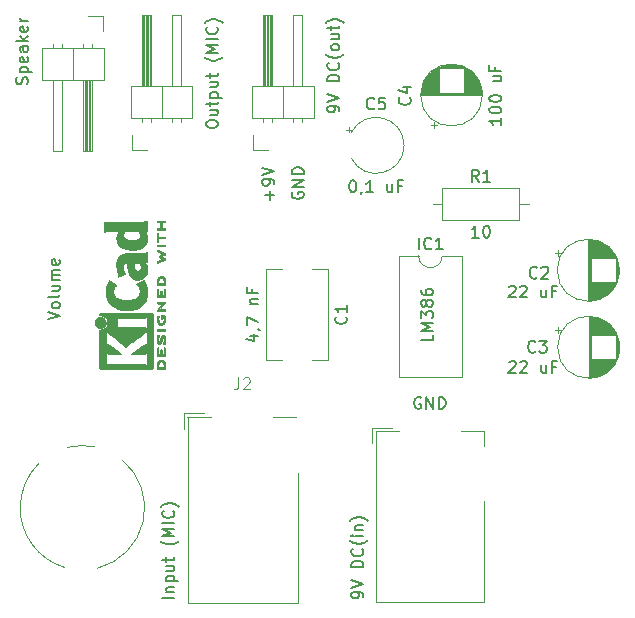
<source format=gbr>
%TF.GenerationSoftware,KiCad,Pcbnew,7.0.10*%
%TF.CreationDate,2024-02-29T08:37:15+01:00*%
%TF.ProjectId,ZX Spectrum AMP,5a582053-7065-4637-9472-756d20414d50,rev?*%
%TF.SameCoordinates,Original*%
%TF.FileFunction,Legend,Top*%
%TF.FilePolarity,Positive*%
%FSLAX46Y46*%
G04 Gerber Fmt 4.6, Leading zero omitted, Abs format (unit mm)*
G04 Created by KiCad (PCBNEW 7.0.10) date 2024-02-29 08:37:15*
%MOMM*%
%LPD*%
G01*
G04 APERTURE LIST*
%ADD10C,0.150000*%
%ADD11C,0.100000*%
%ADD12C,0.120000*%
%ADD13C,0.010000*%
G04 APERTURE END LIST*
D10*
X41415619Y-61066037D02*
X42415619Y-60732704D01*
X42415619Y-60732704D02*
X41415619Y-60399371D01*
X42415619Y-59923180D02*
X42368000Y-60018418D01*
X42368000Y-60018418D02*
X42320380Y-60066037D01*
X42320380Y-60066037D02*
X42225142Y-60113656D01*
X42225142Y-60113656D02*
X41939428Y-60113656D01*
X41939428Y-60113656D02*
X41844190Y-60066037D01*
X41844190Y-60066037D02*
X41796571Y-60018418D01*
X41796571Y-60018418D02*
X41748952Y-59923180D01*
X41748952Y-59923180D02*
X41748952Y-59780323D01*
X41748952Y-59780323D02*
X41796571Y-59685085D01*
X41796571Y-59685085D02*
X41844190Y-59637466D01*
X41844190Y-59637466D02*
X41939428Y-59589847D01*
X41939428Y-59589847D02*
X42225142Y-59589847D01*
X42225142Y-59589847D02*
X42320380Y-59637466D01*
X42320380Y-59637466D02*
X42368000Y-59685085D01*
X42368000Y-59685085D02*
X42415619Y-59780323D01*
X42415619Y-59780323D02*
X42415619Y-59923180D01*
X42415619Y-59018418D02*
X42368000Y-59113656D01*
X42368000Y-59113656D02*
X42272761Y-59161275D01*
X42272761Y-59161275D02*
X41415619Y-59161275D01*
X41748952Y-58208894D02*
X42415619Y-58208894D01*
X41748952Y-58637465D02*
X42272761Y-58637465D01*
X42272761Y-58637465D02*
X42368000Y-58589846D01*
X42368000Y-58589846D02*
X42415619Y-58494608D01*
X42415619Y-58494608D02*
X42415619Y-58351751D01*
X42415619Y-58351751D02*
X42368000Y-58256513D01*
X42368000Y-58256513D02*
X42320380Y-58208894D01*
X42415619Y-57732703D02*
X41748952Y-57732703D01*
X41844190Y-57732703D02*
X41796571Y-57685084D01*
X41796571Y-57685084D02*
X41748952Y-57589846D01*
X41748952Y-57589846D02*
X41748952Y-57446989D01*
X41748952Y-57446989D02*
X41796571Y-57351751D01*
X41796571Y-57351751D02*
X41891809Y-57304132D01*
X41891809Y-57304132D02*
X42415619Y-57304132D01*
X41891809Y-57304132D02*
X41796571Y-57256513D01*
X41796571Y-57256513D02*
X41748952Y-57161275D01*
X41748952Y-57161275D02*
X41748952Y-57018418D01*
X41748952Y-57018418D02*
X41796571Y-56923179D01*
X41796571Y-56923179D02*
X41891809Y-56875560D01*
X41891809Y-56875560D02*
X42415619Y-56875560D01*
X42368000Y-56018418D02*
X42415619Y-56113656D01*
X42415619Y-56113656D02*
X42415619Y-56304132D01*
X42415619Y-56304132D02*
X42368000Y-56399370D01*
X42368000Y-56399370D02*
X42272761Y-56446989D01*
X42272761Y-56446989D02*
X41891809Y-56446989D01*
X41891809Y-56446989D02*
X41796571Y-56399370D01*
X41796571Y-56399370D02*
X41748952Y-56304132D01*
X41748952Y-56304132D02*
X41748952Y-56113656D01*
X41748952Y-56113656D02*
X41796571Y-56018418D01*
X41796571Y-56018418D02*
X41891809Y-55970799D01*
X41891809Y-55970799D02*
X41987047Y-55970799D01*
X41987047Y-55970799D02*
X42082285Y-56446989D01*
X60194866Y-50920420D02*
X60194866Y-50158516D01*
X60575819Y-50539468D02*
X59813914Y-50539468D01*
X60575819Y-49634706D02*
X60575819Y-49444230D01*
X60575819Y-49444230D02*
X60528200Y-49348992D01*
X60528200Y-49348992D02*
X60480580Y-49301373D01*
X60480580Y-49301373D02*
X60337723Y-49206135D01*
X60337723Y-49206135D02*
X60147247Y-49158516D01*
X60147247Y-49158516D02*
X59766295Y-49158516D01*
X59766295Y-49158516D02*
X59671057Y-49206135D01*
X59671057Y-49206135D02*
X59623438Y-49253754D01*
X59623438Y-49253754D02*
X59575819Y-49348992D01*
X59575819Y-49348992D02*
X59575819Y-49539468D01*
X59575819Y-49539468D02*
X59623438Y-49634706D01*
X59623438Y-49634706D02*
X59671057Y-49682325D01*
X59671057Y-49682325D02*
X59766295Y-49729944D01*
X59766295Y-49729944D02*
X60004390Y-49729944D01*
X60004390Y-49729944D02*
X60099628Y-49682325D01*
X60099628Y-49682325D02*
X60147247Y-49634706D01*
X60147247Y-49634706D02*
X60194866Y-49539468D01*
X60194866Y-49539468D02*
X60194866Y-49348992D01*
X60194866Y-49348992D02*
X60147247Y-49253754D01*
X60147247Y-49253754D02*
X60099628Y-49206135D01*
X60099628Y-49206135D02*
X60004390Y-49158516D01*
X59575819Y-48872801D02*
X60575819Y-48539468D01*
X60575819Y-48539468D02*
X59575819Y-48206135D01*
X72996588Y-67700638D02*
X72901350Y-67653019D01*
X72901350Y-67653019D02*
X72758493Y-67653019D01*
X72758493Y-67653019D02*
X72615636Y-67700638D01*
X72615636Y-67700638D02*
X72520398Y-67795876D01*
X72520398Y-67795876D02*
X72472779Y-67891114D01*
X72472779Y-67891114D02*
X72425160Y-68081590D01*
X72425160Y-68081590D02*
X72425160Y-68224447D01*
X72425160Y-68224447D02*
X72472779Y-68414923D01*
X72472779Y-68414923D02*
X72520398Y-68510161D01*
X72520398Y-68510161D02*
X72615636Y-68605400D01*
X72615636Y-68605400D02*
X72758493Y-68653019D01*
X72758493Y-68653019D02*
X72853731Y-68653019D01*
X72853731Y-68653019D02*
X72996588Y-68605400D01*
X72996588Y-68605400D02*
X73044207Y-68557780D01*
X73044207Y-68557780D02*
X73044207Y-68224447D01*
X73044207Y-68224447D02*
X72853731Y-68224447D01*
X73472779Y-68653019D02*
X73472779Y-67653019D01*
X73472779Y-67653019D02*
X74044207Y-68653019D01*
X74044207Y-68653019D02*
X74044207Y-67653019D01*
X74520398Y-68653019D02*
X74520398Y-67653019D01*
X74520398Y-67653019D02*
X74758493Y-67653019D01*
X74758493Y-67653019D02*
X74901350Y-67700638D01*
X74901350Y-67700638D02*
X74996588Y-67795876D01*
X74996588Y-67795876D02*
X75044207Y-67891114D01*
X75044207Y-67891114D02*
X75091826Y-68081590D01*
X75091826Y-68081590D02*
X75091826Y-68224447D01*
X75091826Y-68224447D02*
X75044207Y-68414923D01*
X75044207Y-68414923D02*
X74996588Y-68510161D01*
X74996588Y-68510161D02*
X74901350Y-68605400D01*
X74901350Y-68605400D02*
X74758493Y-68653019D01*
X74758493Y-68653019D02*
X74520398Y-68653019D01*
X62112638Y-50295011D02*
X62065019Y-50390249D01*
X62065019Y-50390249D02*
X62065019Y-50533106D01*
X62065019Y-50533106D02*
X62112638Y-50675963D01*
X62112638Y-50675963D02*
X62207876Y-50771201D01*
X62207876Y-50771201D02*
X62303114Y-50818820D01*
X62303114Y-50818820D02*
X62493590Y-50866439D01*
X62493590Y-50866439D02*
X62636447Y-50866439D01*
X62636447Y-50866439D02*
X62826923Y-50818820D01*
X62826923Y-50818820D02*
X62922161Y-50771201D01*
X62922161Y-50771201D02*
X63017400Y-50675963D01*
X63017400Y-50675963D02*
X63065019Y-50533106D01*
X63065019Y-50533106D02*
X63065019Y-50437868D01*
X63065019Y-50437868D02*
X63017400Y-50295011D01*
X63017400Y-50295011D02*
X62969780Y-50247392D01*
X62969780Y-50247392D02*
X62636447Y-50247392D01*
X62636447Y-50247392D02*
X62636447Y-50437868D01*
X63065019Y-49818820D02*
X62065019Y-49818820D01*
X62065019Y-49818820D02*
X63065019Y-49247392D01*
X63065019Y-49247392D02*
X62065019Y-49247392D01*
X63065019Y-48771201D02*
X62065019Y-48771201D01*
X62065019Y-48771201D02*
X62065019Y-48533106D01*
X62065019Y-48533106D02*
X62112638Y-48390249D01*
X62112638Y-48390249D02*
X62207876Y-48295011D01*
X62207876Y-48295011D02*
X62303114Y-48247392D01*
X62303114Y-48247392D02*
X62493590Y-48199773D01*
X62493590Y-48199773D02*
X62636447Y-48199773D01*
X62636447Y-48199773D02*
X62826923Y-48247392D01*
X62826923Y-48247392D02*
X62922161Y-48295011D01*
X62922161Y-48295011D02*
X63017400Y-48390249D01*
X63017400Y-48390249D02*
X63065019Y-48533106D01*
X63065019Y-48533106D02*
X63065019Y-48771201D01*
X77912933Y-49392819D02*
X77579600Y-48916628D01*
X77341505Y-49392819D02*
X77341505Y-48392819D01*
X77341505Y-48392819D02*
X77722457Y-48392819D01*
X77722457Y-48392819D02*
X77817695Y-48440438D01*
X77817695Y-48440438D02*
X77865314Y-48488057D01*
X77865314Y-48488057D02*
X77912933Y-48583295D01*
X77912933Y-48583295D02*
X77912933Y-48726152D01*
X77912933Y-48726152D02*
X77865314Y-48821390D01*
X77865314Y-48821390D02*
X77817695Y-48869009D01*
X77817695Y-48869009D02*
X77722457Y-48916628D01*
X77722457Y-48916628D02*
X77341505Y-48916628D01*
X78865314Y-49392819D02*
X78293886Y-49392819D01*
X78579600Y-49392819D02*
X78579600Y-48392819D01*
X78579600Y-48392819D02*
X78484362Y-48535676D01*
X78484362Y-48535676D02*
X78389124Y-48630914D01*
X78389124Y-48630914D02*
X78293886Y-48678533D01*
X77889123Y-54132819D02*
X77317695Y-54132819D01*
X77603409Y-54132819D02*
X77603409Y-53132819D01*
X77603409Y-53132819D02*
X77508171Y-53275676D01*
X77508171Y-53275676D02*
X77412933Y-53370914D01*
X77412933Y-53370914D02*
X77317695Y-53418533D01*
X78508171Y-53132819D02*
X78603409Y-53132819D01*
X78603409Y-53132819D02*
X78698647Y-53180438D01*
X78698647Y-53180438D02*
X78746266Y-53228057D01*
X78746266Y-53228057D02*
X78793885Y-53323295D01*
X78793885Y-53323295D02*
X78841504Y-53513771D01*
X78841504Y-53513771D02*
X78841504Y-53751866D01*
X78841504Y-53751866D02*
X78793885Y-53942342D01*
X78793885Y-53942342D02*
X78746266Y-54037580D01*
X78746266Y-54037580D02*
X78698647Y-54085200D01*
X78698647Y-54085200D02*
X78603409Y-54132819D01*
X78603409Y-54132819D02*
X78508171Y-54132819D01*
X78508171Y-54132819D02*
X78412933Y-54085200D01*
X78412933Y-54085200D02*
X78365314Y-54037580D01*
X78365314Y-54037580D02*
X78317695Y-53942342D01*
X78317695Y-53942342D02*
X78270076Y-53751866D01*
X78270076Y-53751866D02*
X78270076Y-53513771D01*
X78270076Y-53513771D02*
X78317695Y-53323295D01*
X78317695Y-53323295D02*
X78365314Y-53228057D01*
X78365314Y-53228057D02*
X78412933Y-53180438D01*
X78412933Y-53180438D02*
X78508171Y-53132819D01*
X39675600Y-41144628D02*
X39723219Y-41001771D01*
X39723219Y-41001771D02*
X39723219Y-40763676D01*
X39723219Y-40763676D02*
X39675600Y-40668438D01*
X39675600Y-40668438D02*
X39627980Y-40620819D01*
X39627980Y-40620819D02*
X39532742Y-40573200D01*
X39532742Y-40573200D02*
X39437504Y-40573200D01*
X39437504Y-40573200D02*
X39342266Y-40620819D01*
X39342266Y-40620819D02*
X39294647Y-40668438D01*
X39294647Y-40668438D02*
X39247028Y-40763676D01*
X39247028Y-40763676D02*
X39199409Y-40954152D01*
X39199409Y-40954152D02*
X39151790Y-41049390D01*
X39151790Y-41049390D02*
X39104171Y-41097009D01*
X39104171Y-41097009D02*
X39008933Y-41144628D01*
X39008933Y-41144628D02*
X38913695Y-41144628D01*
X38913695Y-41144628D02*
X38818457Y-41097009D01*
X38818457Y-41097009D02*
X38770838Y-41049390D01*
X38770838Y-41049390D02*
X38723219Y-40954152D01*
X38723219Y-40954152D02*
X38723219Y-40716057D01*
X38723219Y-40716057D02*
X38770838Y-40573200D01*
X39056552Y-40144628D02*
X40056552Y-40144628D01*
X39104171Y-40144628D02*
X39056552Y-40049390D01*
X39056552Y-40049390D02*
X39056552Y-39858914D01*
X39056552Y-39858914D02*
X39104171Y-39763676D01*
X39104171Y-39763676D02*
X39151790Y-39716057D01*
X39151790Y-39716057D02*
X39247028Y-39668438D01*
X39247028Y-39668438D02*
X39532742Y-39668438D01*
X39532742Y-39668438D02*
X39627980Y-39716057D01*
X39627980Y-39716057D02*
X39675600Y-39763676D01*
X39675600Y-39763676D02*
X39723219Y-39858914D01*
X39723219Y-39858914D02*
X39723219Y-40049390D01*
X39723219Y-40049390D02*
X39675600Y-40144628D01*
X39675600Y-38858914D02*
X39723219Y-38954152D01*
X39723219Y-38954152D02*
X39723219Y-39144628D01*
X39723219Y-39144628D02*
X39675600Y-39239866D01*
X39675600Y-39239866D02*
X39580361Y-39287485D01*
X39580361Y-39287485D02*
X39199409Y-39287485D01*
X39199409Y-39287485D02*
X39104171Y-39239866D01*
X39104171Y-39239866D02*
X39056552Y-39144628D01*
X39056552Y-39144628D02*
X39056552Y-38954152D01*
X39056552Y-38954152D02*
X39104171Y-38858914D01*
X39104171Y-38858914D02*
X39199409Y-38811295D01*
X39199409Y-38811295D02*
X39294647Y-38811295D01*
X39294647Y-38811295D02*
X39389885Y-39287485D01*
X39723219Y-37954152D02*
X39199409Y-37954152D01*
X39199409Y-37954152D02*
X39104171Y-38001771D01*
X39104171Y-38001771D02*
X39056552Y-38097009D01*
X39056552Y-38097009D02*
X39056552Y-38287485D01*
X39056552Y-38287485D02*
X39104171Y-38382723D01*
X39675600Y-37954152D02*
X39723219Y-38049390D01*
X39723219Y-38049390D02*
X39723219Y-38287485D01*
X39723219Y-38287485D02*
X39675600Y-38382723D01*
X39675600Y-38382723D02*
X39580361Y-38430342D01*
X39580361Y-38430342D02*
X39485123Y-38430342D01*
X39485123Y-38430342D02*
X39389885Y-38382723D01*
X39389885Y-38382723D02*
X39342266Y-38287485D01*
X39342266Y-38287485D02*
X39342266Y-38049390D01*
X39342266Y-38049390D02*
X39294647Y-37954152D01*
X39723219Y-37477961D02*
X38723219Y-37477961D01*
X39342266Y-37382723D02*
X39723219Y-37097009D01*
X39056552Y-37097009D02*
X39437504Y-37477961D01*
X39675600Y-36287485D02*
X39723219Y-36382723D01*
X39723219Y-36382723D02*
X39723219Y-36573199D01*
X39723219Y-36573199D02*
X39675600Y-36668437D01*
X39675600Y-36668437D02*
X39580361Y-36716056D01*
X39580361Y-36716056D02*
X39199409Y-36716056D01*
X39199409Y-36716056D02*
X39104171Y-36668437D01*
X39104171Y-36668437D02*
X39056552Y-36573199D01*
X39056552Y-36573199D02*
X39056552Y-36382723D01*
X39056552Y-36382723D02*
X39104171Y-36287485D01*
X39104171Y-36287485D02*
X39199409Y-36239866D01*
X39199409Y-36239866D02*
X39294647Y-36239866D01*
X39294647Y-36239866D02*
X39389885Y-36716056D01*
X39723219Y-35811294D02*
X39056552Y-35811294D01*
X39247028Y-35811294D02*
X39151790Y-35763675D01*
X39151790Y-35763675D02*
X39104171Y-35716056D01*
X39104171Y-35716056D02*
X39056552Y-35620818D01*
X39056552Y-35620818D02*
X39056552Y-35525580D01*
X82830233Y-57505580D02*
X82782614Y-57553200D01*
X82782614Y-57553200D02*
X82639757Y-57600819D01*
X82639757Y-57600819D02*
X82544519Y-57600819D01*
X82544519Y-57600819D02*
X82401662Y-57553200D01*
X82401662Y-57553200D02*
X82306424Y-57457961D01*
X82306424Y-57457961D02*
X82258805Y-57362723D01*
X82258805Y-57362723D02*
X82211186Y-57172247D01*
X82211186Y-57172247D02*
X82211186Y-57029390D01*
X82211186Y-57029390D02*
X82258805Y-56838914D01*
X82258805Y-56838914D02*
X82306424Y-56743676D01*
X82306424Y-56743676D02*
X82401662Y-56648438D01*
X82401662Y-56648438D02*
X82544519Y-56600819D01*
X82544519Y-56600819D02*
X82639757Y-56600819D01*
X82639757Y-56600819D02*
X82782614Y-56648438D01*
X82782614Y-56648438D02*
X82830233Y-56696057D01*
X83211186Y-56696057D02*
X83258805Y-56648438D01*
X83258805Y-56648438D02*
X83354043Y-56600819D01*
X83354043Y-56600819D02*
X83592138Y-56600819D01*
X83592138Y-56600819D02*
X83687376Y-56648438D01*
X83687376Y-56648438D02*
X83734995Y-56696057D01*
X83734995Y-56696057D02*
X83782614Y-56791295D01*
X83782614Y-56791295D02*
X83782614Y-56886533D01*
X83782614Y-56886533D02*
X83734995Y-57029390D01*
X83734995Y-57029390D02*
X83163567Y-57600819D01*
X83163567Y-57600819D02*
X83782614Y-57600819D01*
X80463090Y-58296057D02*
X80510709Y-58248438D01*
X80510709Y-58248438D02*
X80605947Y-58200819D01*
X80605947Y-58200819D02*
X80844042Y-58200819D01*
X80844042Y-58200819D02*
X80939280Y-58248438D01*
X80939280Y-58248438D02*
X80986899Y-58296057D01*
X80986899Y-58296057D02*
X81034518Y-58391295D01*
X81034518Y-58391295D02*
X81034518Y-58486533D01*
X81034518Y-58486533D02*
X80986899Y-58629390D01*
X80986899Y-58629390D02*
X80415471Y-59200819D01*
X80415471Y-59200819D02*
X81034518Y-59200819D01*
X81415471Y-58296057D02*
X81463090Y-58248438D01*
X81463090Y-58248438D02*
X81558328Y-58200819D01*
X81558328Y-58200819D02*
X81796423Y-58200819D01*
X81796423Y-58200819D02*
X81891661Y-58248438D01*
X81891661Y-58248438D02*
X81939280Y-58296057D01*
X81939280Y-58296057D02*
X81986899Y-58391295D01*
X81986899Y-58391295D02*
X81986899Y-58486533D01*
X81986899Y-58486533D02*
X81939280Y-58629390D01*
X81939280Y-58629390D02*
X81367852Y-59200819D01*
X81367852Y-59200819D02*
X81986899Y-59200819D01*
X83605947Y-58534152D02*
X83605947Y-59200819D01*
X83177376Y-58534152D02*
X83177376Y-59057961D01*
X83177376Y-59057961D02*
X83224995Y-59153200D01*
X83224995Y-59153200D02*
X83320233Y-59200819D01*
X83320233Y-59200819D02*
X83463090Y-59200819D01*
X83463090Y-59200819D02*
X83558328Y-59153200D01*
X83558328Y-59153200D02*
X83605947Y-59105580D01*
X84415471Y-58677009D02*
X84082138Y-58677009D01*
X84082138Y-59200819D02*
X84082138Y-58200819D01*
X84082138Y-58200819D02*
X84558328Y-58200819D01*
X82700233Y-63775580D02*
X82652614Y-63823200D01*
X82652614Y-63823200D02*
X82509757Y-63870819D01*
X82509757Y-63870819D02*
X82414519Y-63870819D01*
X82414519Y-63870819D02*
X82271662Y-63823200D01*
X82271662Y-63823200D02*
X82176424Y-63727961D01*
X82176424Y-63727961D02*
X82128805Y-63632723D01*
X82128805Y-63632723D02*
X82081186Y-63442247D01*
X82081186Y-63442247D02*
X82081186Y-63299390D01*
X82081186Y-63299390D02*
X82128805Y-63108914D01*
X82128805Y-63108914D02*
X82176424Y-63013676D01*
X82176424Y-63013676D02*
X82271662Y-62918438D01*
X82271662Y-62918438D02*
X82414519Y-62870819D01*
X82414519Y-62870819D02*
X82509757Y-62870819D01*
X82509757Y-62870819D02*
X82652614Y-62918438D01*
X82652614Y-62918438D02*
X82700233Y-62966057D01*
X83033567Y-62870819D02*
X83652614Y-62870819D01*
X83652614Y-62870819D02*
X83319281Y-63251771D01*
X83319281Y-63251771D02*
X83462138Y-63251771D01*
X83462138Y-63251771D02*
X83557376Y-63299390D01*
X83557376Y-63299390D02*
X83604995Y-63347009D01*
X83604995Y-63347009D02*
X83652614Y-63442247D01*
X83652614Y-63442247D02*
X83652614Y-63680342D01*
X83652614Y-63680342D02*
X83604995Y-63775580D01*
X83604995Y-63775580D02*
X83557376Y-63823200D01*
X83557376Y-63823200D02*
X83462138Y-63870819D01*
X83462138Y-63870819D02*
X83176424Y-63870819D01*
X83176424Y-63870819D02*
X83081186Y-63823200D01*
X83081186Y-63823200D02*
X83033567Y-63775580D01*
X80463090Y-64686057D02*
X80510709Y-64638438D01*
X80510709Y-64638438D02*
X80605947Y-64590819D01*
X80605947Y-64590819D02*
X80844042Y-64590819D01*
X80844042Y-64590819D02*
X80939280Y-64638438D01*
X80939280Y-64638438D02*
X80986899Y-64686057D01*
X80986899Y-64686057D02*
X81034518Y-64781295D01*
X81034518Y-64781295D02*
X81034518Y-64876533D01*
X81034518Y-64876533D02*
X80986899Y-65019390D01*
X80986899Y-65019390D02*
X80415471Y-65590819D01*
X80415471Y-65590819D02*
X81034518Y-65590819D01*
X81415471Y-64686057D02*
X81463090Y-64638438D01*
X81463090Y-64638438D02*
X81558328Y-64590819D01*
X81558328Y-64590819D02*
X81796423Y-64590819D01*
X81796423Y-64590819D02*
X81891661Y-64638438D01*
X81891661Y-64638438D02*
X81939280Y-64686057D01*
X81939280Y-64686057D02*
X81986899Y-64781295D01*
X81986899Y-64781295D02*
X81986899Y-64876533D01*
X81986899Y-64876533D02*
X81939280Y-65019390D01*
X81939280Y-65019390D02*
X81367852Y-65590819D01*
X81367852Y-65590819D02*
X81986899Y-65590819D01*
X83605947Y-64924152D02*
X83605947Y-65590819D01*
X83177376Y-64924152D02*
X83177376Y-65447961D01*
X83177376Y-65447961D02*
X83224995Y-65543200D01*
X83224995Y-65543200D02*
X83320233Y-65590819D01*
X83320233Y-65590819D02*
X83463090Y-65590819D01*
X83463090Y-65590819D02*
X83558328Y-65543200D01*
X83558328Y-65543200D02*
X83605947Y-65495580D01*
X84415471Y-65067009D02*
X84082138Y-65067009D01*
X84082138Y-65590819D02*
X84082138Y-64590819D01*
X84082138Y-64590819D02*
X84558328Y-64590819D01*
X72044380Y-42273453D02*
X72092000Y-42321072D01*
X72092000Y-42321072D02*
X72139619Y-42463929D01*
X72139619Y-42463929D02*
X72139619Y-42559167D01*
X72139619Y-42559167D02*
X72092000Y-42702024D01*
X72092000Y-42702024D02*
X71996761Y-42797262D01*
X71996761Y-42797262D02*
X71901523Y-42844881D01*
X71901523Y-42844881D02*
X71711047Y-42892500D01*
X71711047Y-42892500D02*
X71568190Y-42892500D01*
X71568190Y-42892500D02*
X71377714Y-42844881D01*
X71377714Y-42844881D02*
X71282476Y-42797262D01*
X71282476Y-42797262D02*
X71187238Y-42702024D01*
X71187238Y-42702024D02*
X71139619Y-42559167D01*
X71139619Y-42559167D02*
X71139619Y-42463929D01*
X71139619Y-42463929D02*
X71187238Y-42321072D01*
X71187238Y-42321072D02*
X71234857Y-42273453D01*
X71472952Y-41416310D02*
X72139619Y-41416310D01*
X71092000Y-41654405D02*
X71806285Y-41892500D01*
X71806285Y-41892500D02*
X71806285Y-41273453D01*
X79799619Y-43990471D02*
X79799619Y-44561899D01*
X79799619Y-44276185D02*
X78799619Y-44276185D01*
X78799619Y-44276185D02*
X78942476Y-44371423D01*
X78942476Y-44371423D02*
X79037714Y-44466661D01*
X79037714Y-44466661D02*
X79085333Y-44561899D01*
X78799619Y-43371423D02*
X78799619Y-43276185D01*
X78799619Y-43276185D02*
X78847238Y-43180947D01*
X78847238Y-43180947D02*
X78894857Y-43133328D01*
X78894857Y-43133328D02*
X78990095Y-43085709D01*
X78990095Y-43085709D02*
X79180571Y-43038090D01*
X79180571Y-43038090D02*
X79418666Y-43038090D01*
X79418666Y-43038090D02*
X79609142Y-43085709D01*
X79609142Y-43085709D02*
X79704380Y-43133328D01*
X79704380Y-43133328D02*
X79752000Y-43180947D01*
X79752000Y-43180947D02*
X79799619Y-43276185D01*
X79799619Y-43276185D02*
X79799619Y-43371423D01*
X79799619Y-43371423D02*
X79752000Y-43466661D01*
X79752000Y-43466661D02*
X79704380Y-43514280D01*
X79704380Y-43514280D02*
X79609142Y-43561899D01*
X79609142Y-43561899D02*
X79418666Y-43609518D01*
X79418666Y-43609518D02*
X79180571Y-43609518D01*
X79180571Y-43609518D02*
X78990095Y-43561899D01*
X78990095Y-43561899D02*
X78894857Y-43514280D01*
X78894857Y-43514280D02*
X78847238Y-43466661D01*
X78847238Y-43466661D02*
X78799619Y-43371423D01*
X78799619Y-42419042D02*
X78799619Y-42323804D01*
X78799619Y-42323804D02*
X78847238Y-42228566D01*
X78847238Y-42228566D02*
X78894857Y-42180947D01*
X78894857Y-42180947D02*
X78990095Y-42133328D01*
X78990095Y-42133328D02*
X79180571Y-42085709D01*
X79180571Y-42085709D02*
X79418666Y-42085709D01*
X79418666Y-42085709D02*
X79609142Y-42133328D01*
X79609142Y-42133328D02*
X79704380Y-42180947D01*
X79704380Y-42180947D02*
X79752000Y-42228566D01*
X79752000Y-42228566D02*
X79799619Y-42323804D01*
X79799619Y-42323804D02*
X79799619Y-42419042D01*
X79799619Y-42419042D02*
X79752000Y-42514280D01*
X79752000Y-42514280D02*
X79704380Y-42561899D01*
X79704380Y-42561899D02*
X79609142Y-42609518D01*
X79609142Y-42609518D02*
X79418666Y-42657137D01*
X79418666Y-42657137D02*
X79180571Y-42657137D01*
X79180571Y-42657137D02*
X78990095Y-42609518D01*
X78990095Y-42609518D02*
X78894857Y-42561899D01*
X78894857Y-42561899D02*
X78847238Y-42514280D01*
X78847238Y-42514280D02*
X78799619Y-42419042D01*
X79132952Y-40466661D02*
X79799619Y-40466661D01*
X79132952Y-40895232D02*
X79656761Y-40895232D01*
X79656761Y-40895232D02*
X79752000Y-40847613D01*
X79752000Y-40847613D02*
X79799619Y-40752375D01*
X79799619Y-40752375D02*
X79799619Y-40609518D01*
X79799619Y-40609518D02*
X79752000Y-40514280D01*
X79752000Y-40514280D02*
X79704380Y-40466661D01*
X79275809Y-39657137D02*
X79275809Y-39990470D01*
X79799619Y-39990470D02*
X78799619Y-39990470D01*
X78799619Y-39990470D02*
X78799619Y-39514280D01*
X69042933Y-43189180D02*
X68995314Y-43236800D01*
X68995314Y-43236800D02*
X68852457Y-43284419D01*
X68852457Y-43284419D02*
X68757219Y-43284419D01*
X68757219Y-43284419D02*
X68614362Y-43236800D01*
X68614362Y-43236800D02*
X68519124Y-43141561D01*
X68519124Y-43141561D02*
X68471505Y-43046323D01*
X68471505Y-43046323D02*
X68423886Y-42855847D01*
X68423886Y-42855847D02*
X68423886Y-42712990D01*
X68423886Y-42712990D02*
X68471505Y-42522514D01*
X68471505Y-42522514D02*
X68519124Y-42427276D01*
X68519124Y-42427276D02*
X68614362Y-42332038D01*
X68614362Y-42332038D02*
X68757219Y-42284419D01*
X68757219Y-42284419D02*
X68852457Y-42284419D01*
X68852457Y-42284419D02*
X68995314Y-42332038D01*
X68995314Y-42332038D02*
X69042933Y-42379657D01*
X69947695Y-42284419D02*
X69471505Y-42284419D01*
X69471505Y-42284419D02*
X69423886Y-42760609D01*
X69423886Y-42760609D02*
X69471505Y-42712990D01*
X69471505Y-42712990D02*
X69566743Y-42665371D01*
X69566743Y-42665371D02*
X69804838Y-42665371D01*
X69804838Y-42665371D02*
X69900076Y-42712990D01*
X69900076Y-42712990D02*
X69947695Y-42760609D01*
X69947695Y-42760609D02*
X69995314Y-42855847D01*
X69995314Y-42855847D02*
X69995314Y-43093942D01*
X69995314Y-43093942D02*
X69947695Y-43189180D01*
X69947695Y-43189180D02*
X69900076Y-43236800D01*
X69900076Y-43236800D02*
X69804838Y-43284419D01*
X69804838Y-43284419D02*
X69566743Y-43284419D01*
X69566743Y-43284419D02*
X69471505Y-43236800D01*
X69471505Y-43236800D02*
X69423886Y-43189180D01*
X67185790Y-49284419D02*
X67281028Y-49284419D01*
X67281028Y-49284419D02*
X67376266Y-49332038D01*
X67376266Y-49332038D02*
X67423885Y-49379657D01*
X67423885Y-49379657D02*
X67471504Y-49474895D01*
X67471504Y-49474895D02*
X67519123Y-49665371D01*
X67519123Y-49665371D02*
X67519123Y-49903466D01*
X67519123Y-49903466D02*
X67471504Y-50093942D01*
X67471504Y-50093942D02*
X67423885Y-50189180D01*
X67423885Y-50189180D02*
X67376266Y-50236800D01*
X67376266Y-50236800D02*
X67281028Y-50284419D01*
X67281028Y-50284419D02*
X67185790Y-50284419D01*
X67185790Y-50284419D02*
X67090552Y-50236800D01*
X67090552Y-50236800D02*
X67042933Y-50189180D01*
X67042933Y-50189180D02*
X66995314Y-50093942D01*
X66995314Y-50093942D02*
X66947695Y-49903466D01*
X66947695Y-49903466D02*
X66947695Y-49665371D01*
X66947695Y-49665371D02*
X66995314Y-49474895D01*
X66995314Y-49474895D02*
X67042933Y-49379657D01*
X67042933Y-49379657D02*
X67090552Y-49332038D01*
X67090552Y-49332038D02*
X67185790Y-49284419D01*
X67995314Y-50236800D02*
X67995314Y-50284419D01*
X67995314Y-50284419D02*
X67947695Y-50379657D01*
X67947695Y-50379657D02*
X67900076Y-50427276D01*
X68947694Y-50284419D02*
X68376266Y-50284419D01*
X68661980Y-50284419D02*
X68661980Y-49284419D01*
X68661980Y-49284419D02*
X68566742Y-49427276D01*
X68566742Y-49427276D02*
X68471504Y-49522514D01*
X68471504Y-49522514D02*
X68376266Y-49570133D01*
X70566742Y-49617752D02*
X70566742Y-50284419D01*
X70138171Y-49617752D02*
X70138171Y-50141561D01*
X70138171Y-50141561D02*
X70185790Y-50236800D01*
X70185790Y-50236800D02*
X70281028Y-50284419D01*
X70281028Y-50284419D02*
X70423885Y-50284419D01*
X70423885Y-50284419D02*
X70519123Y-50236800D01*
X70519123Y-50236800D02*
X70566742Y-50189180D01*
X71376266Y-49760609D02*
X71042933Y-49760609D01*
X71042933Y-50284419D02*
X71042933Y-49284419D01*
X71042933Y-49284419D02*
X71519123Y-49284419D01*
X72836210Y-55131619D02*
X72836210Y-54131619D01*
X73883828Y-55036380D02*
X73836209Y-55084000D01*
X73836209Y-55084000D02*
X73693352Y-55131619D01*
X73693352Y-55131619D02*
X73598114Y-55131619D01*
X73598114Y-55131619D02*
X73455257Y-55084000D01*
X73455257Y-55084000D02*
X73360019Y-54988761D01*
X73360019Y-54988761D02*
X73312400Y-54893523D01*
X73312400Y-54893523D02*
X73264781Y-54703047D01*
X73264781Y-54703047D02*
X73264781Y-54560190D01*
X73264781Y-54560190D02*
X73312400Y-54369714D01*
X73312400Y-54369714D02*
X73360019Y-54274476D01*
X73360019Y-54274476D02*
X73455257Y-54179238D01*
X73455257Y-54179238D02*
X73598114Y-54131619D01*
X73598114Y-54131619D02*
X73693352Y-54131619D01*
X73693352Y-54131619D02*
X73836209Y-54179238D01*
X73836209Y-54179238D02*
X73883828Y-54226857D01*
X74836209Y-55131619D02*
X74264781Y-55131619D01*
X74550495Y-55131619D02*
X74550495Y-54131619D01*
X74550495Y-54131619D02*
X74455257Y-54274476D01*
X74455257Y-54274476D02*
X74360019Y-54369714D01*
X74360019Y-54369714D02*
X74264781Y-54417333D01*
X74028219Y-62353276D02*
X74028219Y-62829466D01*
X74028219Y-62829466D02*
X73028219Y-62829466D01*
X74028219Y-62019942D02*
X73028219Y-62019942D01*
X73028219Y-62019942D02*
X73742504Y-61686609D01*
X73742504Y-61686609D02*
X73028219Y-61353276D01*
X73028219Y-61353276D02*
X74028219Y-61353276D01*
X73028219Y-60972323D02*
X73028219Y-60353276D01*
X73028219Y-60353276D02*
X73409171Y-60686609D01*
X73409171Y-60686609D02*
X73409171Y-60543752D01*
X73409171Y-60543752D02*
X73456790Y-60448514D01*
X73456790Y-60448514D02*
X73504409Y-60400895D01*
X73504409Y-60400895D02*
X73599647Y-60353276D01*
X73599647Y-60353276D02*
X73837742Y-60353276D01*
X73837742Y-60353276D02*
X73932980Y-60400895D01*
X73932980Y-60400895D02*
X73980600Y-60448514D01*
X73980600Y-60448514D02*
X74028219Y-60543752D01*
X74028219Y-60543752D02*
X74028219Y-60829466D01*
X74028219Y-60829466D02*
X73980600Y-60924704D01*
X73980600Y-60924704D02*
X73932980Y-60972323D01*
X73456790Y-59781847D02*
X73409171Y-59877085D01*
X73409171Y-59877085D02*
X73361552Y-59924704D01*
X73361552Y-59924704D02*
X73266314Y-59972323D01*
X73266314Y-59972323D02*
X73218695Y-59972323D01*
X73218695Y-59972323D02*
X73123457Y-59924704D01*
X73123457Y-59924704D02*
X73075838Y-59877085D01*
X73075838Y-59877085D02*
X73028219Y-59781847D01*
X73028219Y-59781847D02*
X73028219Y-59591371D01*
X73028219Y-59591371D02*
X73075838Y-59496133D01*
X73075838Y-59496133D02*
X73123457Y-59448514D01*
X73123457Y-59448514D02*
X73218695Y-59400895D01*
X73218695Y-59400895D02*
X73266314Y-59400895D01*
X73266314Y-59400895D02*
X73361552Y-59448514D01*
X73361552Y-59448514D02*
X73409171Y-59496133D01*
X73409171Y-59496133D02*
X73456790Y-59591371D01*
X73456790Y-59591371D02*
X73456790Y-59781847D01*
X73456790Y-59781847D02*
X73504409Y-59877085D01*
X73504409Y-59877085D02*
X73552028Y-59924704D01*
X73552028Y-59924704D02*
X73647266Y-59972323D01*
X73647266Y-59972323D02*
X73837742Y-59972323D01*
X73837742Y-59972323D02*
X73932980Y-59924704D01*
X73932980Y-59924704D02*
X73980600Y-59877085D01*
X73980600Y-59877085D02*
X74028219Y-59781847D01*
X74028219Y-59781847D02*
X74028219Y-59591371D01*
X74028219Y-59591371D02*
X73980600Y-59496133D01*
X73980600Y-59496133D02*
X73932980Y-59448514D01*
X73932980Y-59448514D02*
X73837742Y-59400895D01*
X73837742Y-59400895D02*
X73647266Y-59400895D01*
X73647266Y-59400895D02*
X73552028Y-59448514D01*
X73552028Y-59448514D02*
X73504409Y-59496133D01*
X73504409Y-59496133D02*
X73456790Y-59591371D01*
X73028219Y-58543752D02*
X73028219Y-58734228D01*
X73028219Y-58734228D02*
X73075838Y-58829466D01*
X73075838Y-58829466D02*
X73123457Y-58877085D01*
X73123457Y-58877085D02*
X73266314Y-58972323D01*
X73266314Y-58972323D02*
X73456790Y-59019942D01*
X73456790Y-59019942D02*
X73837742Y-59019942D01*
X73837742Y-59019942D02*
X73932980Y-58972323D01*
X73932980Y-58972323D02*
X73980600Y-58924704D01*
X73980600Y-58924704D02*
X74028219Y-58829466D01*
X74028219Y-58829466D02*
X74028219Y-58638990D01*
X74028219Y-58638990D02*
X73980600Y-58543752D01*
X73980600Y-58543752D02*
X73932980Y-58496133D01*
X73932980Y-58496133D02*
X73837742Y-58448514D01*
X73837742Y-58448514D02*
X73599647Y-58448514D01*
X73599647Y-58448514D02*
X73504409Y-58496133D01*
X73504409Y-58496133D02*
X73456790Y-58543752D01*
X73456790Y-58543752D02*
X73409171Y-58638990D01*
X73409171Y-58638990D02*
X73409171Y-58829466D01*
X73409171Y-58829466D02*
X73456790Y-58924704D01*
X73456790Y-58924704D02*
X73504409Y-58972323D01*
X73504409Y-58972323D02*
X73599647Y-59019942D01*
X66644380Y-60831066D02*
X66692000Y-60878685D01*
X66692000Y-60878685D02*
X66739619Y-61021542D01*
X66739619Y-61021542D02*
X66739619Y-61116780D01*
X66739619Y-61116780D02*
X66692000Y-61259637D01*
X66692000Y-61259637D02*
X66596761Y-61354875D01*
X66596761Y-61354875D02*
X66501523Y-61402494D01*
X66501523Y-61402494D02*
X66311047Y-61450113D01*
X66311047Y-61450113D02*
X66168190Y-61450113D01*
X66168190Y-61450113D02*
X65977714Y-61402494D01*
X65977714Y-61402494D02*
X65882476Y-61354875D01*
X65882476Y-61354875D02*
X65787238Y-61259637D01*
X65787238Y-61259637D02*
X65739619Y-61116780D01*
X65739619Y-61116780D02*
X65739619Y-61021542D01*
X65739619Y-61021542D02*
X65787238Y-60878685D01*
X65787238Y-60878685D02*
X65834857Y-60831066D01*
X66739619Y-59878685D02*
X66739619Y-60450113D01*
X66739619Y-60164399D02*
X65739619Y-60164399D01*
X65739619Y-60164399D02*
X65882476Y-60259637D01*
X65882476Y-60259637D02*
X65977714Y-60354875D01*
X65977714Y-60354875D02*
X66025333Y-60450113D01*
X58572952Y-62450114D02*
X59239619Y-62450114D01*
X58192000Y-62688209D02*
X58906285Y-62926304D01*
X58906285Y-62926304D02*
X58906285Y-62307257D01*
X59192000Y-61878685D02*
X59239619Y-61878685D01*
X59239619Y-61878685D02*
X59334857Y-61926304D01*
X59334857Y-61926304D02*
X59382476Y-61973923D01*
X58239619Y-61545352D02*
X58239619Y-60878686D01*
X58239619Y-60878686D02*
X59239619Y-61307257D01*
X58572952Y-59735828D02*
X59239619Y-59735828D01*
X58668190Y-59735828D02*
X58620571Y-59688209D01*
X58620571Y-59688209D02*
X58572952Y-59592971D01*
X58572952Y-59592971D02*
X58572952Y-59450114D01*
X58572952Y-59450114D02*
X58620571Y-59354876D01*
X58620571Y-59354876D02*
X58715809Y-59307257D01*
X58715809Y-59307257D02*
X59239619Y-59307257D01*
X58715809Y-58497733D02*
X58715809Y-58831066D01*
X59239619Y-58831066D02*
X58239619Y-58831066D01*
X58239619Y-58831066D02*
X58239619Y-58354876D01*
X66088419Y-43430343D02*
X66088419Y-43239867D01*
X66088419Y-43239867D02*
X66040800Y-43144629D01*
X66040800Y-43144629D02*
X65993180Y-43097010D01*
X65993180Y-43097010D02*
X65850323Y-43001772D01*
X65850323Y-43001772D02*
X65659847Y-42954153D01*
X65659847Y-42954153D02*
X65278895Y-42954153D01*
X65278895Y-42954153D02*
X65183657Y-43001772D01*
X65183657Y-43001772D02*
X65136038Y-43049391D01*
X65136038Y-43049391D02*
X65088419Y-43144629D01*
X65088419Y-43144629D02*
X65088419Y-43335105D01*
X65088419Y-43335105D02*
X65136038Y-43430343D01*
X65136038Y-43430343D02*
X65183657Y-43477962D01*
X65183657Y-43477962D02*
X65278895Y-43525581D01*
X65278895Y-43525581D02*
X65516990Y-43525581D01*
X65516990Y-43525581D02*
X65612228Y-43477962D01*
X65612228Y-43477962D02*
X65659847Y-43430343D01*
X65659847Y-43430343D02*
X65707466Y-43335105D01*
X65707466Y-43335105D02*
X65707466Y-43144629D01*
X65707466Y-43144629D02*
X65659847Y-43049391D01*
X65659847Y-43049391D02*
X65612228Y-43001772D01*
X65612228Y-43001772D02*
X65516990Y-42954153D01*
X65088419Y-42668438D02*
X66088419Y-42335105D01*
X66088419Y-42335105D02*
X65088419Y-42001772D01*
X66088419Y-40906533D02*
X65088419Y-40906533D01*
X65088419Y-40906533D02*
X65088419Y-40668438D01*
X65088419Y-40668438D02*
X65136038Y-40525581D01*
X65136038Y-40525581D02*
X65231276Y-40430343D01*
X65231276Y-40430343D02*
X65326514Y-40382724D01*
X65326514Y-40382724D02*
X65516990Y-40335105D01*
X65516990Y-40335105D02*
X65659847Y-40335105D01*
X65659847Y-40335105D02*
X65850323Y-40382724D01*
X65850323Y-40382724D02*
X65945561Y-40430343D01*
X65945561Y-40430343D02*
X66040800Y-40525581D01*
X66040800Y-40525581D02*
X66088419Y-40668438D01*
X66088419Y-40668438D02*
X66088419Y-40906533D01*
X65993180Y-39335105D02*
X66040800Y-39382724D01*
X66040800Y-39382724D02*
X66088419Y-39525581D01*
X66088419Y-39525581D02*
X66088419Y-39620819D01*
X66088419Y-39620819D02*
X66040800Y-39763676D01*
X66040800Y-39763676D02*
X65945561Y-39858914D01*
X65945561Y-39858914D02*
X65850323Y-39906533D01*
X65850323Y-39906533D02*
X65659847Y-39954152D01*
X65659847Y-39954152D02*
X65516990Y-39954152D01*
X65516990Y-39954152D02*
X65326514Y-39906533D01*
X65326514Y-39906533D02*
X65231276Y-39858914D01*
X65231276Y-39858914D02*
X65136038Y-39763676D01*
X65136038Y-39763676D02*
X65088419Y-39620819D01*
X65088419Y-39620819D02*
X65088419Y-39525581D01*
X65088419Y-39525581D02*
X65136038Y-39382724D01*
X65136038Y-39382724D02*
X65183657Y-39335105D01*
X66469371Y-38620819D02*
X66421752Y-38668438D01*
X66421752Y-38668438D02*
X66278895Y-38763676D01*
X66278895Y-38763676D02*
X66183657Y-38811295D01*
X66183657Y-38811295D02*
X66040800Y-38858914D01*
X66040800Y-38858914D02*
X65802704Y-38906533D01*
X65802704Y-38906533D02*
X65612228Y-38906533D01*
X65612228Y-38906533D02*
X65374133Y-38858914D01*
X65374133Y-38858914D02*
X65231276Y-38811295D01*
X65231276Y-38811295D02*
X65136038Y-38763676D01*
X65136038Y-38763676D02*
X64993180Y-38668438D01*
X64993180Y-38668438D02*
X64945561Y-38620819D01*
X66088419Y-38097009D02*
X66040800Y-38192247D01*
X66040800Y-38192247D02*
X65993180Y-38239866D01*
X65993180Y-38239866D02*
X65897942Y-38287485D01*
X65897942Y-38287485D02*
X65612228Y-38287485D01*
X65612228Y-38287485D02*
X65516990Y-38239866D01*
X65516990Y-38239866D02*
X65469371Y-38192247D01*
X65469371Y-38192247D02*
X65421752Y-38097009D01*
X65421752Y-38097009D02*
X65421752Y-37954152D01*
X65421752Y-37954152D02*
X65469371Y-37858914D01*
X65469371Y-37858914D02*
X65516990Y-37811295D01*
X65516990Y-37811295D02*
X65612228Y-37763676D01*
X65612228Y-37763676D02*
X65897942Y-37763676D01*
X65897942Y-37763676D02*
X65993180Y-37811295D01*
X65993180Y-37811295D02*
X66040800Y-37858914D01*
X66040800Y-37858914D02*
X66088419Y-37954152D01*
X66088419Y-37954152D02*
X66088419Y-38097009D01*
X65421752Y-36906533D02*
X66088419Y-36906533D01*
X65421752Y-37335104D02*
X65945561Y-37335104D01*
X65945561Y-37335104D02*
X66040800Y-37287485D01*
X66040800Y-37287485D02*
X66088419Y-37192247D01*
X66088419Y-37192247D02*
X66088419Y-37049390D01*
X66088419Y-37049390D02*
X66040800Y-36954152D01*
X66040800Y-36954152D02*
X65993180Y-36906533D01*
X65421752Y-36573199D02*
X65421752Y-36192247D01*
X65088419Y-36430342D02*
X65945561Y-36430342D01*
X65945561Y-36430342D02*
X66040800Y-36382723D01*
X66040800Y-36382723D02*
X66088419Y-36287485D01*
X66088419Y-36287485D02*
X66088419Y-36192247D01*
X66469371Y-35954151D02*
X66421752Y-35906532D01*
X66421752Y-35906532D02*
X66278895Y-35811294D01*
X66278895Y-35811294D02*
X66183657Y-35763675D01*
X66183657Y-35763675D02*
X66040800Y-35716056D01*
X66040800Y-35716056D02*
X65802704Y-35668437D01*
X65802704Y-35668437D02*
X65612228Y-35668437D01*
X65612228Y-35668437D02*
X65374133Y-35716056D01*
X65374133Y-35716056D02*
X65231276Y-35763675D01*
X65231276Y-35763675D02*
X65136038Y-35811294D01*
X65136038Y-35811294D02*
X64993180Y-35906532D01*
X64993180Y-35906532D02*
X64945561Y-35954151D01*
X54826819Y-44620819D02*
X54826819Y-44430343D01*
X54826819Y-44430343D02*
X54874438Y-44335105D01*
X54874438Y-44335105D02*
X54969676Y-44239867D01*
X54969676Y-44239867D02*
X55160152Y-44192248D01*
X55160152Y-44192248D02*
X55493485Y-44192248D01*
X55493485Y-44192248D02*
X55683961Y-44239867D01*
X55683961Y-44239867D02*
X55779200Y-44335105D01*
X55779200Y-44335105D02*
X55826819Y-44430343D01*
X55826819Y-44430343D02*
X55826819Y-44620819D01*
X55826819Y-44620819D02*
X55779200Y-44716057D01*
X55779200Y-44716057D02*
X55683961Y-44811295D01*
X55683961Y-44811295D02*
X55493485Y-44858914D01*
X55493485Y-44858914D02*
X55160152Y-44858914D01*
X55160152Y-44858914D02*
X54969676Y-44811295D01*
X54969676Y-44811295D02*
X54874438Y-44716057D01*
X54874438Y-44716057D02*
X54826819Y-44620819D01*
X55160152Y-43335105D02*
X55826819Y-43335105D01*
X55160152Y-43763676D02*
X55683961Y-43763676D01*
X55683961Y-43763676D02*
X55779200Y-43716057D01*
X55779200Y-43716057D02*
X55826819Y-43620819D01*
X55826819Y-43620819D02*
X55826819Y-43477962D01*
X55826819Y-43477962D02*
X55779200Y-43382724D01*
X55779200Y-43382724D02*
X55731580Y-43335105D01*
X55160152Y-43001771D02*
X55160152Y-42620819D01*
X54826819Y-42858914D02*
X55683961Y-42858914D01*
X55683961Y-42858914D02*
X55779200Y-42811295D01*
X55779200Y-42811295D02*
X55826819Y-42716057D01*
X55826819Y-42716057D02*
X55826819Y-42620819D01*
X55160152Y-42287485D02*
X56160152Y-42287485D01*
X55207771Y-42287485D02*
X55160152Y-42192247D01*
X55160152Y-42192247D02*
X55160152Y-42001771D01*
X55160152Y-42001771D02*
X55207771Y-41906533D01*
X55207771Y-41906533D02*
X55255390Y-41858914D01*
X55255390Y-41858914D02*
X55350628Y-41811295D01*
X55350628Y-41811295D02*
X55636342Y-41811295D01*
X55636342Y-41811295D02*
X55731580Y-41858914D01*
X55731580Y-41858914D02*
X55779200Y-41906533D01*
X55779200Y-41906533D02*
X55826819Y-42001771D01*
X55826819Y-42001771D02*
X55826819Y-42192247D01*
X55826819Y-42192247D02*
X55779200Y-42287485D01*
X55160152Y-40954152D02*
X55826819Y-40954152D01*
X55160152Y-41382723D02*
X55683961Y-41382723D01*
X55683961Y-41382723D02*
X55779200Y-41335104D01*
X55779200Y-41335104D02*
X55826819Y-41239866D01*
X55826819Y-41239866D02*
X55826819Y-41097009D01*
X55826819Y-41097009D02*
X55779200Y-41001771D01*
X55779200Y-41001771D02*
X55731580Y-40954152D01*
X55160152Y-40620818D02*
X55160152Y-40239866D01*
X54826819Y-40477961D02*
X55683961Y-40477961D01*
X55683961Y-40477961D02*
X55779200Y-40430342D01*
X55779200Y-40430342D02*
X55826819Y-40335104D01*
X55826819Y-40335104D02*
X55826819Y-40239866D01*
X56207771Y-38858913D02*
X56160152Y-38906532D01*
X56160152Y-38906532D02*
X56017295Y-39001770D01*
X56017295Y-39001770D02*
X55922057Y-39049389D01*
X55922057Y-39049389D02*
X55779200Y-39097008D01*
X55779200Y-39097008D02*
X55541104Y-39144627D01*
X55541104Y-39144627D02*
X55350628Y-39144627D01*
X55350628Y-39144627D02*
X55112533Y-39097008D01*
X55112533Y-39097008D02*
X54969676Y-39049389D01*
X54969676Y-39049389D02*
X54874438Y-39001770D01*
X54874438Y-39001770D02*
X54731580Y-38906532D01*
X54731580Y-38906532D02*
X54683961Y-38858913D01*
X55826819Y-38477960D02*
X54826819Y-38477960D01*
X54826819Y-38477960D02*
X55541104Y-38144627D01*
X55541104Y-38144627D02*
X54826819Y-37811294D01*
X54826819Y-37811294D02*
X55826819Y-37811294D01*
X55826819Y-37335103D02*
X54826819Y-37335103D01*
X55731580Y-36287485D02*
X55779200Y-36335104D01*
X55779200Y-36335104D02*
X55826819Y-36477961D01*
X55826819Y-36477961D02*
X55826819Y-36573199D01*
X55826819Y-36573199D02*
X55779200Y-36716056D01*
X55779200Y-36716056D02*
X55683961Y-36811294D01*
X55683961Y-36811294D02*
X55588723Y-36858913D01*
X55588723Y-36858913D02*
X55398247Y-36906532D01*
X55398247Y-36906532D02*
X55255390Y-36906532D01*
X55255390Y-36906532D02*
X55064914Y-36858913D01*
X55064914Y-36858913D02*
X54969676Y-36811294D01*
X54969676Y-36811294D02*
X54874438Y-36716056D01*
X54874438Y-36716056D02*
X54826819Y-36573199D01*
X54826819Y-36573199D02*
X54826819Y-36477961D01*
X54826819Y-36477961D02*
X54874438Y-36335104D01*
X54874438Y-36335104D02*
X54922057Y-36287485D01*
X56207771Y-35954151D02*
X56160152Y-35906532D01*
X56160152Y-35906532D02*
X56017295Y-35811294D01*
X56017295Y-35811294D02*
X55922057Y-35763675D01*
X55922057Y-35763675D02*
X55779200Y-35716056D01*
X55779200Y-35716056D02*
X55541104Y-35668437D01*
X55541104Y-35668437D02*
X55350628Y-35668437D01*
X55350628Y-35668437D02*
X55112533Y-35716056D01*
X55112533Y-35716056D02*
X54969676Y-35763675D01*
X54969676Y-35763675D02*
X54874438Y-35811294D01*
X54874438Y-35811294D02*
X54731580Y-35906532D01*
X54731580Y-35906532D02*
X54683961Y-35954151D01*
X68120419Y-84586342D02*
X68120419Y-84395866D01*
X68120419Y-84395866D02*
X68072800Y-84300628D01*
X68072800Y-84300628D02*
X68025180Y-84253009D01*
X68025180Y-84253009D02*
X67882323Y-84157771D01*
X67882323Y-84157771D02*
X67691847Y-84110152D01*
X67691847Y-84110152D02*
X67310895Y-84110152D01*
X67310895Y-84110152D02*
X67215657Y-84157771D01*
X67215657Y-84157771D02*
X67168038Y-84205390D01*
X67168038Y-84205390D02*
X67120419Y-84300628D01*
X67120419Y-84300628D02*
X67120419Y-84491104D01*
X67120419Y-84491104D02*
X67168038Y-84586342D01*
X67168038Y-84586342D02*
X67215657Y-84633961D01*
X67215657Y-84633961D02*
X67310895Y-84681580D01*
X67310895Y-84681580D02*
X67548990Y-84681580D01*
X67548990Y-84681580D02*
X67644228Y-84633961D01*
X67644228Y-84633961D02*
X67691847Y-84586342D01*
X67691847Y-84586342D02*
X67739466Y-84491104D01*
X67739466Y-84491104D02*
X67739466Y-84300628D01*
X67739466Y-84300628D02*
X67691847Y-84205390D01*
X67691847Y-84205390D02*
X67644228Y-84157771D01*
X67644228Y-84157771D02*
X67548990Y-84110152D01*
X67120419Y-83824437D02*
X68120419Y-83491104D01*
X68120419Y-83491104D02*
X67120419Y-83157771D01*
X68120419Y-82062532D02*
X67120419Y-82062532D01*
X67120419Y-82062532D02*
X67120419Y-81824437D01*
X67120419Y-81824437D02*
X67168038Y-81681580D01*
X67168038Y-81681580D02*
X67263276Y-81586342D01*
X67263276Y-81586342D02*
X67358514Y-81538723D01*
X67358514Y-81538723D02*
X67548990Y-81491104D01*
X67548990Y-81491104D02*
X67691847Y-81491104D01*
X67691847Y-81491104D02*
X67882323Y-81538723D01*
X67882323Y-81538723D02*
X67977561Y-81586342D01*
X67977561Y-81586342D02*
X68072800Y-81681580D01*
X68072800Y-81681580D02*
X68120419Y-81824437D01*
X68120419Y-81824437D02*
X68120419Y-82062532D01*
X68025180Y-80491104D02*
X68072800Y-80538723D01*
X68072800Y-80538723D02*
X68120419Y-80681580D01*
X68120419Y-80681580D02*
X68120419Y-80776818D01*
X68120419Y-80776818D02*
X68072800Y-80919675D01*
X68072800Y-80919675D02*
X67977561Y-81014913D01*
X67977561Y-81014913D02*
X67882323Y-81062532D01*
X67882323Y-81062532D02*
X67691847Y-81110151D01*
X67691847Y-81110151D02*
X67548990Y-81110151D01*
X67548990Y-81110151D02*
X67358514Y-81062532D01*
X67358514Y-81062532D02*
X67263276Y-81014913D01*
X67263276Y-81014913D02*
X67168038Y-80919675D01*
X67168038Y-80919675D02*
X67120419Y-80776818D01*
X67120419Y-80776818D02*
X67120419Y-80681580D01*
X67120419Y-80681580D02*
X67168038Y-80538723D01*
X67168038Y-80538723D02*
X67215657Y-80491104D01*
X68501371Y-79776818D02*
X68453752Y-79824437D01*
X68453752Y-79824437D02*
X68310895Y-79919675D01*
X68310895Y-79919675D02*
X68215657Y-79967294D01*
X68215657Y-79967294D02*
X68072800Y-80014913D01*
X68072800Y-80014913D02*
X67834704Y-80062532D01*
X67834704Y-80062532D02*
X67644228Y-80062532D01*
X67644228Y-80062532D02*
X67406133Y-80014913D01*
X67406133Y-80014913D02*
X67263276Y-79967294D01*
X67263276Y-79967294D02*
X67168038Y-79919675D01*
X67168038Y-79919675D02*
X67025180Y-79824437D01*
X67025180Y-79824437D02*
X66977561Y-79776818D01*
X68120419Y-79395865D02*
X67453752Y-79395865D01*
X67120419Y-79395865D02*
X67168038Y-79443484D01*
X67168038Y-79443484D02*
X67215657Y-79395865D01*
X67215657Y-79395865D02*
X67168038Y-79348246D01*
X67168038Y-79348246D02*
X67120419Y-79395865D01*
X67120419Y-79395865D02*
X67215657Y-79395865D01*
X67453752Y-78919675D02*
X68120419Y-78919675D01*
X67548990Y-78919675D02*
X67501371Y-78872056D01*
X67501371Y-78872056D02*
X67453752Y-78776818D01*
X67453752Y-78776818D02*
X67453752Y-78633961D01*
X67453752Y-78633961D02*
X67501371Y-78538723D01*
X67501371Y-78538723D02*
X67596609Y-78491104D01*
X67596609Y-78491104D02*
X68120419Y-78491104D01*
X68501371Y-78110151D02*
X68453752Y-78062532D01*
X68453752Y-78062532D02*
X68310895Y-77967294D01*
X68310895Y-77967294D02*
X68215657Y-77919675D01*
X68215657Y-77919675D02*
X68072800Y-77872056D01*
X68072800Y-77872056D02*
X67834704Y-77824437D01*
X67834704Y-77824437D02*
X67644228Y-77824437D01*
X67644228Y-77824437D02*
X67406133Y-77872056D01*
X67406133Y-77872056D02*
X67263276Y-77919675D01*
X67263276Y-77919675D02*
X67168038Y-77967294D01*
X67168038Y-77967294D02*
X67025180Y-78062532D01*
X67025180Y-78062532D02*
X66977561Y-78110151D01*
D11*
X57525766Y-65980019D02*
X57525766Y-66694304D01*
X57525766Y-66694304D02*
X57478147Y-66837161D01*
X57478147Y-66837161D02*
X57382909Y-66932400D01*
X57382909Y-66932400D02*
X57240052Y-66980019D01*
X57240052Y-66980019D02*
X57144814Y-66980019D01*
X57954338Y-66075257D02*
X58001957Y-66027638D01*
X58001957Y-66027638D02*
X58097195Y-65980019D01*
X58097195Y-65980019D02*
X58335290Y-65980019D01*
X58335290Y-65980019D02*
X58430528Y-66027638D01*
X58430528Y-66027638D02*
X58478147Y-66075257D01*
X58478147Y-66075257D02*
X58525766Y-66170495D01*
X58525766Y-66170495D02*
X58525766Y-66265733D01*
X58525766Y-66265733D02*
X58478147Y-66408590D01*
X58478147Y-66408590D02*
X57906719Y-66980019D01*
X57906719Y-66980019D02*
X58525766Y-66980019D01*
D10*
X52118419Y-84633961D02*
X51118419Y-84633961D01*
X51451752Y-84157771D02*
X52118419Y-84157771D01*
X51546990Y-84157771D02*
X51499371Y-84110152D01*
X51499371Y-84110152D02*
X51451752Y-84014914D01*
X51451752Y-84014914D02*
X51451752Y-83872057D01*
X51451752Y-83872057D02*
X51499371Y-83776819D01*
X51499371Y-83776819D02*
X51594609Y-83729200D01*
X51594609Y-83729200D02*
X52118419Y-83729200D01*
X51451752Y-83253009D02*
X52451752Y-83253009D01*
X51499371Y-83253009D02*
X51451752Y-83157771D01*
X51451752Y-83157771D02*
X51451752Y-82967295D01*
X51451752Y-82967295D02*
X51499371Y-82872057D01*
X51499371Y-82872057D02*
X51546990Y-82824438D01*
X51546990Y-82824438D02*
X51642228Y-82776819D01*
X51642228Y-82776819D02*
X51927942Y-82776819D01*
X51927942Y-82776819D02*
X52023180Y-82824438D01*
X52023180Y-82824438D02*
X52070800Y-82872057D01*
X52070800Y-82872057D02*
X52118419Y-82967295D01*
X52118419Y-82967295D02*
X52118419Y-83157771D01*
X52118419Y-83157771D02*
X52070800Y-83253009D01*
X51451752Y-81919676D02*
X52118419Y-81919676D01*
X51451752Y-82348247D02*
X51975561Y-82348247D01*
X51975561Y-82348247D02*
X52070800Y-82300628D01*
X52070800Y-82300628D02*
X52118419Y-82205390D01*
X52118419Y-82205390D02*
X52118419Y-82062533D01*
X52118419Y-82062533D02*
X52070800Y-81967295D01*
X52070800Y-81967295D02*
X52023180Y-81919676D01*
X51451752Y-81586342D02*
X51451752Y-81205390D01*
X51118419Y-81443485D02*
X51975561Y-81443485D01*
X51975561Y-81443485D02*
X52070800Y-81395866D01*
X52070800Y-81395866D02*
X52118419Y-81300628D01*
X52118419Y-81300628D02*
X52118419Y-81205390D01*
X52499371Y-79824437D02*
X52451752Y-79872056D01*
X52451752Y-79872056D02*
X52308895Y-79967294D01*
X52308895Y-79967294D02*
X52213657Y-80014913D01*
X52213657Y-80014913D02*
X52070800Y-80062532D01*
X52070800Y-80062532D02*
X51832704Y-80110151D01*
X51832704Y-80110151D02*
X51642228Y-80110151D01*
X51642228Y-80110151D02*
X51404133Y-80062532D01*
X51404133Y-80062532D02*
X51261276Y-80014913D01*
X51261276Y-80014913D02*
X51166038Y-79967294D01*
X51166038Y-79967294D02*
X51023180Y-79872056D01*
X51023180Y-79872056D02*
X50975561Y-79824437D01*
X52118419Y-79443484D02*
X51118419Y-79443484D01*
X51118419Y-79443484D02*
X51832704Y-79110151D01*
X51832704Y-79110151D02*
X51118419Y-78776818D01*
X51118419Y-78776818D02*
X52118419Y-78776818D01*
X52118419Y-78300627D02*
X51118419Y-78300627D01*
X52023180Y-77253009D02*
X52070800Y-77300628D01*
X52070800Y-77300628D02*
X52118419Y-77443485D01*
X52118419Y-77443485D02*
X52118419Y-77538723D01*
X52118419Y-77538723D02*
X52070800Y-77681580D01*
X52070800Y-77681580D02*
X51975561Y-77776818D01*
X51975561Y-77776818D02*
X51880323Y-77824437D01*
X51880323Y-77824437D02*
X51689847Y-77872056D01*
X51689847Y-77872056D02*
X51546990Y-77872056D01*
X51546990Y-77872056D02*
X51356514Y-77824437D01*
X51356514Y-77824437D02*
X51261276Y-77776818D01*
X51261276Y-77776818D02*
X51166038Y-77681580D01*
X51166038Y-77681580D02*
X51118419Y-77538723D01*
X51118419Y-77538723D02*
X51118419Y-77443485D01*
X51118419Y-77443485D02*
X51166038Y-77300628D01*
X51166038Y-77300628D02*
X51213657Y-77253009D01*
X52499371Y-76919675D02*
X52451752Y-76872056D01*
X52451752Y-76872056D02*
X52308895Y-76776818D01*
X52308895Y-76776818D02*
X52213657Y-76729199D01*
X52213657Y-76729199D02*
X52070800Y-76681580D01*
X52070800Y-76681580D02*
X51832704Y-76633961D01*
X51832704Y-76633961D02*
X51642228Y-76633961D01*
X51642228Y-76633961D02*
X51404133Y-76681580D01*
X51404133Y-76681580D02*
X51261276Y-76729199D01*
X51261276Y-76729199D02*
X51166038Y-76776818D01*
X51166038Y-76776818D02*
X51023180Y-76872056D01*
X51023180Y-76872056D02*
X50975561Y-76919675D01*
D12*
%TO.C,R1*%
X74039600Y-51308000D02*
X74809600Y-51308000D01*
X74809600Y-49938000D02*
X74809600Y-52678000D01*
X74809600Y-52678000D02*
X81349600Y-52678000D01*
X81349600Y-49938000D02*
X74809600Y-49938000D01*
X81349600Y-52678000D02*
X81349600Y-49938000D01*
X82119600Y-51308000D02*
X81349600Y-51308000D01*
%TO.C,HT1*%
X46080600Y-35407600D02*
X46080600Y-36677600D01*
X44810600Y-35407600D02*
X46080600Y-35407600D01*
X42650600Y-37720529D02*
X42650600Y-38117600D01*
X41890600Y-37720529D02*
X41890600Y-38117600D01*
X45190600Y-37787600D02*
X45190600Y-38117600D01*
X44430600Y-37787600D02*
X44430600Y-38117600D01*
X46140600Y-38117600D02*
X40940600Y-38117600D01*
X43540600Y-38117600D02*
X43540600Y-40777600D01*
X40940600Y-38117600D02*
X40940600Y-40777600D01*
X46140600Y-40777600D02*
X46140600Y-38117600D01*
X45190600Y-40777600D02*
X45190600Y-46777600D01*
X45130600Y-40777600D02*
X45130600Y-46777600D01*
X45010600Y-40777600D02*
X45010600Y-46777600D01*
X44890600Y-40777600D02*
X44890600Y-46777600D01*
X44770600Y-40777600D02*
X44770600Y-46777600D01*
X44650600Y-40777600D02*
X44650600Y-46777600D01*
X44530600Y-40777600D02*
X44530600Y-46777600D01*
X42650600Y-40777600D02*
X42650600Y-46777600D01*
X40940600Y-40777600D02*
X46140600Y-40777600D01*
X45190600Y-46777600D02*
X44430600Y-46777600D01*
X44430600Y-46777600D02*
X44430600Y-40777600D01*
X42650600Y-46777600D02*
X41890600Y-46777600D01*
X41890600Y-46777600D02*
X41890600Y-40777600D01*
%TO.C,C2*%
X84362125Y-55421000D02*
X84862125Y-55421000D01*
X84612125Y-55171000D02*
X84612125Y-55671000D01*
X87166900Y-54316000D02*
X87166900Y-59476000D01*
X87206900Y-54316000D02*
X87206900Y-59476000D01*
X87246900Y-54317000D02*
X87246900Y-59475000D01*
X87286900Y-54318000D02*
X87286900Y-59474000D01*
X87326900Y-54320000D02*
X87326900Y-59472000D01*
X87366900Y-54323000D02*
X87366900Y-59469000D01*
X87406900Y-54327000D02*
X87406900Y-55856000D01*
X87406900Y-57936000D02*
X87406900Y-59465000D01*
X87446900Y-54331000D02*
X87446900Y-55856000D01*
X87446900Y-57936000D02*
X87446900Y-59461000D01*
X87486900Y-54335000D02*
X87486900Y-55856000D01*
X87486900Y-57936000D02*
X87486900Y-59457000D01*
X87526900Y-54340000D02*
X87526900Y-55856000D01*
X87526900Y-57936000D02*
X87526900Y-59452000D01*
X87566900Y-54346000D02*
X87566900Y-55856000D01*
X87566900Y-57936000D02*
X87566900Y-59446000D01*
X87606900Y-54353000D02*
X87606900Y-55856000D01*
X87606900Y-57936000D02*
X87606900Y-59439000D01*
X87646900Y-54360000D02*
X87646900Y-55856000D01*
X87646900Y-57936000D02*
X87646900Y-59432000D01*
X87686900Y-54368000D02*
X87686900Y-55856000D01*
X87686900Y-57936000D02*
X87686900Y-59424000D01*
X87726900Y-54376000D02*
X87726900Y-55856000D01*
X87726900Y-57936000D02*
X87726900Y-59416000D01*
X87766900Y-54385000D02*
X87766900Y-55856000D01*
X87766900Y-57936000D02*
X87766900Y-59407000D01*
X87806900Y-54395000D02*
X87806900Y-55856000D01*
X87806900Y-57936000D02*
X87806900Y-59397000D01*
X87846900Y-54405000D02*
X87846900Y-55856000D01*
X87846900Y-57936000D02*
X87846900Y-59387000D01*
X87887900Y-54416000D02*
X87887900Y-55856000D01*
X87887900Y-57936000D02*
X87887900Y-59376000D01*
X87927900Y-54428000D02*
X87927900Y-55856000D01*
X87927900Y-57936000D02*
X87927900Y-59364000D01*
X87967900Y-54441000D02*
X87967900Y-55856000D01*
X87967900Y-57936000D02*
X87967900Y-59351000D01*
X88007900Y-54454000D02*
X88007900Y-55856000D01*
X88007900Y-57936000D02*
X88007900Y-59338000D01*
X88047900Y-54468000D02*
X88047900Y-55856000D01*
X88047900Y-57936000D02*
X88047900Y-59324000D01*
X88087900Y-54482000D02*
X88087900Y-55856000D01*
X88087900Y-57936000D02*
X88087900Y-59310000D01*
X88127900Y-54498000D02*
X88127900Y-55856000D01*
X88127900Y-57936000D02*
X88127900Y-59294000D01*
X88167900Y-54514000D02*
X88167900Y-55856000D01*
X88167900Y-57936000D02*
X88167900Y-59278000D01*
X88207900Y-54531000D02*
X88207900Y-55856000D01*
X88207900Y-57936000D02*
X88207900Y-59261000D01*
X88247900Y-54548000D02*
X88247900Y-55856000D01*
X88247900Y-57936000D02*
X88247900Y-59244000D01*
X88287900Y-54567000D02*
X88287900Y-55856000D01*
X88287900Y-57936000D02*
X88287900Y-59225000D01*
X88327900Y-54586000D02*
X88327900Y-55856000D01*
X88327900Y-57936000D02*
X88327900Y-59206000D01*
X88367900Y-54606000D02*
X88367900Y-55856000D01*
X88367900Y-57936000D02*
X88367900Y-59186000D01*
X88407900Y-54628000D02*
X88407900Y-55856000D01*
X88407900Y-57936000D02*
X88407900Y-59164000D01*
X88447900Y-54649000D02*
X88447900Y-55856000D01*
X88447900Y-57936000D02*
X88447900Y-59143000D01*
X88487900Y-54672000D02*
X88487900Y-55856000D01*
X88487900Y-57936000D02*
X88487900Y-59120000D01*
X88527900Y-54696000D02*
X88527900Y-55856000D01*
X88527900Y-57936000D02*
X88527900Y-59096000D01*
X88567900Y-54721000D02*
X88567900Y-55856000D01*
X88567900Y-57936000D02*
X88567900Y-59071000D01*
X88607900Y-54747000D02*
X88607900Y-55856000D01*
X88607900Y-57936000D02*
X88607900Y-59045000D01*
X88647900Y-54774000D02*
X88647900Y-55856000D01*
X88647900Y-57936000D02*
X88647900Y-59018000D01*
X88687900Y-54801000D02*
X88687900Y-55856000D01*
X88687900Y-57936000D02*
X88687900Y-58991000D01*
X88727900Y-54831000D02*
X88727900Y-55856000D01*
X88727900Y-57936000D02*
X88727900Y-58961000D01*
X88767900Y-54861000D02*
X88767900Y-55856000D01*
X88767900Y-57936000D02*
X88767900Y-58931000D01*
X88807900Y-54892000D02*
X88807900Y-55856000D01*
X88807900Y-57936000D02*
X88807900Y-58900000D01*
X88847900Y-54925000D02*
X88847900Y-55856000D01*
X88847900Y-57936000D02*
X88847900Y-58867000D01*
X88887900Y-54959000D02*
X88887900Y-55856000D01*
X88887900Y-57936000D02*
X88887900Y-58833000D01*
X88927900Y-54995000D02*
X88927900Y-55856000D01*
X88927900Y-57936000D02*
X88927900Y-58797000D01*
X88967900Y-55032000D02*
X88967900Y-55856000D01*
X88967900Y-57936000D02*
X88967900Y-58760000D01*
X89007900Y-55070000D02*
X89007900Y-55856000D01*
X89007900Y-57936000D02*
X89007900Y-58722000D01*
X89047900Y-55111000D02*
X89047900Y-55856000D01*
X89047900Y-57936000D02*
X89047900Y-58681000D01*
X89087900Y-55153000D02*
X89087900Y-55856000D01*
X89087900Y-57936000D02*
X89087900Y-58639000D01*
X89127900Y-55197000D02*
X89127900Y-55856000D01*
X89127900Y-57936000D02*
X89127900Y-58595000D01*
X89167900Y-55243000D02*
X89167900Y-55856000D01*
X89167900Y-57936000D02*
X89167900Y-58549000D01*
X89207900Y-55291000D02*
X89207900Y-55856000D01*
X89207900Y-57936000D02*
X89207900Y-58501000D01*
X89247900Y-55342000D02*
X89247900Y-55856000D01*
X89247900Y-57936000D02*
X89247900Y-58450000D01*
X89287900Y-55396000D02*
X89287900Y-55856000D01*
X89287900Y-57936000D02*
X89287900Y-58396000D01*
X89327900Y-55453000D02*
X89327900Y-55856000D01*
X89327900Y-57936000D02*
X89327900Y-58339000D01*
X89367900Y-55513000D02*
X89367900Y-55856000D01*
X89367900Y-57936000D02*
X89367900Y-58279000D01*
X89407900Y-55577000D02*
X89407900Y-55856000D01*
X89407900Y-57936000D02*
X89407900Y-58215000D01*
X89447900Y-55645000D02*
X89447900Y-55856000D01*
X89447900Y-57936000D02*
X89447900Y-58147000D01*
X89487900Y-55718000D02*
X89487900Y-58074000D01*
X89527900Y-55798000D02*
X89527900Y-57994000D01*
X89567900Y-55885000D02*
X89567900Y-57907000D01*
X89607900Y-55981000D02*
X89607900Y-57811000D01*
X89647900Y-56091000D02*
X89647900Y-57701000D01*
X89687900Y-56219000D02*
X89687900Y-57573000D01*
X89727900Y-56378000D02*
X89727900Y-57414000D01*
X89767900Y-56612000D02*
X89767900Y-57180000D01*
X89786900Y-56896000D02*
G75*
G03*
X84546900Y-56896000I-2620000J0D01*
G01*
X84546900Y-56896000D02*
G75*
G03*
X89786900Y-56896000I2620000J0D01*
G01*
%TO.C,C3*%
X84392125Y-61941000D02*
X84892125Y-61941000D01*
X84642125Y-61691000D02*
X84642125Y-62191000D01*
X87196900Y-60836000D02*
X87196900Y-65996000D01*
X87236900Y-60836000D02*
X87236900Y-65996000D01*
X87276900Y-60837000D02*
X87276900Y-65995000D01*
X87316900Y-60838000D02*
X87316900Y-65994000D01*
X87356900Y-60840000D02*
X87356900Y-65992000D01*
X87396900Y-60843000D02*
X87396900Y-65989000D01*
X87436900Y-60847000D02*
X87436900Y-62376000D01*
X87436900Y-64456000D02*
X87436900Y-65985000D01*
X87476900Y-60851000D02*
X87476900Y-62376000D01*
X87476900Y-64456000D02*
X87476900Y-65981000D01*
X87516900Y-60855000D02*
X87516900Y-62376000D01*
X87516900Y-64456000D02*
X87516900Y-65977000D01*
X87556900Y-60860000D02*
X87556900Y-62376000D01*
X87556900Y-64456000D02*
X87556900Y-65972000D01*
X87596900Y-60866000D02*
X87596900Y-62376000D01*
X87596900Y-64456000D02*
X87596900Y-65966000D01*
X87636900Y-60873000D02*
X87636900Y-62376000D01*
X87636900Y-64456000D02*
X87636900Y-65959000D01*
X87676900Y-60880000D02*
X87676900Y-62376000D01*
X87676900Y-64456000D02*
X87676900Y-65952000D01*
X87716900Y-60888000D02*
X87716900Y-62376000D01*
X87716900Y-64456000D02*
X87716900Y-65944000D01*
X87756900Y-60896000D02*
X87756900Y-62376000D01*
X87756900Y-64456000D02*
X87756900Y-65936000D01*
X87796900Y-60905000D02*
X87796900Y-62376000D01*
X87796900Y-64456000D02*
X87796900Y-65927000D01*
X87836900Y-60915000D02*
X87836900Y-62376000D01*
X87836900Y-64456000D02*
X87836900Y-65917000D01*
X87876900Y-60925000D02*
X87876900Y-62376000D01*
X87876900Y-64456000D02*
X87876900Y-65907000D01*
X87917900Y-60936000D02*
X87917900Y-62376000D01*
X87917900Y-64456000D02*
X87917900Y-65896000D01*
X87957900Y-60948000D02*
X87957900Y-62376000D01*
X87957900Y-64456000D02*
X87957900Y-65884000D01*
X87997900Y-60961000D02*
X87997900Y-62376000D01*
X87997900Y-64456000D02*
X87997900Y-65871000D01*
X88037900Y-60974000D02*
X88037900Y-62376000D01*
X88037900Y-64456000D02*
X88037900Y-65858000D01*
X88077900Y-60988000D02*
X88077900Y-62376000D01*
X88077900Y-64456000D02*
X88077900Y-65844000D01*
X88117900Y-61002000D02*
X88117900Y-62376000D01*
X88117900Y-64456000D02*
X88117900Y-65830000D01*
X88157900Y-61018000D02*
X88157900Y-62376000D01*
X88157900Y-64456000D02*
X88157900Y-65814000D01*
X88197900Y-61034000D02*
X88197900Y-62376000D01*
X88197900Y-64456000D02*
X88197900Y-65798000D01*
X88237900Y-61051000D02*
X88237900Y-62376000D01*
X88237900Y-64456000D02*
X88237900Y-65781000D01*
X88277900Y-61068000D02*
X88277900Y-62376000D01*
X88277900Y-64456000D02*
X88277900Y-65764000D01*
X88317900Y-61087000D02*
X88317900Y-62376000D01*
X88317900Y-64456000D02*
X88317900Y-65745000D01*
X88357900Y-61106000D02*
X88357900Y-62376000D01*
X88357900Y-64456000D02*
X88357900Y-65726000D01*
X88397900Y-61126000D02*
X88397900Y-62376000D01*
X88397900Y-64456000D02*
X88397900Y-65706000D01*
X88437900Y-61148000D02*
X88437900Y-62376000D01*
X88437900Y-64456000D02*
X88437900Y-65684000D01*
X88477900Y-61169000D02*
X88477900Y-62376000D01*
X88477900Y-64456000D02*
X88477900Y-65663000D01*
X88517900Y-61192000D02*
X88517900Y-62376000D01*
X88517900Y-64456000D02*
X88517900Y-65640000D01*
X88557900Y-61216000D02*
X88557900Y-62376000D01*
X88557900Y-64456000D02*
X88557900Y-65616000D01*
X88597900Y-61241000D02*
X88597900Y-62376000D01*
X88597900Y-64456000D02*
X88597900Y-65591000D01*
X88637900Y-61267000D02*
X88637900Y-62376000D01*
X88637900Y-64456000D02*
X88637900Y-65565000D01*
X88677900Y-61294000D02*
X88677900Y-62376000D01*
X88677900Y-64456000D02*
X88677900Y-65538000D01*
X88717900Y-61321000D02*
X88717900Y-62376000D01*
X88717900Y-64456000D02*
X88717900Y-65511000D01*
X88757900Y-61351000D02*
X88757900Y-62376000D01*
X88757900Y-64456000D02*
X88757900Y-65481000D01*
X88797900Y-61381000D02*
X88797900Y-62376000D01*
X88797900Y-64456000D02*
X88797900Y-65451000D01*
X88837900Y-61412000D02*
X88837900Y-62376000D01*
X88837900Y-64456000D02*
X88837900Y-65420000D01*
X88877900Y-61445000D02*
X88877900Y-62376000D01*
X88877900Y-64456000D02*
X88877900Y-65387000D01*
X88917900Y-61479000D02*
X88917900Y-62376000D01*
X88917900Y-64456000D02*
X88917900Y-65353000D01*
X88957900Y-61515000D02*
X88957900Y-62376000D01*
X88957900Y-64456000D02*
X88957900Y-65317000D01*
X88997900Y-61552000D02*
X88997900Y-62376000D01*
X88997900Y-64456000D02*
X88997900Y-65280000D01*
X89037900Y-61590000D02*
X89037900Y-62376000D01*
X89037900Y-64456000D02*
X89037900Y-65242000D01*
X89077900Y-61631000D02*
X89077900Y-62376000D01*
X89077900Y-64456000D02*
X89077900Y-65201000D01*
X89117900Y-61673000D02*
X89117900Y-62376000D01*
X89117900Y-64456000D02*
X89117900Y-65159000D01*
X89157900Y-61717000D02*
X89157900Y-62376000D01*
X89157900Y-64456000D02*
X89157900Y-65115000D01*
X89197900Y-61763000D02*
X89197900Y-62376000D01*
X89197900Y-64456000D02*
X89197900Y-65069000D01*
X89237900Y-61811000D02*
X89237900Y-62376000D01*
X89237900Y-64456000D02*
X89237900Y-65021000D01*
X89277900Y-61862000D02*
X89277900Y-62376000D01*
X89277900Y-64456000D02*
X89277900Y-64970000D01*
X89317900Y-61916000D02*
X89317900Y-62376000D01*
X89317900Y-64456000D02*
X89317900Y-64916000D01*
X89357900Y-61973000D02*
X89357900Y-62376000D01*
X89357900Y-64456000D02*
X89357900Y-64859000D01*
X89397900Y-62033000D02*
X89397900Y-62376000D01*
X89397900Y-64456000D02*
X89397900Y-64799000D01*
X89437900Y-62097000D02*
X89437900Y-62376000D01*
X89437900Y-64456000D02*
X89437900Y-64735000D01*
X89477900Y-62165000D02*
X89477900Y-62376000D01*
X89477900Y-64456000D02*
X89477900Y-64667000D01*
X89517900Y-62238000D02*
X89517900Y-64594000D01*
X89557900Y-62318000D02*
X89557900Y-64514000D01*
X89597900Y-62405000D02*
X89597900Y-64427000D01*
X89637900Y-62501000D02*
X89637900Y-64331000D01*
X89677900Y-62611000D02*
X89677900Y-64221000D01*
X89717900Y-62739000D02*
X89717900Y-64093000D01*
X89757900Y-62898000D02*
X89757900Y-63934000D01*
X89797900Y-63132000D02*
X89797900Y-63700000D01*
X89816900Y-63416000D02*
G75*
G03*
X84576900Y-63416000I-2620000J0D01*
G01*
X84576900Y-63416000D02*
G75*
G03*
X89816900Y-63416000I2620000J0D01*
G01*
%TO.C,C4*%
X74119800Y-44866675D02*
X74119800Y-44366675D01*
X73869800Y-44616675D02*
X74369800Y-44616675D01*
X73014800Y-42061900D02*
X78174800Y-42061900D01*
X73014800Y-42021900D02*
X78174800Y-42021900D01*
X73015800Y-41981900D02*
X78173800Y-41981900D01*
X73016800Y-41941900D02*
X78172800Y-41941900D01*
X73018800Y-41901900D02*
X78170800Y-41901900D01*
X73021800Y-41861900D02*
X78167800Y-41861900D01*
X73025800Y-41821900D02*
X74554800Y-41821900D01*
X76634800Y-41821900D02*
X78163800Y-41821900D01*
X73029800Y-41781900D02*
X74554800Y-41781900D01*
X76634800Y-41781900D02*
X78159800Y-41781900D01*
X73033800Y-41741900D02*
X74554800Y-41741900D01*
X76634800Y-41741900D02*
X78155800Y-41741900D01*
X73038800Y-41701900D02*
X74554800Y-41701900D01*
X76634800Y-41701900D02*
X78150800Y-41701900D01*
X73044800Y-41661900D02*
X74554800Y-41661900D01*
X76634800Y-41661900D02*
X78144800Y-41661900D01*
X73051800Y-41621900D02*
X74554800Y-41621900D01*
X76634800Y-41621900D02*
X78137800Y-41621900D01*
X73058800Y-41581900D02*
X74554800Y-41581900D01*
X76634800Y-41581900D02*
X78130800Y-41581900D01*
X73066800Y-41541900D02*
X74554800Y-41541900D01*
X76634800Y-41541900D02*
X78122800Y-41541900D01*
X73074800Y-41501900D02*
X74554800Y-41501900D01*
X76634800Y-41501900D02*
X78114800Y-41501900D01*
X73083800Y-41461900D02*
X74554800Y-41461900D01*
X76634800Y-41461900D02*
X78105800Y-41461900D01*
X73093800Y-41421900D02*
X74554800Y-41421900D01*
X76634800Y-41421900D02*
X78095800Y-41421900D01*
X73103800Y-41381900D02*
X74554800Y-41381900D01*
X76634800Y-41381900D02*
X78085800Y-41381900D01*
X73114800Y-41340900D02*
X74554800Y-41340900D01*
X76634800Y-41340900D02*
X78074800Y-41340900D01*
X73126800Y-41300900D02*
X74554800Y-41300900D01*
X76634800Y-41300900D02*
X78062800Y-41300900D01*
X73139800Y-41260900D02*
X74554800Y-41260900D01*
X76634800Y-41260900D02*
X78049800Y-41260900D01*
X73152800Y-41220900D02*
X74554800Y-41220900D01*
X76634800Y-41220900D02*
X78036800Y-41220900D01*
X73166800Y-41180900D02*
X74554800Y-41180900D01*
X76634800Y-41180900D02*
X78022800Y-41180900D01*
X73180800Y-41140900D02*
X74554800Y-41140900D01*
X76634800Y-41140900D02*
X78008800Y-41140900D01*
X73196800Y-41100900D02*
X74554800Y-41100900D01*
X76634800Y-41100900D02*
X77992800Y-41100900D01*
X73212800Y-41060900D02*
X74554800Y-41060900D01*
X76634800Y-41060900D02*
X77976800Y-41060900D01*
X73229800Y-41020900D02*
X74554800Y-41020900D01*
X76634800Y-41020900D02*
X77959800Y-41020900D01*
X73246800Y-40980900D02*
X74554800Y-40980900D01*
X76634800Y-40980900D02*
X77942800Y-40980900D01*
X73265800Y-40940900D02*
X74554800Y-40940900D01*
X76634800Y-40940900D02*
X77923800Y-40940900D01*
X73284800Y-40900900D02*
X74554800Y-40900900D01*
X76634800Y-40900900D02*
X77904800Y-40900900D01*
X73304800Y-40860900D02*
X74554800Y-40860900D01*
X76634800Y-40860900D02*
X77884800Y-40860900D01*
X73326800Y-40820900D02*
X74554800Y-40820900D01*
X76634800Y-40820900D02*
X77862800Y-40820900D01*
X73347800Y-40780900D02*
X74554800Y-40780900D01*
X76634800Y-40780900D02*
X77841800Y-40780900D01*
X73370800Y-40740900D02*
X74554800Y-40740900D01*
X76634800Y-40740900D02*
X77818800Y-40740900D01*
X73394800Y-40700900D02*
X74554800Y-40700900D01*
X76634800Y-40700900D02*
X77794800Y-40700900D01*
X73419800Y-40660900D02*
X74554800Y-40660900D01*
X76634800Y-40660900D02*
X77769800Y-40660900D01*
X73445800Y-40620900D02*
X74554800Y-40620900D01*
X76634800Y-40620900D02*
X77743800Y-40620900D01*
X73472800Y-40580900D02*
X74554800Y-40580900D01*
X76634800Y-40580900D02*
X77716800Y-40580900D01*
X73499800Y-40540900D02*
X74554800Y-40540900D01*
X76634800Y-40540900D02*
X77689800Y-40540900D01*
X73529800Y-40500900D02*
X74554800Y-40500900D01*
X76634800Y-40500900D02*
X77659800Y-40500900D01*
X73559800Y-40460900D02*
X74554800Y-40460900D01*
X76634800Y-40460900D02*
X77629800Y-40460900D01*
X73590800Y-40420900D02*
X74554800Y-40420900D01*
X76634800Y-40420900D02*
X77598800Y-40420900D01*
X73623800Y-40380900D02*
X74554800Y-40380900D01*
X76634800Y-40380900D02*
X77565800Y-40380900D01*
X73657800Y-40340900D02*
X74554800Y-40340900D01*
X76634800Y-40340900D02*
X77531800Y-40340900D01*
X73693800Y-40300900D02*
X74554800Y-40300900D01*
X76634800Y-40300900D02*
X77495800Y-40300900D01*
X73730800Y-40260900D02*
X74554800Y-40260900D01*
X76634800Y-40260900D02*
X77458800Y-40260900D01*
X73768800Y-40220900D02*
X74554800Y-40220900D01*
X76634800Y-40220900D02*
X77420800Y-40220900D01*
X73809800Y-40180900D02*
X74554800Y-40180900D01*
X76634800Y-40180900D02*
X77379800Y-40180900D01*
X73851800Y-40140900D02*
X74554800Y-40140900D01*
X76634800Y-40140900D02*
X77337800Y-40140900D01*
X73895800Y-40100900D02*
X74554800Y-40100900D01*
X76634800Y-40100900D02*
X77293800Y-40100900D01*
X73941800Y-40060900D02*
X74554800Y-40060900D01*
X76634800Y-40060900D02*
X77247800Y-40060900D01*
X73989800Y-40020900D02*
X74554800Y-40020900D01*
X76634800Y-40020900D02*
X77199800Y-40020900D01*
X74040800Y-39980900D02*
X74554800Y-39980900D01*
X76634800Y-39980900D02*
X77148800Y-39980900D01*
X74094800Y-39940900D02*
X74554800Y-39940900D01*
X76634800Y-39940900D02*
X77094800Y-39940900D01*
X74151800Y-39900900D02*
X74554800Y-39900900D01*
X76634800Y-39900900D02*
X77037800Y-39900900D01*
X74211800Y-39860900D02*
X74554800Y-39860900D01*
X76634800Y-39860900D02*
X76977800Y-39860900D01*
X74275800Y-39820900D02*
X74554800Y-39820900D01*
X76634800Y-39820900D02*
X76913800Y-39820900D01*
X74343800Y-39780900D02*
X74554800Y-39780900D01*
X76634800Y-39780900D02*
X76845800Y-39780900D01*
X74416800Y-39740900D02*
X76772800Y-39740900D01*
X74496800Y-39700900D02*
X76692800Y-39700900D01*
X74583800Y-39660900D02*
X76605800Y-39660900D01*
X74679800Y-39620900D02*
X76509800Y-39620900D01*
X74789800Y-39580900D02*
X76399800Y-39580900D01*
X74917800Y-39540900D02*
X76271800Y-39540900D01*
X75076800Y-39500900D02*
X76112800Y-39500900D01*
X75310800Y-39460900D02*
X75878800Y-39460900D01*
X78214800Y-42061900D02*
G75*
G03*
X72974800Y-42061900I-2620000J0D01*
G01*
X72974800Y-42061900D02*
G75*
G03*
X78214800Y-42061900I2620000J0D01*
G01*
%TO.C,C5*%
X66672312Y-44994600D02*
X67122312Y-44994600D01*
X66897312Y-44769600D02*
X66897312Y-45219600D01*
X67089859Y-47389600D02*
G75*
G03*
X67089859Y-45269600I2119741J1060000D01*
G01*
%TO.C,IC1*%
X71162400Y-55676800D02*
X71162400Y-65956800D01*
X71162400Y-65956800D02*
X76462400Y-65956800D01*
X72812400Y-55676800D02*
X71162400Y-55676800D01*
X76462400Y-55676800D02*
X74812400Y-55676800D01*
X76462400Y-65956800D02*
X76462400Y-55676800D01*
X72812400Y-55676800D02*
G75*
G03*
X74812400Y-55676800I1000000J0D01*
G01*
%TO.C,C1*%
X65154800Y-56794400D02*
X63790800Y-56794400D01*
X65154800Y-56794400D02*
X65154800Y-64534400D01*
X61278800Y-56794400D02*
X59914800Y-56794400D01*
X59914800Y-56794400D02*
X59914800Y-64534400D01*
X65154800Y-64534400D02*
X63790800Y-64534400D01*
X61278800Y-64534400D02*
X59914800Y-64534400D01*
%TO.C,J3*%
X58770600Y-46691400D02*
X58770600Y-45421400D01*
X60040600Y-46691400D02*
X58770600Y-46691400D01*
X62200600Y-44378471D02*
X62200600Y-43981400D01*
X62960600Y-44378471D02*
X62960600Y-43981400D01*
X59660600Y-44311400D02*
X59660600Y-43981400D01*
X60420600Y-44311400D02*
X60420600Y-43981400D01*
X58710600Y-43981400D02*
X63910600Y-43981400D01*
X61310600Y-43981400D02*
X61310600Y-41321400D01*
X63910600Y-43981400D02*
X63910600Y-41321400D01*
X58710600Y-41321400D02*
X58710600Y-43981400D01*
X59660600Y-41321400D02*
X59660600Y-35321400D01*
X59720600Y-41321400D02*
X59720600Y-35321400D01*
X59840600Y-41321400D02*
X59840600Y-35321400D01*
X59960600Y-41321400D02*
X59960600Y-35321400D01*
X60080600Y-41321400D02*
X60080600Y-35321400D01*
X60200600Y-41321400D02*
X60200600Y-35321400D01*
X60320600Y-41321400D02*
X60320600Y-35321400D01*
X62200600Y-41321400D02*
X62200600Y-35321400D01*
X63910600Y-41321400D02*
X58710600Y-41321400D01*
X59660600Y-35321400D02*
X60420600Y-35321400D01*
X60420600Y-35321400D02*
X60420600Y-41321400D01*
X62200600Y-35321400D02*
X62960600Y-35321400D01*
X62960600Y-35321400D02*
X62960600Y-41321400D01*
%TO.C,MIC1*%
X48509000Y-46691400D02*
X48509000Y-45421400D01*
X49779000Y-46691400D02*
X48509000Y-46691400D01*
X51939000Y-44378471D02*
X51939000Y-43981400D01*
X52699000Y-44378471D02*
X52699000Y-43981400D01*
X49399000Y-44311400D02*
X49399000Y-43981400D01*
X50159000Y-44311400D02*
X50159000Y-43981400D01*
X48449000Y-43981400D02*
X53649000Y-43981400D01*
X51049000Y-43981400D02*
X51049000Y-41321400D01*
X53649000Y-43981400D02*
X53649000Y-41321400D01*
X48449000Y-41321400D02*
X48449000Y-43981400D01*
X49399000Y-41321400D02*
X49399000Y-35321400D01*
X49459000Y-41321400D02*
X49459000Y-35321400D01*
X49579000Y-41321400D02*
X49579000Y-35321400D01*
X49699000Y-41321400D02*
X49699000Y-35321400D01*
X49819000Y-41321400D02*
X49819000Y-35321400D01*
X49939000Y-41321400D02*
X49939000Y-35321400D01*
X50059000Y-41321400D02*
X50059000Y-35321400D01*
X51939000Y-41321400D02*
X51939000Y-35321400D01*
X53649000Y-41321400D02*
X48449000Y-41321400D01*
X49399000Y-35321400D02*
X50159000Y-35321400D01*
X50159000Y-35321400D02*
X50159000Y-41321400D01*
X51939000Y-35321400D02*
X52699000Y-35321400D01*
X52699000Y-35321400D02*
X52699000Y-41321400D01*
%TO.C,J1*%
X68861600Y-70221600D02*
X68861600Y-71521600D01*
X69161600Y-70521600D02*
X71161600Y-70521600D01*
X69161600Y-85021600D02*
X69161600Y-70521600D01*
X70561600Y-70221600D02*
X68861600Y-70221600D01*
X76361600Y-70521600D02*
X78361600Y-70521600D01*
X78361600Y-70521600D02*
X78361600Y-71821600D01*
X78361600Y-76421600D02*
X78361600Y-85021600D01*
X78361600Y-85021600D02*
X69161600Y-85021600D01*
%TO.C,P2*%
X45354400Y-71838801D02*
G75*
G03*
X43073519Y-71898410I-1006000J-5173999D01*
G01*
X45622400Y-82126799D02*
G75*
G03*
X47736874Y-72976179I-1274000J5113999D01*
G01*
X40687400Y-73221800D02*
G75*
G03*
X39079043Y-77104830I3661000J-3791000D01*
G01*
X39078401Y-77012800D02*
G75*
G03*
X42807601Y-82052525I5269999J0D01*
G01*
%TO.C,J2*%
X52939100Y-69007600D02*
X52939100Y-70307600D01*
X53239100Y-69307600D02*
X55239100Y-69307600D01*
X53259100Y-85037600D02*
X53259100Y-69337600D01*
X54639100Y-69007600D02*
X52939100Y-69007600D01*
X60439100Y-69327600D02*
X62439100Y-69327600D01*
X62579100Y-74047600D02*
X62579100Y-85037600D01*
X62579100Y-85037600D02*
X53259100Y-85037600D01*
%TO.C,REF\u002A\u002A*%
D13*
X51089430Y-54739907D02*
X51163532Y-54740271D01*
X51220304Y-54741076D01*
X51262368Y-54742487D01*
X51292348Y-54744667D01*
X51312867Y-54747779D01*
X51326549Y-54751986D01*
X51336016Y-54757452D01*
X51340682Y-54761328D01*
X51361175Y-54792766D01*
X51360339Y-54828567D01*
X51342864Y-54859927D01*
X51321284Y-54886578D01*
X50673827Y-54886578D01*
X50652247Y-54859927D01*
X50636549Y-54834206D01*
X50630667Y-54813200D01*
X50637477Y-54790186D01*
X50652247Y-54766473D01*
X50673827Y-54739822D01*
X50995373Y-54739822D01*
X51089430Y-54739907D01*
G36*
X51089430Y-54739907D02*
G01*
X51163532Y-54740271D01*
X51220304Y-54741076D01*
X51262368Y-54742487D01*
X51292348Y-54744667D01*
X51312867Y-54747779D01*
X51326549Y-54751986D01*
X51336016Y-54757452D01*
X51340682Y-54761328D01*
X51361175Y-54792766D01*
X51360339Y-54828567D01*
X51342864Y-54859927D01*
X51321284Y-54886578D01*
X50673827Y-54886578D01*
X50652247Y-54859927D01*
X50636549Y-54834206D01*
X50630667Y-54813200D01*
X50637477Y-54790186D01*
X50652247Y-54766473D01*
X50673827Y-54739822D01*
X50995373Y-54739822D01*
X51089430Y-54739907D01*
G37*
X51091402Y-61880114D02*
X51165289Y-61880438D01*
X51221832Y-61881186D01*
X51263649Y-61882532D01*
X51293357Y-61884646D01*
X51313573Y-61887700D01*
X51326914Y-61891866D01*
X51335998Y-61897316D01*
X51341867Y-61902622D01*
X51361547Y-61935626D01*
X51359781Y-61970791D01*
X51338317Y-62002255D01*
X51329937Y-62009484D01*
X51320214Y-62015134D01*
X51306461Y-62019399D01*
X51285989Y-62022473D01*
X51256112Y-62024552D01*
X51214141Y-62025830D01*
X51157389Y-62026501D01*
X51083167Y-62026759D01*
X50999137Y-62026800D01*
X50686085Y-62026800D01*
X50658376Y-61999091D01*
X50635063Y-61964937D01*
X50634223Y-61931806D01*
X50653245Y-61902622D01*
X50660818Y-61896042D01*
X50670587Y-61890879D01*
X50685171Y-61886964D01*
X50707185Y-61884124D01*
X50739248Y-61882187D01*
X50783975Y-61880983D01*
X50843985Y-61880339D01*
X50921894Y-61880084D01*
X50997556Y-61880045D01*
X51091402Y-61880114D01*
G36*
X51091402Y-61880114D02*
G01*
X51165289Y-61880438D01*
X51221832Y-61881186D01*
X51263649Y-61882532D01*
X51293357Y-61884646D01*
X51313573Y-61887700D01*
X51326914Y-61891866D01*
X51335998Y-61897316D01*
X51341867Y-61902622D01*
X51361547Y-61935626D01*
X51359781Y-61970791D01*
X51338317Y-62002255D01*
X51329937Y-62009484D01*
X51320214Y-62015134D01*
X51306461Y-62019399D01*
X51285989Y-62022473D01*
X51256112Y-62024552D01*
X51214141Y-62025830D01*
X51157389Y-62026501D01*
X51083167Y-62026759D01*
X50999137Y-62026800D01*
X50686085Y-62026800D01*
X50658376Y-61999091D01*
X50635063Y-61964937D01*
X50634223Y-61931806D01*
X50653245Y-61902622D01*
X50660818Y-61896042D01*
X50670587Y-61890879D01*
X50685171Y-61886964D01*
X50707185Y-61884124D01*
X50739248Y-61882187D01*
X50783975Y-61880983D01*
X50843985Y-61880339D01*
X50921894Y-61880084D01*
X50997556Y-61880045D01*
X51091402Y-61880114D01*
G37*
X45966254Y-60870940D02*
X46054111Y-60904640D01*
X46133370Y-60955328D01*
X46201436Y-61021145D01*
X46255712Y-61100234D01*
X46293602Y-61190734D01*
X46306026Y-61242000D01*
X46313547Y-61286498D01*
X46316519Y-61320799D01*
X46314694Y-61353760D01*
X46307825Y-61394234D01*
X46300850Y-61427331D01*
X46269341Y-61520747D01*
X46218217Y-61604419D01*
X46149029Y-61676465D01*
X46063328Y-61735000D01*
X46036089Y-61748948D01*
X45999722Y-61765386D01*
X45969182Y-61775694D01*
X45937050Y-61781260D01*
X45895907Y-61783469D01*
X45849822Y-61783748D01*
X45765465Y-61779661D01*
X45696186Y-61766246D01*
X45635561Y-61741056D01*
X45577167Y-61701646D01*
X45532902Y-61663098D01*
X45467084Y-61591206D01*
X45421653Y-61516113D01*
X45394450Y-61433362D01*
X45384176Y-61355728D01*
X45388171Y-61251843D01*
X45412409Y-61155568D01*
X45455241Y-61068984D01*
X45515019Y-60994173D01*
X45590094Y-60933218D01*
X45678820Y-60888199D01*
X45775130Y-60861936D01*
X45872395Y-60856086D01*
X45966254Y-60870940D01*
G36*
X45966254Y-60870940D02*
G01*
X46054111Y-60904640D01*
X46133370Y-60955328D01*
X46201436Y-61021145D01*
X46255712Y-61100234D01*
X46293602Y-61190734D01*
X46306026Y-61242000D01*
X46313547Y-61286498D01*
X46316519Y-61320799D01*
X46314694Y-61353760D01*
X46307825Y-61394234D01*
X46300850Y-61427331D01*
X46269341Y-61520747D01*
X46218217Y-61604419D01*
X46149029Y-61676465D01*
X46063328Y-61735000D01*
X46036089Y-61748948D01*
X45999722Y-61765386D01*
X45969182Y-61775694D01*
X45937050Y-61781260D01*
X45895907Y-61783469D01*
X45849822Y-61783748D01*
X45765465Y-61779661D01*
X45696186Y-61766246D01*
X45635561Y-61741056D01*
X45577167Y-61701646D01*
X45532902Y-61663098D01*
X45467084Y-61591206D01*
X45421653Y-61516113D01*
X45394450Y-61433362D01*
X45384176Y-61355728D01*
X45388171Y-61251843D01*
X45412409Y-61155568D01*
X45455241Y-61068984D01*
X45515019Y-60994173D01*
X45590094Y-60933218D01*
X45678820Y-60888199D01*
X45775130Y-60861936D01*
X45872395Y-60856086D01*
X45966254Y-60870940D01*
G37*
X50747426Y-53730089D02*
X50759689Y-53740452D01*
X50768050Y-53751604D01*
X50773257Y-53767765D01*
X50776057Y-53793158D01*
X50777196Y-53832002D01*
X50777421Y-53888520D01*
X50777422Y-53899620D01*
X50777422Y-54045556D01*
X51048356Y-54045556D01*
X51133754Y-54045652D01*
X51199464Y-54046089D01*
X51248374Y-54047088D01*
X51283373Y-54048872D01*
X51307349Y-54051663D01*
X51323193Y-54055683D01*
X51333791Y-54061155D01*
X51341867Y-54068134D01*
X51361712Y-54101066D01*
X51360148Y-54135446D01*
X51337506Y-54166624D01*
X51334700Y-54168914D01*
X51324092Y-54176371D01*
X51311681Y-54182053D01*
X51294450Y-54186199D01*
X51269384Y-54189050D01*
X51233467Y-54190846D01*
X51183683Y-54191828D01*
X51117017Y-54192236D01*
X51041189Y-54192311D01*
X50777422Y-54192311D01*
X50777422Y-54331673D01*
X50777018Y-54391478D01*
X50775440Y-54432882D01*
X50772147Y-54460052D01*
X50766592Y-54477154D01*
X50758231Y-54488357D01*
X50756778Y-54489717D01*
X50723539Y-54506075D01*
X50685962Y-54504628D01*
X50653245Y-54485822D01*
X50646898Y-54478550D01*
X50641866Y-54469173D01*
X50637996Y-54455191D01*
X50635137Y-54434104D01*
X50633135Y-54403411D01*
X50631839Y-54360611D01*
X50631098Y-54303205D01*
X50630758Y-54228690D01*
X50630668Y-54134567D01*
X50630667Y-54114540D01*
X50630763Y-54015735D01*
X50631142Y-53937028D01*
X50631933Y-53875937D01*
X50633270Y-53829983D01*
X50635283Y-53796686D01*
X50638106Y-53773564D01*
X50641869Y-53758138D01*
X50646705Y-53747929D01*
X50650422Y-53742987D01*
X50682958Y-53717343D01*
X50716738Y-53714241D01*
X50747426Y-53730089D01*
G36*
X50747426Y-53730089D02*
G01*
X50759689Y-53740452D01*
X50768050Y-53751604D01*
X50773257Y-53767765D01*
X50776057Y-53793158D01*
X50777196Y-53832002D01*
X50777421Y-53888520D01*
X50777422Y-53899620D01*
X50777422Y-54045556D01*
X51048356Y-54045556D01*
X51133754Y-54045652D01*
X51199464Y-54046089D01*
X51248374Y-54047088D01*
X51283373Y-54048872D01*
X51307349Y-54051663D01*
X51323193Y-54055683D01*
X51333791Y-54061155D01*
X51341867Y-54068134D01*
X51361712Y-54101066D01*
X51360148Y-54135446D01*
X51337506Y-54166624D01*
X51334700Y-54168914D01*
X51324092Y-54176371D01*
X51311681Y-54182053D01*
X51294450Y-54186199D01*
X51269384Y-54189050D01*
X51233467Y-54190846D01*
X51183683Y-54191828D01*
X51117017Y-54192236D01*
X51041189Y-54192311D01*
X50777422Y-54192311D01*
X50777422Y-54331673D01*
X50777018Y-54391478D01*
X50775440Y-54432882D01*
X50772147Y-54460052D01*
X50766592Y-54477154D01*
X50758231Y-54488357D01*
X50756778Y-54489717D01*
X50723539Y-54506075D01*
X50685962Y-54504628D01*
X50653245Y-54485822D01*
X50646898Y-54478550D01*
X50641866Y-54469173D01*
X50637996Y-54455191D01*
X50635137Y-54434104D01*
X50633135Y-54403411D01*
X50631839Y-54360611D01*
X50631098Y-54303205D01*
X50630758Y-54228690D01*
X50630668Y-54134567D01*
X50630667Y-54114540D01*
X50630763Y-54015735D01*
X50631142Y-53937028D01*
X50631933Y-53875937D01*
X50633270Y-53829983D01*
X50635283Y-53796686D01*
X50638106Y-53773564D01*
X50641869Y-53758138D01*
X50646705Y-53747929D01*
X50650422Y-53742987D01*
X50682958Y-53717343D01*
X50716738Y-53714241D01*
X50747426Y-53730089D01*
G37*
X51087399Y-52690962D02*
X51159440Y-52691305D01*
X51214380Y-52692108D01*
X51254960Y-52693559D01*
X51283917Y-52695848D01*
X51303991Y-52699164D01*
X51317921Y-52703695D01*
X51328445Y-52709631D01*
X51334700Y-52714286D01*
X51359273Y-52745017D01*
X51361941Y-52780304D01*
X51346871Y-52812555D01*
X51337974Y-52823212D01*
X51326157Y-52830336D01*
X51307126Y-52834633D01*
X51276592Y-52836809D01*
X51230262Y-52837572D01*
X51194471Y-52837645D01*
X51059645Y-52837645D01*
X51059645Y-53334356D01*
X51182300Y-53334356D01*
X51238387Y-53334869D01*
X51276933Y-53336924D01*
X51302961Y-53341292D01*
X51321497Y-53348744D01*
X51334700Y-53357753D01*
X51359204Y-53388656D01*
X51362106Y-53423604D01*
X51344689Y-53457062D01*
X51335559Y-53466196D01*
X51323455Y-53472648D01*
X51304601Y-53476903D01*
X51275220Y-53479448D01*
X51231537Y-53480771D01*
X51169775Y-53481357D01*
X51155600Y-53481425D01*
X51039231Y-53481909D01*
X50943327Y-53482159D01*
X50865777Y-53482077D01*
X50804469Y-53481569D01*
X50757290Y-53480538D01*
X50722130Y-53478887D01*
X50696876Y-53476521D01*
X50679417Y-53473343D01*
X50667641Y-53469256D01*
X50659435Y-53464166D01*
X50653245Y-53458534D01*
X50633444Y-53426672D01*
X50636133Y-53393443D01*
X50658376Y-53362065D01*
X50672726Y-53349367D01*
X50688578Y-53341274D01*
X50711154Y-53336758D01*
X50745678Y-53334794D01*
X50797376Y-53334356D01*
X50912889Y-53334356D01*
X50912889Y-52837645D01*
X50794356Y-52837645D01*
X50739748Y-52837138D01*
X50702875Y-52835102D01*
X50678907Y-52830765D01*
X50663015Y-52823353D01*
X50653245Y-52815067D01*
X50633444Y-52783206D01*
X50636133Y-52749977D01*
X50658376Y-52718598D01*
X50686085Y-52690889D01*
X50995520Y-52690889D01*
X51087399Y-52690962D01*
G36*
X51087399Y-52690962D02*
G01*
X51159440Y-52691305D01*
X51214380Y-52692108D01*
X51254960Y-52693559D01*
X51283917Y-52695848D01*
X51303991Y-52699164D01*
X51317921Y-52703695D01*
X51328445Y-52709631D01*
X51334700Y-52714286D01*
X51359273Y-52745017D01*
X51361941Y-52780304D01*
X51346871Y-52812555D01*
X51337974Y-52823212D01*
X51326157Y-52830336D01*
X51307126Y-52834633D01*
X51276592Y-52836809D01*
X51230262Y-52837572D01*
X51194471Y-52837645D01*
X51059645Y-52837645D01*
X51059645Y-53334356D01*
X51182300Y-53334356D01*
X51238387Y-53334869D01*
X51276933Y-53336924D01*
X51302961Y-53341292D01*
X51321497Y-53348744D01*
X51334700Y-53357753D01*
X51359204Y-53388656D01*
X51362106Y-53423604D01*
X51344689Y-53457062D01*
X51335559Y-53466196D01*
X51323455Y-53472648D01*
X51304601Y-53476903D01*
X51275220Y-53479448D01*
X51231537Y-53480771D01*
X51169775Y-53481357D01*
X51155600Y-53481425D01*
X51039231Y-53481909D01*
X50943327Y-53482159D01*
X50865777Y-53482077D01*
X50804469Y-53481569D01*
X50757290Y-53480538D01*
X50722130Y-53478887D01*
X50696876Y-53476521D01*
X50679417Y-53473343D01*
X50667641Y-53469256D01*
X50659435Y-53464166D01*
X50653245Y-53458534D01*
X50633444Y-53426672D01*
X50636133Y-53393443D01*
X50658376Y-53362065D01*
X50672726Y-53349367D01*
X50688578Y-53341274D01*
X50711154Y-53336758D01*
X50745678Y-53334794D01*
X50797376Y-53334356D01*
X50912889Y-53334356D01*
X50912889Y-52837645D01*
X50794356Y-52837645D01*
X50739748Y-52837138D01*
X50702875Y-52835102D01*
X50678907Y-52830765D01*
X50663015Y-52823353D01*
X50653245Y-52815067D01*
X50633444Y-52783206D01*
X50636133Y-52749977D01*
X50658376Y-52718598D01*
X50686085Y-52690889D01*
X50995520Y-52690889D01*
X51087399Y-52690962D01*
G37*
X51049487Y-57372569D02*
X51112673Y-57395146D01*
X51122289Y-57399428D01*
X51178566Y-57428628D01*
X51222051Y-57461444D01*
X51259017Y-57503798D01*
X51295735Y-57561610D01*
X51297652Y-57564969D01*
X51321827Y-57615296D01*
X51339882Y-57672179D01*
X51352439Y-57739273D01*
X51360122Y-57820235D01*
X51363553Y-57918718D01*
X51363851Y-57953514D01*
X51364445Y-58119206D01*
X51334700Y-58142603D01*
X51324919Y-58149543D01*
X51313497Y-58154958D01*
X51297695Y-58159035D01*
X51274775Y-58161963D01*
X51241996Y-58163933D01*
X51217689Y-58164575D01*
X51196621Y-58165132D01*
X51135911Y-58165750D01*
X51057126Y-58165975D01*
X50995520Y-58166000D01*
X50686085Y-58166000D01*
X50658376Y-58138291D01*
X50647144Y-58125994D01*
X50639453Y-58112697D01*
X50634640Y-58094128D01*
X50632046Y-58066014D01*
X50631010Y-58024083D01*
X50630972Y-58007956D01*
X50777422Y-58007956D01*
X51217689Y-58007956D01*
X51217689Y-57914074D01*
X51216083Y-57859136D01*
X51211855Y-57802740D01*
X51205892Y-57756455D01*
X51205390Y-57753661D01*
X51183336Y-57671452D01*
X51150200Y-57607686D01*
X51104447Y-57560348D01*
X51044539Y-57527418D01*
X51028661Y-57521692D01*
X51003933Y-57516079D01*
X50979502Y-57518509D01*
X50947000Y-57530333D01*
X50931034Y-57537460D01*
X50888606Y-57560800D01*
X50858840Y-57588920D01*
X50838111Y-57619860D01*
X50811137Y-57681834D01*
X50791598Y-57761149D01*
X50780346Y-57853547D01*
X50777870Y-57920467D01*
X50777422Y-58007956D01*
X50630972Y-58007956D01*
X50630870Y-57964063D01*
X50630875Y-57960491D01*
X50635236Y-57831512D01*
X50648461Y-57721809D01*
X50671341Y-57629574D01*
X50704670Y-57552998D01*
X50749238Y-57490273D01*
X50805836Y-57439588D01*
X50875258Y-57399137D01*
X50876951Y-57398341D01*
X50939083Y-57374199D01*
X50994109Y-57365597D01*
X51049487Y-57372569D01*
G36*
X51049487Y-57372569D02*
G01*
X51112673Y-57395146D01*
X51122289Y-57399428D01*
X51178566Y-57428628D01*
X51222051Y-57461444D01*
X51259017Y-57503798D01*
X51295735Y-57561610D01*
X51297652Y-57564969D01*
X51321827Y-57615296D01*
X51339882Y-57672179D01*
X51352439Y-57739273D01*
X51360122Y-57820235D01*
X51363553Y-57918718D01*
X51363851Y-57953514D01*
X51364445Y-58119206D01*
X51334700Y-58142603D01*
X51324919Y-58149543D01*
X51313497Y-58154958D01*
X51297695Y-58159035D01*
X51274775Y-58161963D01*
X51241996Y-58163933D01*
X51217689Y-58164575D01*
X51196621Y-58165132D01*
X51135911Y-58165750D01*
X51057126Y-58165975D01*
X50995520Y-58166000D01*
X50686085Y-58166000D01*
X50658376Y-58138291D01*
X50647144Y-58125994D01*
X50639453Y-58112697D01*
X50634640Y-58094128D01*
X50632046Y-58066014D01*
X50631010Y-58024083D01*
X50630972Y-58007956D01*
X50777422Y-58007956D01*
X51217689Y-58007956D01*
X51217689Y-57914074D01*
X51216083Y-57859136D01*
X51211855Y-57802740D01*
X51205892Y-57756455D01*
X51205390Y-57753661D01*
X51183336Y-57671452D01*
X51150200Y-57607686D01*
X51104447Y-57560348D01*
X51044539Y-57527418D01*
X51028661Y-57521692D01*
X51003933Y-57516079D01*
X50979502Y-57518509D01*
X50947000Y-57530333D01*
X50931034Y-57537460D01*
X50888606Y-57560800D01*
X50858840Y-57588920D01*
X50838111Y-57619860D01*
X50811137Y-57681834D01*
X50791598Y-57761149D01*
X50780346Y-57853547D01*
X50777870Y-57920467D01*
X50777422Y-58007956D01*
X50630972Y-58007956D01*
X50630870Y-57964063D01*
X50630875Y-57960491D01*
X50635236Y-57831512D01*
X50648461Y-57721809D01*
X50671341Y-57629574D01*
X50704670Y-57552998D01*
X50749238Y-57490273D01*
X50805836Y-57439588D01*
X50875258Y-57399137D01*
X50876951Y-57398341D01*
X50939083Y-57374199D01*
X50994109Y-57365597D01*
X51049487Y-57372569D01*
G37*
X51056369Y-64473217D02*
X51120613Y-64494699D01*
X51181421Y-64525799D01*
X51229930Y-64562666D01*
X51235782Y-64568654D01*
X51276921Y-64619379D01*
X51309035Y-64674925D01*
X51332965Y-64738496D01*
X51349553Y-64813294D01*
X51359641Y-64902522D01*
X51364069Y-65009382D01*
X51364445Y-65058328D01*
X51364145Y-65120562D01*
X51362892Y-65164328D01*
X51360154Y-65193731D01*
X51355401Y-65212879D01*
X51348101Y-65225877D01*
X51341867Y-65232845D01*
X51334294Y-65239426D01*
X51324524Y-65244588D01*
X51309940Y-65248503D01*
X51287926Y-65251343D01*
X51255864Y-65253280D01*
X51211136Y-65254484D01*
X51151126Y-65255128D01*
X51073217Y-65255383D01*
X50997556Y-65255422D01*
X50896641Y-65255670D01*
X50816027Y-65255617D01*
X50777422Y-65254657D01*
X50753451Y-65254060D01*
X50706655Y-65249798D01*
X50673378Y-65241630D01*
X50651359Y-65228356D01*
X50638339Y-65208774D01*
X50632057Y-65181683D01*
X50630253Y-65145882D01*
X50630666Y-65100171D01*
X50631067Y-65060689D01*
X50631748Y-65032467D01*
X50777408Y-65032467D01*
X50777422Y-65108667D01*
X51217689Y-65108667D01*
X51217604Y-65015534D01*
X51215996Y-64959493D01*
X51211856Y-64900799D01*
X51206064Y-64851828D01*
X51205826Y-64850338D01*
X51186690Y-64771192D01*
X51156887Y-64709802D01*
X51114478Y-64663105D01*
X51068561Y-64633435D01*
X51017626Y-64615153D01*
X50969800Y-64616571D01*
X50918533Y-64637788D01*
X50865499Y-64679289D01*
X50826200Y-64736798D01*
X50799931Y-64811550D01*
X50790635Y-64861508D01*
X50784107Y-64918216D01*
X50779382Y-64978319D01*
X50777417Y-65029439D01*
X50777408Y-65032467D01*
X50631748Y-65032467D01*
X50633859Y-64945000D01*
X50642150Y-64848111D01*
X50656832Y-64766719D01*
X50678793Y-64697523D01*
X50708922Y-64637220D01*
X50748110Y-64582508D01*
X50765132Y-64562967D01*
X50804963Y-64530550D01*
X50859013Y-64501320D01*
X50918923Y-64478791D01*
X50976339Y-64466479D01*
X50997556Y-64465200D01*
X51056369Y-64473217D01*
G36*
X51056369Y-64473217D02*
G01*
X51120613Y-64494699D01*
X51181421Y-64525799D01*
X51229930Y-64562666D01*
X51235782Y-64568654D01*
X51276921Y-64619379D01*
X51309035Y-64674925D01*
X51332965Y-64738496D01*
X51349553Y-64813294D01*
X51359641Y-64902522D01*
X51364069Y-65009382D01*
X51364445Y-65058328D01*
X51364145Y-65120562D01*
X51362892Y-65164328D01*
X51360154Y-65193731D01*
X51355401Y-65212879D01*
X51348101Y-65225877D01*
X51341867Y-65232845D01*
X51334294Y-65239426D01*
X51324524Y-65244588D01*
X51309940Y-65248503D01*
X51287926Y-65251343D01*
X51255864Y-65253280D01*
X51211136Y-65254484D01*
X51151126Y-65255128D01*
X51073217Y-65255383D01*
X50997556Y-65255422D01*
X50896641Y-65255670D01*
X50816027Y-65255617D01*
X50777422Y-65254657D01*
X50753451Y-65254060D01*
X50706655Y-65249798D01*
X50673378Y-65241630D01*
X50651359Y-65228356D01*
X50638339Y-65208774D01*
X50632057Y-65181683D01*
X50630253Y-65145882D01*
X50630666Y-65100171D01*
X50631067Y-65060689D01*
X50631748Y-65032467D01*
X50777408Y-65032467D01*
X50777422Y-65108667D01*
X51217689Y-65108667D01*
X51217604Y-65015534D01*
X51215996Y-64959493D01*
X51211856Y-64900799D01*
X51206064Y-64851828D01*
X51205826Y-64850338D01*
X51186690Y-64771192D01*
X51156887Y-64709802D01*
X51114478Y-64663105D01*
X51068561Y-64633435D01*
X51017626Y-64615153D01*
X50969800Y-64616571D01*
X50918533Y-64637788D01*
X50865499Y-64679289D01*
X50826200Y-64736798D01*
X50799931Y-64811550D01*
X50790635Y-64861508D01*
X50784107Y-64918216D01*
X50779382Y-64978319D01*
X50777417Y-65029439D01*
X50777408Y-65032467D01*
X50631748Y-65032467D01*
X50633859Y-64945000D01*
X50642150Y-64848111D01*
X50656832Y-64766719D01*
X50678793Y-64697523D01*
X50708922Y-64637220D01*
X50748110Y-64582508D01*
X50765132Y-64562967D01*
X50804963Y-64530550D01*
X50859013Y-64501320D01*
X50918923Y-64478791D01*
X50976339Y-64466479D01*
X50997556Y-64465200D01*
X51056369Y-64473217D01*
G37*
X51209761Y-59566913D02*
X51250942Y-59567832D01*
X51280403Y-59569687D01*
X51300855Y-59572639D01*
X51315013Y-59576850D01*
X51325591Y-59582482D01*
X51334074Y-59588727D01*
X51349807Y-59602239D01*
X51360236Y-59615683D01*
X51364239Y-59630924D01*
X51360694Y-59649826D01*
X51348479Y-59674255D01*
X51326471Y-59706073D01*
X51293549Y-59747148D01*
X51248591Y-59799342D01*
X51190475Y-59864522D01*
X51123699Y-59938356D01*
X50883058Y-60203645D01*
X51102189Y-60209289D01*
X51177728Y-60211331D01*
X51233954Y-60213302D01*
X51274124Y-60215639D01*
X51301496Y-60218781D01*
X51319328Y-60223164D01*
X51330879Y-60229224D01*
X51339407Y-60237400D01*
X51342882Y-60241584D01*
X51361972Y-60278565D01*
X51359093Y-60313508D01*
X51334700Y-60343936D01*
X51324886Y-60350897D01*
X51313426Y-60356323D01*
X51297568Y-60360403D01*
X51274563Y-60363329D01*
X51241662Y-60365292D01*
X51196116Y-60366483D01*
X51135173Y-60367092D01*
X51056086Y-60367311D01*
X50997556Y-60367334D01*
X50906007Y-60367260D01*
X50834287Y-60366913D01*
X50779645Y-60366101D01*
X50739332Y-60364633D01*
X50710598Y-60362319D01*
X50690693Y-60358967D01*
X50676868Y-60354388D01*
X50666372Y-60348389D01*
X50660411Y-60343936D01*
X50646291Y-60332650D01*
X50635629Y-60322101D01*
X50629492Y-60310693D01*
X50628943Y-60296830D01*
X50635048Y-60278914D01*
X50648873Y-60255348D01*
X50671481Y-60224535D01*
X50703938Y-60184878D01*
X50747308Y-60134780D01*
X50802658Y-60072643D01*
X50871051Y-59996872D01*
X50949684Y-59910134D01*
X51113478Y-59729511D01*
X50893629Y-59723867D01*
X50817951Y-59721829D01*
X50761594Y-59719863D01*
X50721306Y-59717534D01*
X50693835Y-59714406D01*
X50675929Y-59710045D01*
X50664337Y-59704016D01*
X50655808Y-59695884D01*
X50652223Y-59691572D01*
X50633270Y-59657041D01*
X50636041Y-59624183D01*
X50652233Y-59598118D01*
X50673799Y-59571467D01*
X50988751Y-59568152D01*
X51081379Y-59567235D01*
X51154144Y-59566768D01*
X51209761Y-59566913D01*
G36*
X51209761Y-59566913D02*
G01*
X51250942Y-59567832D01*
X51280403Y-59569687D01*
X51300855Y-59572639D01*
X51315013Y-59576850D01*
X51325591Y-59582482D01*
X51334074Y-59588727D01*
X51349807Y-59602239D01*
X51360236Y-59615683D01*
X51364239Y-59630924D01*
X51360694Y-59649826D01*
X51348479Y-59674255D01*
X51326471Y-59706073D01*
X51293549Y-59747148D01*
X51248591Y-59799342D01*
X51190475Y-59864522D01*
X51123699Y-59938356D01*
X50883058Y-60203645D01*
X51102189Y-60209289D01*
X51177728Y-60211331D01*
X51233954Y-60213302D01*
X51274124Y-60215639D01*
X51301496Y-60218781D01*
X51319328Y-60223164D01*
X51330879Y-60229224D01*
X51339407Y-60237400D01*
X51342882Y-60241584D01*
X51361972Y-60278565D01*
X51359093Y-60313508D01*
X51334700Y-60343936D01*
X51324886Y-60350897D01*
X51313426Y-60356323D01*
X51297568Y-60360403D01*
X51274563Y-60363329D01*
X51241662Y-60365292D01*
X51196116Y-60366483D01*
X51135173Y-60367092D01*
X51056086Y-60367311D01*
X50997556Y-60367334D01*
X50906007Y-60367260D01*
X50834287Y-60366913D01*
X50779645Y-60366101D01*
X50739332Y-60364633D01*
X50710598Y-60362319D01*
X50690693Y-60358967D01*
X50676868Y-60354388D01*
X50666372Y-60348389D01*
X50660411Y-60343936D01*
X50646291Y-60332650D01*
X50635629Y-60322101D01*
X50629492Y-60310693D01*
X50628943Y-60296830D01*
X50635048Y-60278914D01*
X50648873Y-60255348D01*
X50671481Y-60224535D01*
X50703938Y-60184878D01*
X50747308Y-60134780D01*
X50802658Y-60072643D01*
X50871051Y-59996872D01*
X50949684Y-59910134D01*
X51113478Y-59729511D01*
X50893629Y-59723867D01*
X50817951Y-59721829D01*
X50761594Y-59719863D01*
X50721306Y-59717534D01*
X50693835Y-59714406D01*
X50675929Y-59710045D01*
X50664337Y-59704016D01*
X50655808Y-59695884D01*
X50652223Y-59691572D01*
X50633270Y-59657041D01*
X50636041Y-59624183D01*
X50652233Y-59598118D01*
X50673799Y-59571467D01*
X50988751Y-59568152D01*
X51081379Y-59567235D01*
X51154144Y-59566768D01*
X51209761Y-59566913D01*
G37*
X51201135Y-60707409D02*
X51248386Y-60711648D01*
X51273612Y-60718736D01*
X51275588Y-60720111D01*
X51307108Y-60759028D01*
X51332070Y-60816086D01*
X51349940Y-60887669D01*
X51360186Y-60970158D01*
X51362273Y-61059939D01*
X51355668Y-61153392D01*
X51347556Y-61208356D01*
X51323154Y-61294566D01*
X51283262Y-61374692D01*
X51231487Y-61441777D01*
X51221139Y-61451973D01*
X51177635Y-61485102D01*
X51123718Y-61514994D01*
X51067192Y-61538157D01*
X51015859Y-61551098D01*
X50996144Y-61552658D01*
X50955019Y-61546018D01*
X50903852Y-61528368D01*
X50849994Y-61503097D01*
X50800795Y-61473589D01*
X50767934Y-61447519D01*
X50719052Y-61386565D01*
X50680145Y-61307769D01*
X50652094Y-61213957D01*
X50635779Y-61107950D01*
X50631792Y-61010800D01*
X50636199Y-60928881D01*
X50647695Y-60860365D01*
X50665567Y-60807743D01*
X50689099Y-60773508D01*
X50702524Y-60764179D01*
X50733748Y-60754693D01*
X50761995Y-60761077D01*
X50788782Y-60781230D01*
X50801313Y-60812545D01*
X50800296Y-60857983D01*
X50793506Y-60893126D01*
X50780571Y-60971219D01*
X50779342Y-61051026D01*
X50789841Y-61140355D01*
X50794290Y-61165029D01*
X50817708Y-61248091D01*
X50852545Y-61313073D01*
X50898204Y-61359261D01*
X50954094Y-61385945D01*
X50982988Y-61391463D01*
X51041612Y-61387851D01*
X51093479Y-61364529D01*
X51137578Y-61323624D01*
X51172899Y-61267259D01*
X51198429Y-61197560D01*
X51213159Y-61116652D01*
X51216078Y-61026660D01*
X51206175Y-60929710D01*
X51205241Y-60924236D01*
X51198059Y-60885675D01*
X51191121Y-60864294D01*
X51180827Y-60855027D01*
X51163576Y-60852806D01*
X51154441Y-60852756D01*
X51116089Y-60852756D01*
X51116089Y-60921231D01*
X51111947Y-60981700D01*
X51098747Y-61022965D01*
X51075330Y-61046975D01*
X51040536Y-61055677D01*
X51035994Y-61055783D01*
X51006254Y-61050692D01*
X50985019Y-61033233D01*
X50970966Y-61000739D01*
X50962773Y-60950543D01*
X50959761Y-60901923D01*
X50958033Y-60831256D01*
X50960670Y-60779998D01*
X50970400Y-60745039D01*
X50989953Y-60723270D01*
X51022056Y-60711580D01*
X51069438Y-60706860D01*
X51131671Y-60706000D01*
X51201135Y-60707409D01*
G36*
X51201135Y-60707409D02*
G01*
X51248386Y-60711648D01*
X51273612Y-60718736D01*
X51275588Y-60720111D01*
X51307108Y-60759028D01*
X51332070Y-60816086D01*
X51349940Y-60887669D01*
X51360186Y-60970158D01*
X51362273Y-61059939D01*
X51355668Y-61153392D01*
X51347556Y-61208356D01*
X51323154Y-61294566D01*
X51283262Y-61374692D01*
X51231487Y-61441777D01*
X51221139Y-61451973D01*
X51177635Y-61485102D01*
X51123718Y-61514994D01*
X51067192Y-61538157D01*
X51015859Y-61551098D01*
X50996144Y-61552658D01*
X50955019Y-61546018D01*
X50903852Y-61528368D01*
X50849994Y-61503097D01*
X50800795Y-61473589D01*
X50767934Y-61447519D01*
X50719052Y-61386565D01*
X50680145Y-61307769D01*
X50652094Y-61213957D01*
X50635779Y-61107950D01*
X50631792Y-61010800D01*
X50636199Y-60928881D01*
X50647695Y-60860365D01*
X50665567Y-60807743D01*
X50689099Y-60773508D01*
X50702524Y-60764179D01*
X50733748Y-60754693D01*
X50761995Y-60761077D01*
X50788782Y-60781230D01*
X50801313Y-60812545D01*
X50800296Y-60857983D01*
X50793506Y-60893126D01*
X50780571Y-60971219D01*
X50779342Y-61051026D01*
X50789841Y-61140355D01*
X50794290Y-61165029D01*
X50817708Y-61248091D01*
X50852545Y-61313073D01*
X50898204Y-61359261D01*
X50954094Y-61385945D01*
X50982988Y-61391463D01*
X51041612Y-61387851D01*
X51093479Y-61364529D01*
X51137578Y-61323624D01*
X51172899Y-61267259D01*
X51198429Y-61197560D01*
X51213159Y-61116652D01*
X51216078Y-61026660D01*
X51206175Y-60929710D01*
X51205241Y-60924236D01*
X51198059Y-60885675D01*
X51191121Y-60864294D01*
X51180827Y-60855027D01*
X51163576Y-60852806D01*
X51154441Y-60852756D01*
X51116089Y-60852756D01*
X51116089Y-60921231D01*
X51111947Y-60981700D01*
X51098747Y-61022965D01*
X51075330Y-61046975D01*
X51040536Y-61055677D01*
X51035994Y-61055783D01*
X51006254Y-61050692D01*
X50985019Y-61033233D01*
X50970966Y-61000739D01*
X50962773Y-60950543D01*
X50959761Y-60901923D01*
X50958033Y-60831256D01*
X50960670Y-60779998D01*
X50970400Y-60745039D01*
X50989953Y-60723270D01*
X51022056Y-60711580D01*
X51069438Y-60706860D01*
X51131671Y-60706000D01*
X51201135Y-60707409D01*
G37*
X50725592Y-58505669D02*
X50743103Y-58510404D01*
X50756174Y-58521467D01*
X50765513Y-58541452D01*
X50771827Y-58572954D01*
X50775822Y-58618568D01*
X50778206Y-58680887D01*
X50779686Y-58762507D01*
X50780014Y-58787523D01*
X50783067Y-59029600D01*
X50847978Y-59032986D01*
X50912889Y-59036371D01*
X50912889Y-58868224D01*
X50913131Y-58802534D01*
X50914156Y-58755628D01*
X50916411Y-58723717D01*
X50920342Y-58703009D01*
X50926398Y-58689716D01*
X50935024Y-58680045D01*
X50935093Y-58679983D01*
X50968712Y-58662444D01*
X51005048Y-58663078D01*
X51036023Y-58681486D01*
X51039207Y-58685129D01*
X51047412Y-58698059D01*
X51053121Y-58715776D01*
X51056762Y-58742230D01*
X51058767Y-58781368D01*
X51059564Y-58837138D01*
X51059645Y-58872806D01*
X51059645Y-59035245D01*
X51217689Y-59035245D01*
X51217689Y-58788639D01*
X51217831Y-58707220D01*
X51218414Y-58645390D01*
X51219668Y-58600163D01*
X51221827Y-58568552D01*
X51225123Y-58547569D01*
X51229789Y-58534227D01*
X51236057Y-58525539D01*
X51238333Y-58523350D01*
X51269880Y-58507186D01*
X51305768Y-58506003D01*
X51336885Y-58519264D01*
X51346871Y-58529757D01*
X51352369Y-58540671D01*
X51356622Y-58557583D01*
X51359780Y-58583167D01*
X51361992Y-58620099D01*
X51363406Y-58671054D01*
X51364172Y-58738706D01*
X51364438Y-58825731D01*
X51364445Y-58845406D01*
X51364387Y-58933889D01*
X51364067Y-59002573D01*
X51363267Y-59054236D01*
X51361767Y-59091655D01*
X51359349Y-59117610D01*
X51355794Y-59134878D01*
X51350882Y-59146238D01*
X51344395Y-59154468D01*
X51339738Y-59158983D01*
X51331489Y-59165779D01*
X51321269Y-59171088D01*
X51306400Y-59175094D01*
X51284202Y-59177979D01*
X51251993Y-59179926D01*
X51207096Y-59181119D01*
X51146828Y-59181739D01*
X51068511Y-59181971D01*
X51002594Y-59182000D01*
X50910228Y-59181929D01*
X50837717Y-59181592D01*
X50782337Y-59180802D01*
X50741365Y-59179374D01*
X50712078Y-59177121D01*
X50691753Y-59173857D01*
X50677666Y-59169396D01*
X50667095Y-59163552D01*
X50660411Y-59158603D01*
X50630667Y-59135206D01*
X50630667Y-58845026D01*
X50630860Y-58748457D01*
X50631774Y-58672099D01*
X50633911Y-58613583D01*
X50637775Y-58570545D01*
X50643867Y-58540617D01*
X50652690Y-58521432D01*
X50664746Y-58510624D01*
X50680539Y-58505827D01*
X50700570Y-58504673D01*
X50702935Y-58504667D01*
X50725592Y-58505669D01*
G36*
X50725592Y-58505669D02*
G01*
X50743103Y-58510404D01*
X50756174Y-58521467D01*
X50765513Y-58541452D01*
X50771827Y-58572954D01*
X50775822Y-58618568D01*
X50778206Y-58680887D01*
X50779686Y-58762507D01*
X50780014Y-58787523D01*
X50783067Y-59029600D01*
X50847978Y-59032986D01*
X50912889Y-59036371D01*
X50912889Y-58868224D01*
X50913131Y-58802534D01*
X50914156Y-58755628D01*
X50916411Y-58723717D01*
X50920342Y-58703009D01*
X50926398Y-58689716D01*
X50935024Y-58680045D01*
X50935093Y-58679983D01*
X50968712Y-58662444D01*
X51005048Y-58663078D01*
X51036023Y-58681486D01*
X51039207Y-58685129D01*
X51047412Y-58698059D01*
X51053121Y-58715776D01*
X51056762Y-58742230D01*
X51058767Y-58781368D01*
X51059564Y-58837138D01*
X51059645Y-58872806D01*
X51059645Y-59035245D01*
X51217689Y-59035245D01*
X51217689Y-58788639D01*
X51217831Y-58707220D01*
X51218414Y-58645390D01*
X51219668Y-58600163D01*
X51221827Y-58568552D01*
X51225123Y-58547569D01*
X51229789Y-58534227D01*
X51236057Y-58525539D01*
X51238333Y-58523350D01*
X51269880Y-58507186D01*
X51305768Y-58506003D01*
X51336885Y-58519264D01*
X51346871Y-58529757D01*
X51352369Y-58540671D01*
X51356622Y-58557583D01*
X51359780Y-58583167D01*
X51361992Y-58620099D01*
X51363406Y-58671054D01*
X51364172Y-58738706D01*
X51364438Y-58825731D01*
X51364445Y-58845406D01*
X51364387Y-58933889D01*
X51364067Y-59002573D01*
X51363267Y-59054236D01*
X51361767Y-59091655D01*
X51359349Y-59117610D01*
X51355794Y-59134878D01*
X51350882Y-59146238D01*
X51344395Y-59154468D01*
X51339738Y-59158983D01*
X51331489Y-59165779D01*
X51321269Y-59171088D01*
X51306400Y-59175094D01*
X51284202Y-59177979D01*
X51251993Y-59179926D01*
X51207096Y-59181119D01*
X51146828Y-59181739D01*
X51068511Y-59181971D01*
X51002594Y-59182000D01*
X50910228Y-59181929D01*
X50837717Y-59181592D01*
X50782337Y-59180802D01*
X50741365Y-59179374D01*
X50712078Y-59177121D01*
X50691753Y-59173857D01*
X50677666Y-59169396D01*
X50667095Y-59163552D01*
X50660411Y-59158603D01*
X50630667Y-59135206D01*
X50630667Y-58845026D01*
X50630860Y-58748457D01*
X50631774Y-58672099D01*
X50633911Y-58613583D01*
X50637775Y-58570545D01*
X50643867Y-58540617D01*
X50652690Y-58521432D01*
X50664746Y-58510624D01*
X50680539Y-58505827D01*
X50700570Y-58504673D01*
X50702935Y-58504667D01*
X50725592Y-58505669D01*
G37*
X51320267Y-63445763D02*
X51341867Y-63460489D01*
X51348666Y-63468346D01*
X51353946Y-63478488D01*
X51357898Y-63493644D01*
X51360713Y-63516541D01*
X51362582Y-63549909D01*
X51363698Y-63596475D01*
X51364251Y-63658967D01*
X51364433Y-63740114D01*
X51364445Y-63782222D01*
X51364365Y-63872398D01*
X51363998Y-63942724D01*
X51363152Y-63995929D01*
X51361636Y-64034740D01*
X51359259Y-64061887D01*
X51355829Y-64080098D01*
X51351154Y-64092100D01*
X51345044Y-64100622D01*
X51341867Y-64103956D01*
X51334270Y-64110555D01*
X51324470Y-64115727D01*
X51309839Y-64119646D01*
X51287752Y-64122484D01*
X51255582Y-64124415D01*
X51210703Y-64125612D01*
X51150489Y-64126248D01*
X51072313Y-64126497D01*
X50999523Y-64126534D01*
X50906307Y-64126500D01*
X50833031Y-64126265D01*
X50777058Y-64125630D01*
X50735751Y-64124394D01*
X50706472Y-64122356D01*
X50686584Y-64119317D01*
X50673450Y-64115077D01*
X50664432Y-64109435D01*
X50656893Y-64102191D01*
X50655212Y-64100406D01*
X50647772Y-64091745D01*
X50642009Y-64081682D01*
X50637712Y-64067425D01*
X50634664Y-64046183D01*
X50632651Y-64015164D01*
X50631460Y-63971577D01*
X50630875Y-63912631D01*
X50630683Y-63835534D01*
X50630667Y-63780801D01*
X50630746Y-63691594D01*
X50631118Y-63622186D01*
X50631985Y-63569797D01*
X50633546Y-63531647D01*
X50636003Y-63504959D01*
X50639557Y-63486953D01*
X50644410Y-63474849D01*
X50650761Y-63465869D01*
X50653684Y-63462618D01*
X50684742Y-63442843D01*
X50720428Y-63439282D01*
X50752110Y-63452291D01*
X50758513Y-63458306D01*
X50764721Y-63468035D01*
X50769510Y-63483701D01*
X50773114Y-63508208D01*
X50775764Y-63544461D01*
X50777695Y-63595365D01*
X50779139Y-63663826D01*
X50780018Y-63726417D01*
X50783067Y-63974134D01*
X50847978Y-63977519D01*
X50912889Y-63980905D01*
X50912889Y-63812758D01*
X50913519Y-63739759D01*
X50916153Y-63686317D01*
X50921909Y-63649428D01*
X50931904Y-63626088D01*
X50947256Y-63613294D01*
X50969082Y-63608042D01*
X50989338Y-63607245D01*
X51014192Y-63609723D01*
X51032506Y-63619077D01*
X51045237Y-63638183D01*
X51053341Y-63669918D01*
X51057776Y-63717159D01*
X51059499Y-63782783D01*
X51059645Y-63818601D01*
X51059645Y-63979778D01*
X51217689Y-63979778D01*
X51217689Y-63731422D01*
X51217802Y-63650013D01*
X51218312Y-63588142D01*
X51219470Y-63542768D01*
X51221530Y-63510854D01*
X51224746Y-63489359D01*
X51229372Y-63475243D01*
X51235659Y-63465468D01*
X51240267Y-63460489D01*
X51267160Y-63443410D01*
X51291067Y-63437911D01*
X51320267Y-63445763D01*
G36*
X51320267Y-63445763D02*
G01*
X51341867Y-63460489D01*
X51348666Y-63468346D01*
X51353946Y-63478488D01*
X51357898Y-63493644D01*
X51360713Y-63516541D01*
X51362582Y-63549909D01*
X51363698Y-63596475D01*
X51364251Y-63658967D01*
X51364433Y-63740114D01*
X51364445Y-63782222D01*
X51364365Y-63872398D01*
X51363998Y-63942724D01*
X51363152Y-63995929D01*
X51361636Y-64034740D01*
X51359259Y-64061887D01*
X51355829Y-64080098D01*
X51351154Y-64092100D01*
X51345044Y-64100622D01*
X51341867Y-64103956D01*
X51334270Y-64110555D01*
X51324470Y-64115727D01*
X51309839Y-64119646D01*
X51287752Y-64122484D01*
X51255582Y-64124415D01*
X51210703Y-64125612D01*
X51150489Y-64126248D01*
X51072313Y-64126497D01*
X50999523Y-64126534D01*
X50906307Y-64126500D01*
X50833031Y-64126265D01*
X50777058Y-64125630D01*
X50735751Y-64124394D01*
X50706472Y-64122356D01*
X50686584Y-64119317D01*
X50673450Y-64115077D01*
X50664432Y-64109435D01*
X50656893Y-64102191D01*
X50655212Y-64100406D01*
X50647772Y-64091745D01*
X50642009Y-64081682D01*
X50637712Y-64067425D01*
X50634664Y-64046183D01*
X50632651Y-64015164D01*
X50631460Y-63971577D01*
X50630875Y-63912631D01*
X50630683Y-63835534D01*
X50630667Y-63780801D01*
X50630746Y-63691594D01*
X50631118Y-63622186D01*
X50631985Y-63569797D01*
X50633546Y-63531647D01*
X50636003Y-63504959D01*
X50639557Y-63486953D01*
X50644410Y-63474849D01*
X50650761Y-63465869D01*
X50653684Y-63462618D01*
X50684742Y-63442843D01*
X50720428Y-63439282D01*
X50752110Y-63452291D01*
X50758513Y-63458306D01*
X50764721Y-63468035D01*
X50769510Y-63483701D01*
X50773114Y-63508208D01*
X50775764Y-63544461D01*
X50777695Y-63595365D01*
X50779139Y-63663826D01*
X50780018Y-63726417D01*
X50783067Y-63974134D01*
X50847978Y-63977519D01*
X50912889Y-63980905D01*
X50912889Y-63812758D01*
X50913519Y-63739759D01*
X50916153Y-63686317D01*
X50921909Y-63649428D01*
X50931904Y-63626088D01*
X50947256Y-63613294D01*
X50969082Y-63608042D01*
X50989338Y-63607245D01*
X51014192Y-63609723D01*
X51032506Y-63619077D01*
X51045237Y-63638183D01*
X51053341Y-63669918D01*
X51057776Y-63717159D01*
X51059499Y-63782783D01*
X51059645Y-63818601D01*
X51059645Y-63979778D01*
X51217689Y-63979778D01*
X51217689Y-63731422D01*
X51217802Y-63650013D01*
X51218312Y-63588142D01*
X51219470Y-63542768D01*
X51221530Y-63510854D01*
X51224746Y-63489359D01*
X51229372Y-63475243D01*
X51235659Y-63465468D01*
X51240267Y-63460489D01*
X51267160Y-63443410D01*
X51291067Y-63437911D01*
X51320267Y-63445763D01*
G37*
X50703961Y-55169804D02*
X50722495Y-55173839D01*
X50748857Y-55182654D01*
X50785352Y-55197131D01*
X50834287Y-55218155D01*
X50897965Y-55246612D01*
X50978693Y-55283385D01*
X51022816Y-55303625D01*
X51101585Y-55340175D01*
X51174023Y-55374485D01*
X51237480Y-55405248D01*
X51289308Y-55431152D01*
X51326859Y-55450890D01*
X51347484Y-55463150D01*
X51350333Y-55465576D01*
X51362902Y-55496617D01*
X51361219Y-55531679D01*
X51345932Y-55559800D01*
X51344689Y-55560946D01*
X51327754Y-55572132D01*
X51294770Y-55590896D01*
X51249980Y-55614925D01*
X51197632Y-55641903D01*
X51178342Y-55651599D01*
X51031750Y-55724786D01*
X51190993Y-55804560D01*
X51246015Y-55833033D01*
X51293732Y-55859450D01*
X51330493Y-55881652D01*
X51352644Y-55897481D01*
X51357341Y-55902846D01*
X51363702Y-55944543D01*
X51350333Y-55978951D01*
X51336046Y-55989072D01*
X51304292Y-56006586D01*
X51258197Y-56030065D01*
X51200885Y-56058080D01*
X51135480Y-56089201D01*
X51065107Y-56122001D01*
X50992891Y-56155050D01*
X50921955Y-56186919D01*
X50855425Y-56216181D01*
X50796426Y-56241405D01*
X50748081Y-56261164D01*
X50713515Y-56274028D01*
X50695853Y-56278569D01*
X50695213Y-56278523D01*
X50672988Y-56267474D01*
X50650353Y-56245390D01*
X50649368Y-56244090D01*
X50634025Y-56216947D01*
X50634174Y-56191842D01*
X50637066Y-56182432D01*
X50643318Y-56170966D01*
X50655614Y-56158790D01*
X50676508Y-56144443D01*
X50708549Y-56126464D01*
X50754288Y-56103393D01*
X50816277Y-56073770D01*
X50873498Y-56047055D01*
X50939826Y-56016320D01*
X50999474Y-55988779D01*
X51049325Y-55965862D01*
X51086264Y-55949002D01*
X51107173Y-55939627D01*
X51110445Y-55938260D01*
X51105097Y-55932111D01*
X51082709Y-55917978D01*
X51046546Y-55897743D01*
X50999877Y-55873285D01*
X50980622Y-55863552D01*
X50915604Y-55830583D01*
X50868254Y-55805157D01*
X50835819Y-55785188D01*
X50815546Y-55768590D01*
X50804682Y-55753276D01*
X50800475Y-55737160D01*
X50800000Y-55726657D01*
X50801642Y-55708130D01*
X50808431Y-55691896D01*
X50823166Y-55675765D01*
X50848644Y-55657549D01*
X50887661Y-55635061D01*
X50943014Y-55606111D01*
X50974503Y-55590138D01*
X51024687Y-55564230D01*
X51066304Y-55541633D01*
X51095842Y-55524342D01*
X51109789Y-55514350D01*
X51110370Y-55512991D01*
X51099393Y-55506539D01*
X51070890Y-55492092D01*
X51027844Y-55471097D01*
X50973238Y-55445003D01*
X50910054Y-55415254D01*
X50878671Y-55400620D01*
X50797678Y-55362550D01*
X50735356Y-55331895D01*
X50689671Y-55307063D01*
X50658589Y-55286463D01*
X50640078Y-55268502D01*
X50632104Y-55251590D01*
X50632634Y-55234135D01*
X50639635Y-55214545D01*
X50639977Y-55213790D01*
X50660278Y-55187187D01*
X50681161Y-55172530D01*
X50690952Y-55169662D01*
X50703961Y-55169804D01*
G36*
X50703961Y-55169804D02*
G01*
X50722495Y-55173839D01*
X50748857Y-55182654D01*
X50785352Y-55197131D01*
X50834287Y-55218155D01*
X50897965Y-55246612D01*
X50978693Y-55283385D01*
X51022816Y-55303625D01*
X51101585Y-55340175D01*
X51174023Y-55374485D01*
X51237480Y-55405248D01*
X51289308Y-55431152D01*
X51326859Y-55450890D01*
X51347484Y-55463150D01*
X51350333Y-55465576D01*
X51362902Y-55496617D01*
X51361219Y-55531679D01*
X51345932Y-55559800D01*
X51344689Y-55560946D01*
X51327754Y-55572132D01*
X51294770Y-55590896D01*
X51249980Y-55614925D01*
X51197632Y-55641903D01*
X51178342Y-55651599D01*
X51031750Y-55724786D01*
X51190993Y-55804560D01*
X51246015Y-55833033D01*
X51293732Y-55859450D01*
X51330493Y-55881652D01*
X51352644Y-55897481D01*
X51357341Y-55902846D01*
X51363702Y-55944543D01*
X51350333Y-55978951D01*
X51336046Y-55989072D01*
X51304292Y-56006586D01*
X51258197Y-56030065D01*
X51200885Y-56058080D01*
X51135480Y-56089201D01*
X51065107Y-56122001D01*
X50992891Y-56155050D01*
X50921955Y-56186919D01*
X50855425Y-56216181D01*
X50796426Y-56241405D01*
X50748081Y-56261164D01*
X50713515Y-56274028D01*
X50695853Y-56278569D01*
X50695213Y-56278523D01*
X50672988Y-56267474D01*
X50650353Y-56245390D01*
X50649368Y-56244090D01*
X50634025Y-56216947D01*
X50634174Y-56191842D01*
X50637066Y-56182432D01*
X50643318Y-56170966D01*
X50655614Y-56158790D01*
X50676508Y-56144443D01*
X50708549Y-56126464D01*
X50754288Y-56103393D01*
X50816277Y-56073770D01*
X50873498Y-56047055D01*
X50939826Y-56016320D01*
X50999474Y-55988779D01*
X51049325Y-55965862D01*
X51086264Y-55949002D01*
X51107173Y-55939627D01*
X51110445Y-55938260D01*
X51105097Y-55932111D01*
X51082709Y-55917978D01*
X51046546Y-55897743D01*
X50999877Y-55873285D01*
X50980622Y-55863552D01*
X50915604Y-55830583D01*
X50868254Y-55805157D01*
X50835819Y-55785188D01*
X50815546Y-55768590D01*
X50804682Y-55753276D01*
X50800475Y-55737160D01*
X50800000Y-55726657D01*
X50801642Y-55708130D01*
X50808431Y-55691896D01*
X50823166Y-55675765D01*
X50848644Y-55657549D01*
X50887661Y-55635061D01*
X50943014Y-55606111D01*
X50974503Y-55590138D01*
X51024687Y-55564230D01*
X51066304Y-55541633D01*
X51095842Y-55524342D01*
X51109789Y-55514350D01*
X51110370Y-55512991D01*
X51099393Y-55506539D01*
X51070890Y-55492092D01*
X51027844Y-55471097D01*
X50973238Y-55445003D01*
X50910054Y-55415254D01*
X50878671Y-55400620D01*
X50797678Y-55362550D01*
X50735356Y-55331895D01*
X50689671Y-55307063D01*
X50658589Y-55286463D01*
X50640078Y-55268502D01*
X50632104Y-55251590D01*
X50632634Y-55234135D01*
X50639635Y-55214545D01*
X50639977Y-55213790D01*
X50660278Y-55187187D01*
X50681161Y-55172530D01*
X50690952Y-55169662D01*
X50703961Y-55169804D01*
G37*
X51189312Y-62368376D02*
X51218859Y-62380002D01*
X51245086Y-62400123D01*
X51285176Y-62441016D01*
X51315749Y-62486617D01*
X51337803Y-62540313D01*
X51352335Y-62605492D01*
X51360341Y-62685544D01*
X51362818Y-62783857D01*
X51362777Y-62800089D01*
X51361418Y-62865649D01*
X51358330Y-62930666D01*
X51353956Y-62988052D01*
X51348740Y-63030722D01*
X51348141Y-63034172D01*
X51338091Y-63076596D01*
X51325396Y-63112580D01*
X51313790Y-63132950D01*
X51283172Y-63151907D01*
X51247518Y-63153227D01*
X51215744Y-63136885D01*
X51212151Y-63133229D01*
X51201476Y-63118115D01*
X51196876Y-63099215D01*
X51197659Y-63069962D01*
X51201727Y-63034451D01*
X51205362Y-62994770D01*
X51208428Y-62939145D01*
X51210653Y-62874206D01*
X51211764Y-62806585D01*
X51211837Y-62788800D01*
X51211564Y-62720928D01*
X51210246Y-62671254D01*
X51207427Y-62635410D01*
X51202650Y-62609024D01*
X51195457Y-62587726D01*
X51189467Y-62574926D01*
X51172833Y-62546800D01*
X51157768Y-62528868D01*
X51153497Y-62526247D01*
X51135863Y-62531776D01*
X51118792Y-62558060D01*
X51103058Y-62603278D01*
X51089438Y-62665608D01*
X51086404Y-62683971D01*
X51071338Y-62779890D01*
X51058746Y-62856441D01*
X51047711Y-62916580D01*
X51037320Y-62963260D01*
X51026656Y-62999437D01*
X51014805Y-63028065D01*
X51000851Y-63052098D01*
X50983881Y-63074492D01*
X50962978Y-63098202D01*
X50955649Y-63106180D01*
X50928299Y-63134153D01*
X50906629Y-63148960D01*
X50881832Y-63154752D01*
X50850583Y-63155689D01*
X50789305Y-63145375D01*
X50737240Y-63114552D01*
X50694558Y-63063395D01*
X50661425Y-62992083D01*
X50646564Y-62941200D01*
X50636966Y-62885900D01*
X50631536Y-62819653D01*
X50629967Y-62746506D01*
X50631951Y-62670503D01*
X50637181Y-62595688D01*
X50645350Y-62526106D01*
X50656150Y-62465802D01*
X50669273Y-62418820D01*
X50684413Y-62389206D01*
X50688869Y-62384660D01*
X50723450Y-62368854D01*
X50758951Y-62373647D01*
X50789325Y-62398164D01*
X50790196Y-62399334D01*
X50799554Y-62413754D01*
X50804476Y-62428808D01*
X50805073Y-62449805D01*
X50801461Y-62482057D01*
X50793754Y-62530873D01*
X50793105Y-62534800D01*
X50784169Y-62607539D01*
X50779761Y-62686017D01*
X50779719Y-62764727D01*
X50783879Y-62838161D01*
X50792079Y-62900811D01*
X50804157Y-62947170D01*
X50805371Y-62950216D01*
X50824215Y-62983848D01*
X50843285Y-62995664D01*
X50862039Y-62986414D01*
X50879937Y-62956847D01*
X50896437Y-62907711D01*
X50910996Y-62839757D01*
X50918006Y-62794445D01*
X50931489Y-62700256D01*
X50943814Y-62625344D01*
X50956049Y-62566517D01*
X50969261Y-62520585D01*
X50984517Y-62484355D01*
X51002885Y-62454638D01*
X51025431Y-62428242D01*
X51047571Y-62407030D01*
X51078419Y-62381865D01*
X51104945Y-62369481D01*
X51137626Y-62365608D01*
X51149595Y-62365467D01*
X51189312Y-62368376D01*
G36*
X51189312Y-62368376D02*
G01*
X51218859Y-62380002D01*
X51245086Y-62400123D01*
X51285176Y-62441016D01*
X51315749Y-62486617D01*
X51337803Y-62540313D01*
X51352335Y-62605492D01*
X51360341Y-62685544D01*
X51362818Y-62783857D01*
X51362777Y-62800089D01*
X51361418Y-62865649D01*
X51358330Y-62930666D01*
X51353956Y-62988052D01*
X51348740Y-63030722D01*
X51348141Y-63034172D01*
X51338091Y-63076596D01*
X51325396Y-63112580D01*
X51313790Y-63132950D01*
X51283172Y-63151907D01*
X51247518Y-63153227D01*
X51215744Y-63136885D01*
X51212151Y-63133229D01*
X51201476Y-63118115D01*
X51196876Y-63099215D01*
X51197659Y-63069962D01*
X51201727Y-63034451D01*
X51205362Y-62994770D01*
X51208428Y-62939145D01*
X51210653Y-62874206D01*
X51211764Y-62806585D01*
X51211837Y-62788800D01*
X51211564Y-62720928D01*
X51210246Y-62671254D01*
X51207427Y-62635410D01*
X51202650Y-62609024D01*
X51195457Y-62587726D01*
X51189467Y-62574926D01*
X51172833Y-62546800D01*
X51157768Y-62528868D01*
X51153497Y-62526247D01*
X51135863Y-62531776D01*
X51118792Y-62558060D01*
X51103058Y-62603278D01*
X51089438Y-62665608D01*
X51086404Y-62683971D01*
X51071338Y-62779890D01*
X51058746Y-62856441D01*
X51047711Y-62916580D01*
X51037320Y-62963260D01*
X51026656Y-62999437D01*
X51014805Y-63028065D01*
X51000851Y-63052098D01*
X50983881Y-63074492D01*
X50962978Y-63098202D01*
X50955649Y-63106180D01*
X50928299Y-63134153D01*
X50906629Y-63148960D01*
X50881832Y-63154752D01*
X50850583Y-63155689D01*
X50789305Y-63145375D01*
X50737240Y-63114552D01*
X50694558Y-63063395D01*
X50661425Y-62992083D01*
X50646564Y-62941200D01*
X50636966Y-62885900D01*
X50631536Y-62819653D01*
X50629967Y-62746506D01*
X50631951Y-62670503D01*
X50637181Y-62595688D01*
X50645350Y-62526106D01*
X50656150Y-62465802D01*
X50669273Y-62418820D01*
X50684413Y-62389206D01*
X50688869Y-62384660D01*
X50723450Y-62368854D01*
X50758951Y-62373647D01*
X50789325Y-62398164D01*
X50790196Y-62399334D01*
X50799554Y-62413754D01*
X50804476Y-62428808D01*
X50805073Y-62449805D01*
X50801461Y-62482057D01*
X50793754Y-62530873D01*
X50793105Y-62534800D01*
X50784169Y-62607539D01*
X50779761Y-62686017D01*
X50779719Y-62764727D01*
X50783879Y-62838161D01*
X50792079Y-62900811D01*
X50804157Y-62947170D01*
X50805371Y-62950216D01*
X50824215Y-62983848D01*
X50843285Y-62995664D01*
X50862039Y-62986414D01*
X50879937Y-62956847D01*
X50896437Y-62907711D01*
X50910996Y-62839757D01*
X50918006Y-62794445D01*
X50931489Y-62700256D01*
X50943814Y-62625344D01*
X50956049Y-62566517D01*
X50969261Y-62520585D01*
X50984517Y-62484355D01*
X51002885Y-62454638D01*
X51025431Y-62428242D01*
X51047571Y-62407030D01*
X51078419Y-62381865D01*
X51104945Y-62369481D01*
X51137626Y-62365608D01*
X51149595Y-62365467D01*
X51189312Y-62368376D01*
G37*
X49518318Y-57720654D02*
X49535599Y-57746233D01*
X49558883Y-57785927D01*
X49586534Y-57836503D01*
X49616915Y-57894726D01*
X49648390Y-57957363D01*
X49679322Y-58021179D01*
X49708073Y-58082940D01*
X49733008Y-58139412D01*
X49752489Y-58187362D01*
X49760918Y-58210814D01*
X49798733Y-58344579D01*
X49823736Y-58482473D01*
X49836740Y-58630178D01*
X49839068Y-58756967D01*
X49837973Y-58824922D01*
X49835875Y-58890523D01*
X49833034Y-58947953D01*
X49829706Y-58991397D01*
X49828022Y-59005502D01*
X49799187Y-59144516D01*
X49754068Y-59286043D01*
X49695350Y-59423525D01*
X49625720Y-59550406D01*
X49573041Y-59627911D01*
X49464839Y-59755319D01*
X49338271Y-59873622D01*
X49196466Y-59980628D01*
X49042551Y-60074148D01*
X48879653Y-60151990D01*
X48762356Y-60195844D01*
X48578728Y-60246092D01*
X48384181Y-60279591D01*
X48182925Y-60296351D01*
X47979168Y-60296384D01*
X47777121Y-60279699D01*
X47580992Y-60246307D01*
X47394991Y-60196220D01*
X47383403Y-60192403D01*
X47221350Y-60129519D01*
X47073432Y-60052772D01*
X46935465Y-59959558D01*
X46803261Y-59847273D01*
X46757999Y-59803408D01*
X46634057Y-59667266D01*
X46531515Y-59527309D01*
X46449256Y-59381389D01*
X46386164Y-59227358D01*
X46341123Y-59063068D01*
X46323633Y-58967511D01*
X46308066Y-58808777D01*
X46310671Y-58650371D01*
X46331845Y-58490230D01*
X46371985Y-58326290D01*
X46431489Y-58156487D01*
X46510754Y-57978757D01*
X46516299Y-57967490D01*
X46544325Y-57909795D01*
X46568402Y-57858248D01*
X46586849Y-57816609D01*
X46597986Y-57788638D01*
X46600533Y-57779067D01*
X46605541Y-57759850D01*
X46609747Y-57755239D01*
X46620180Y-57760342D01*
X46646468Y-57776382D01*
X46685857Y-57801512D01*
X46735591Y-57833886D01*
X46792915Y-57871657D01*
X46855076Y-57912978D01*
X46919318Y-57956002D01*
X46982885Y-57998883D01*
X47043025Y-58039774D01*
X47096980Y-58076829D01*
X47141997Y-58108200D01*
X47175321Y-58132041D01*
X47194197Y-58146506D01*
X47196387Y-58148491D01*
X47191738Y-58158609D01*
X47174562Y-58180950D01*
X47148040Y-58211520D01*
X47133564Y-58227264D01*
X47058282Y-58323753D01*
X47002841Y-58430464D01*
X46967741Y-58545968D01*
X46953480Y-58668838D01*
X46954651Y-58738239D01*
X46971812Y-58859377D01*
X47007694Y-58968595D01*
X47062559Y-59066218D01*
X47136670Y-59152572D01*
X47230288Y-59227985D01*
X47343676Y-59292782D01*
X47430267Y-59330199D01*
X47565966Y-59374052D01*
X47713450Y-59406372D01*
X47868914Y-59427243D01*
X48028556Y-59436749D01*
X48188573Y-59434973D01*
X48345161Y-59421997D01*
X48494518Y-59397906D01*
X48632840Y-59362782D01*
X48756324Y-59316708D01*
X48790578Y-59300427D01*
X48904664Y-59232180D01*
X49001157Y-59151721D01*
X49079270Y-59060230D01*
X49138217Y-58958889D01*
X49177212Y-58848880D01*
X49195468Y-58731385D01*
X49196811Y-58689917D01*
X49185890Y-58568359D01*
X49153074Y-58447922D01*
X49099039Y-58330134D01*
X49024465Y-58216523D01*
X48946139Y-58125115D01*
X48901608Y-58078585D01*
X49198871Y-57897317D01*
X49273033Y-57852220D01*
X49341246Y-57810981D01*
X49401059Y-57775065D01*
X49450020Y-57745934D01*
X49485679Y-57725050D01*
X49505584Y-57713876D01*
X49508679Y-57712425D01*
X49518318Y-57720654D01*
G36*
X49518318Y-57720654D02*
G01*
X49535599Y-57746233D01*
X49558883Y-57785927D01*
X49586534Y-57836503D01*
X49616915Y-57894726D01*
X49648390Y-57957363D01*
X49679322Y-58021179D01*
X49708073Y-58082940D01*
X49733008Y-58139412D01*
X49752489Y-58187362D01*
X49760918Y-58210814D01*
X49798733Y-58344579D01*
X49823736Y-58482473D01*
X49836740Y-58630178D01*
X49839068Y-58756967D01*
X49837973Y-58824922D01*
X49835875Y-58890523D01*
X49833034Y-58947953D01*
X49829706Y-58991397D01*
X49828022Y-59005502D01*
X49799187Y-59144516D01*
X49754068Y-59286043D01*
X49695350Y-59423525D01*
X49625720Y-59550406D01*
X49573041Y-59627911D01*
X49464839Y-59755319D01*
X49338271Y-59873622D01*
X49196466Y-59980628D01*
X49042551Y-60074148D01*
X48879653Y-60151990D01*
X48762356Y-60195844D01*
X48578728Y-60246092D01*
X48384181Y-60279591D01*
X48182925Y-60296351D01*
X47979168Y-60296384D01*
X47777121Y-60279699D01*
X47580992Y-60246307D01*
X47394991Y-60196220D01*
X47383403Y-60192403D01*
X47221350Y-60129519D01*
X47073432Y-60052772D01*
X46935465Y-59959558D01*
X46803261Y-59847273D01*
X46757999Y-59803408D01*
X46634057Y-59667266D01*
X46531515Y-59527309D01*
X46449256Y-59381389D01*
X46386164Y-59227358D01*
X46341123Y-59063068D01*
X46323633Y-58967511D01*
X46308066Y-58808777D01*
X46310671Y-58650371D01*
X46331845Y-58490230D01*
X46371985Y-58326290D01*
X46431489Y-58156487D01*
X46510754Y-57978757D01*
X46516299Y-57967490D01*
X46544325Y-57909795D01*
X46568402Y-57858248D01*
X46586849Y-57816609D01*
X46597986Y-57788638D01*
X46600533Y-57779067D01*
X46605541Y-57759850D01*
X46609747Y-57755239D01*
X46620180Y-57760342D01*
X46646468Y-57776382D01*
X46685857Y-57801512D01*
X46735591Y-57833886D01*
X46792915Y-57871657D01*
X46855076Y-57912978D01*
X46919318Y-57956002D01*
X46982885Y-57998883D01*
X47043025Y-58039774D01*
X47096980Y-58076829D01*
X47141997Y-58108200D01*
X47175321Y-58132041D01*
X47194197Y-58146506D01*
X47196387Y-58148491D01*
X47191738Y-58158609D01*
X47174562Y-58180950D01*
X47148040Y-58211520D01*
X47133564Y-58227264D01*
X47058282Y-58323753D01*
X47002841Y-58430464D01*
X46967741Y-58545968D01*
X46953480Y-58668838D01*
X46954651Y-58738239D01*
X46971812Y-58859377D01*
X47007694Y-58968595D01*
X47062559Y-59066218D01*
X47136670Y-59152572D01*
X47230288Y-59227985D01*
X47343676Y-59292782D01*
X47430267Y-59330199D01*
X47565966Y-59374052D01*
X47713450Y-59406372D01*
X47868914Y-59427243D01*
X48028556Y-59436749D01*
X48188573Y-59434973D01*
X48345161Y-59421997D01*
X48494518Y-59397906D01*
X48632840Y-59362782D01*
X48756324Y-59316708D01*
X48790578Y-59300427D01*
X48904664Y-59232180D01*
X49001157Y-59151721D01*
X49079270Y-59060230D01*
X49138217Y-58958889D01*
X49177212Y-58848880D01*
X49195468Y-58731385D01*
X49196811Y-58689917D01*
X49185890Y-58568359D01*
X49153074Y-58447922D01*
X49099039Y-58330134D01*
X49024465Y-58216523D01*
X48946139Y-58125115D01*
X48901608Y-58078585D01*
X49198871Y-57897317D01*
X49273033Y-57852220D01*
X49341246Y-57810981D01*
X49401059Y-57775065D01*
X49450020Y-57745934D01*
X49485679Y-57725050D01*
X49505584Y-57713876D01*
X49508679Y-57712425D01*
X49518318Y-57720654D01*
G37*
X49795289Y-53548845D02*
X49699333Y-53548845D01*
X49655970Y-53549576D01*
X49622805Y-53551528D01*
X49605024Y-53554337D01*
X49603378Y-53555579D01*
X49610262Y-53567001D01*
X49628105Y-53589716D01*
X49647479Y-53612415D01*
X49688214Y-53667000D01*
X49729217Y-53736479D01*
X49766723Y-53813530D01*
X49796964Y-53890835D01*
X49806612Y-53921687D01*
X49821178Y-53990184D01*
X49831139Y-54073036D01*
X49836183Y-54162429D01*
X49835996Y-54250552D01*
X49830266Y-54329593D01*
X49824458Y-54367289D01*
X49786397Y-54505386D01*
X49728673Y-54632687D01*
X49651811Y-54748508D01*
X49556339Y-54852163D01*
X49442779Y-54942967D01*
X49331981Y-55009769D01*
X49215225Y-55064636D01*
X49095876Y-55106637D01*
X48969883Y-55136633D01*
X48833194Y-55155489D01*
X48681758Y-55164068D01*
X48604311Y-55164794D01*
X48547534Y-55162700D01*
X48391495Y-55156943D01*
X48195659Y-55134998D01*
X48016932Y-55099014D01*
X47855445Y-55049041D01*
X47711326Y-54985132D01*
X47584706Y-54907338D01*
X47475715Y-54815711D01*
X47384483Y-54710303D01*
X47353532Y-54665138D01*
X47297385Y-54564189D01*
X47257774Y-54460899D01*
X47233614Y-54350811D01*
X47223819Y-54229470D01*
X47224865Y-54136964D01*
X47235831Y-54007310D01*
X47254831Y-53909243D01*
X47809065Y-53909243D01*
X47812322Y-53990584D01*
X47831215Y-54063420D01*
X47846784Y-54095374D01*
X47889781Y-54153299D01*
X47946553Y-54202256D01*
X48019175Y-54243410D01*
X48109721Y-54277926D01*
X48220266Y-54306967D01*
X48226133Y-54308248D01*
X48288388Y-54318419D01*
X48366194Y-54326061D01*
X48454320Y-54331130D01*
X48547534Y-54333583D01*
X48640602Y-54333376D01*
X48728292Y-54330463D01*
X48805372Y-54324800D01*
X48866609Y-54316345D01*
X48878950Y-54313762D01*
X48986233Y-54281960D01*
X49073258Y-54240302D01*
X49140242Y-54188437D01*
X49187405Y-54126019D01*
X49214965Y-54052700D01*
X49223141Y-53968131D01*
X49212151Y-53871965D01*
X49196429Y-53808489D01*
X49178239Y-53759346D01*
X49152391Y-53705217D01*
X49128689Y-53664556D01*
X49082321Y-53594000D01*
X47932130Y-53594000D01*
X47888562Y-53661408D01*
X47847640Y-53739933D01*
X47820989Y-53824119D01*
X47809065Y-53909243D01*
X47254831Y-53909243D01*
X47257646Y-53894716D01*
X47291314Y-53795925D01*
X47337836Y-53707679D01*
X47372048Y-53658814D01*
X47393962Y-53629447D01*
X47408933Y-53607757D01*
X47413333Y-53599547D01*
X47402504Y-53597932D01*
X47371851Y-53596641D01*
X47324126Y-53595662D01*
X47262079Y-53594983D01*
X47188462Y-53594590D01*
X47106027Y-53594470D01*
X47017525Y-53594612D01*
X46925707Y-53595003D01*
X46833324Y-53595629D01*
X46743128Y-53596480D01*
X46657871Y-53597540D01*
X46580303Y-53598799D01*
X46513176Y-53600244D01*
X46459241Y-53601862D01*
X46421250Y-53603639D01*
X46414267Y-53604131D01*
X46343851Y-53611708D01*
X46288702Y-53623269D01*
X46241581Y-53641008D01*
X46195247Y-53667118D01*
X46185667Y-53673385D01*
X46148978Y-53697817D01*
X46148978Y-52792489D01*
X47833845Y-52792293D01*
X48068262Y-52792274D01*
X48281203Y-52792248D01*
X48473768Y-52792175D01*
X48647059Y-52792018D01*
X48802176Y-52791736D01*
X48940220Y-52791291D01*
X49062292Y-52790644D01*
X49169494Y-52789755D01*
X49262926Y-52788587D01*
X49343690Y-52787099D01*
X49412886Y-52785254D01*
X49471615Y-52783011D01*
X49520979Y-52780331D01*
X49562078Y-52777177D01*
X49596013Y-52773508D01*
X49623886Y-52769287D01*
X49646798Y-52764473D01*
X49665849Y-52759027D01*
X49682140Y-52752912D01*
X49696773Y-52746088D01*
X49710849Y-52738515D01*
X49725468Y-52730155D01*
X49734574Y-52724961D01*
X49795289Y-52690696D01*
X49795289Y-53548845D01*
G36*
X49795289Y-53548845D02*
G01*
X49699333Y-53548845D01*
X49655970Y-53549576D01*
X49622805Y-53551528D01*
X49605024Y-53554337D01*
X49603378Y-53555579D01*
X49610262Y-53567001D01*
X49628105Y-53589716D01*
X49647479Y-53612415D01*
X49688214Y-53667000D01*
X49729217Y-53736479D01*
X49766723Y-53813530D01*
X49796964Y-53890835D01*
X49806612Y-53921687D01*
X49821178Y-53990184D01*
X49831139Y-54073036D01*
X49836183Y-54162429D01*
X49835996Y-54250552D01*
X49830266Y-54329593D01*
X49824458Y-54367289D01*
X49786397Y-54505386D01*
X49728673Y-54632687D01*
X49651811Y-54748508D01*
X49556339Y-54852163D01*
X49442779Y-54942967D01*
X49331981Y-55009769D01*
X49215225Y-55064636D01*
X49095876Y-55106637D01*
X48969883Y-55136633D01*
X48833194Y-55155489D01*
X48681758Y-55164068D01*
X48604311Y-55164794D01*
X48547534Y-55162700D01*
X48391495Y-55156943D01*
X48195659Y-55134998D01*
X48016932Y-55099014D01*
X47855445Y-55049041D01*
X47711326Y-54985132D01*
X47584706Y-54907338D01*
X47475715Y-54815711D01*
X47384483Y-54710303D01*
X47353532Y-54665138D01*
X47297385Y-54564189D01*
X47257774Y-54460899D01*
X47233614Y-54350811D01*
X47223819Y-54229470D01*
X47224865Y-54136964D01*
X47235831Y-54007310D01*
X47254831Y-53909243D01*
X47809065Y-53909243D01*
X47812322Y-53990584D01*
X47831215Y-54063420D01*
X47846784Y-54095374D01*
X47889781Y-54153299D01*
X47946553Y-54202256D01*
X48019175Y-54243410D01*
X48109721Y-54277926D01*
X48220266Y-54306967D01*
X48226133Y-54308248D01*
X48288388Y-54318419D01*
X48366194Y-54326061D01*
X48454320Y-54331130D01*
X48547534Y-54333583D01*
X48640602Y-54333376D01*
X48728292Y-54330463D01*
X48805372Y-54324800D01*
X48866609Y-54316345D01*
X48878950Y-54313762D01*
X48986233Y-54281960D01*
X49073258Y-54240302D01*
X49140242Y-54188437D01*
X49187405Y-54126019D01*
X49214965Y-54052700D01*
X49223141Y-53968131D01*
X49212151Y-53871965D01*
X49196429Y-53808489D01*
X49178239Y-53759346D01*
X49152391Y-53705217D01*
X49128689Y-53664556D01*
X49082321Y-53594000D01*
X47932130Y-53594000D01*
X47888562Y-53661408D01*
X47847640Y-53739933D01*
X47820989Y-53824119D01*
X47809065Y-53909243D01*
X47254831Y-53909243D01*
X47257646Y-53894716D01*
X47291314Y-53795925D01*
X47337836Y-53707679D01*
X47372048Y-53658814D01*
X47393962Y-53629447D01*
X47408933Y-53607757D01*
X47413333Y-53599547D01*
X47402504Y-53597932D01*
X47371851Y-53596641D01*
X47324126Y-53595662D01*
X47262079Y-53594983D01*
X47188462Y-53594590D01*
X47106027Y-53594470D01*
X47017525Y-53594612D01*
X46925707Y-53595003D01*
X46833324Y-53595629D01*
X46743128Y-53596480D01*
X46657871Y-53597540D01*
X46580303Y-53598799D01*
X46513176Y-53600244D01*
X46459241Y-53601862D01*
X46421250Y-53603639D01*
X46414267Y-53604131D01*
X46343851Y-53611708D01*
X46288702Y-53623269D01*
X46241581Y-53641008D01*
X46195247Y-53667118D01*
X46185667Y-53673385D01*
X46148978Y-53697817D01*
X46148978Y-52792489D01*
X47833845Y-52792293D01*
X48068262Y-52792274D01*
X48281203Y-52792248D01*
X48473768Y-52792175D01*
X48647059Y-52792018D01*
X48802176Y-52791736D01*
X48940220Y-52791291D01*
X49062292Y-52790644D01*
X49169494Y-52789755D01*
X49262926Y-52788587D01*
X49343690Y-52787099D01*
X49412886Y-52785254D01*
X49471615Y-52783011D01*
X49520979Y-52780331D01*
X49562078Y-52777177D01*
X49596013Y-52773508D01*
X49623886Y-52769287D01*
X49646798Y-52764473D01*
X49665849Y-52759027D01*
X49682140Y-52752912D01*
X49696773Y-52746088D01*
X49710849Y-52738515D01*
X49725468Y-52730155D01*
X49734574Y-52724961D01*
X49795289Y-52690696D01*
X49795289Y-53548845D01*
G37*
X49787721Y-55377233D02*
X49789747Y-55408218D01*
X49791542Y-55456843D01*
X49793051Y-55520637D01*
X49794216Y-55597131D01*
X49794980Y-55683856D01*
X49795286Y-55778343D01*
X49795289Y-55789250D01*
X49795289Y-56212143D01*
X49699222Y-56215405D01*
X49603156Y-56218667D01*
X49654143Y-56280756D01*
X49721657Y-56378086D01*
X49776349Y-56487987D01*
X49806578Y-56574451D01*
X49821266Y-56643522D01*
X49831259Y-56726875D01*
X49836246Y-56816641D01*
X49835913Y-56904955D01*
X49829951Y-56983949D01*
X49824238Y-57020178D01*
X49786376Y-57160197D01*
X49731532Y-57286622D01*
X49660524Y-57398540D01*
X49574168Y-57495038D01*
X49473279Y-57575200D01*
X49358676Y-57638113D01*
X49232584Y-57682488D01*
X49176001Y-57694822D01*
X49113802Y-57702432D01*
X49038963Y-57706061D01*
X49005067Y-57706555D01*
X49001882Y-57706490D01*
X48911312Y-57704622D01*
X48832412Y-57696278D01*
X48761190Y-57680032D01*
X48690464Y-57654395D01*
X48638093Y-57630399D01*
X48542796Y-57571780D01*
X48454770Y-57493683D01*
X48375617Y-57398485D01*
X48306940Y-57288562D01*
X48250341Y-57166290D01*
X48207421Y-57034045D01*
X48192482Y-56969378D01*
X48170377Y-56833196D01*
X48155794Y-56684751D01*
X48149413Y-56533295D01*
X48150710Y-56432694D01*
X48673442Y-56432694D01*
X48678696Y-56553470D01*
X48694863Y-56656140D01*
X48722561Y-56742694D01*
X48762408Y-56815119D01*
X48809358Y-56870049D01*
X48867245Y-56914596D01*
X48930293Y-56939320D01*
X49001882Y-56946552D01*
X49076933Y-56937259D01*
X49140760Y-56909072D01*
X49196398Y-56860603D01*
X49200811Y-56855546D01*
X49235637Y-56807252D01*
X49258220Y-56755543D01*
X49270140Y-56694811D01*
X49272983Y-56619448D01*
X49272578Y-56601341D01*
X49269925Y-56547522D01*
X49264509Y-56507492D01*
X49254345Y-56472476D01*
X49237450Y-56433697D01*
X49232272Y-56423055D01*
X49196444Y-56362404D01*
X49153812Y-56315585D01*
X49138573Y-56302848D01*
X49082062Y-56258178D01*
X48886186Y-56258178D01*
X48807539Y-56258714D01*
X48749588Y-56260404D01*
X48710475Y-56263372D01*
X48688341Y-56267743D01*
X48681874Y-56271828D01*
X48678711Y-56287753D01*
X48676088Y-56321536D01*
X48674255Y-56368460D01*
X48673457Y-56423807D01*
X48673442Y-56432694D01*
X48150710Y-56432694D01*
X48151045Y-56406736D01*
X48157824Y-56244850D01*
X48098845Y-56252270D01*
X47999692Y-56271562D01*
X47918972Y-56302696D01*
X47856066Y-56346531D01*
X47810356Y-56403929D01*
X47781222Y-56475752D01*
X47768047Y-56562859D01*
X47770211Y-56666114D01*
X47774212Y-56704089D01*
X47799380Y-56845280D01*
X47840414Y-56982093D01*
X47878415Y-57076622D01*
X47897790Y-57121782D01*
X47913360Y-57160215D01*
X47923005Y-57186566D01*
X47925052Y-57194254D01*
X47915974Y-57203998D01*
X47887005Y-57220717D01*
X47837817Y-57244568D01*
X47768084Y-57275707D01*
X47677479Y-57314293D01*
X47661689Y-57320890D01*
X47589372Y-57350947D01*
X47524025Y-57377926D01*
X47468506Y-57400664D01*
X47425672Y-57417994D01*
X47398381Y-57428752D01*
X47389542Y-57431859D01*
X47384787Y-57421860D01*
X47379510Y-57395583D01*
X47375831Y-57367311D01*
X47371074Y-57337154D01*
X47361628Y-57289367D01*
X47348420Y-57228188D01*
X47332376Y-57157854D01*
X47314420Y-57082606D01*
X47307397Y-57054045D01*
X47281809Y-56948984D01*
X47261747Y-56861320D01*
X47246569Y-56786732D01*
X47235635Y-56720897D01*
X47228304Y-56659493D01*
X47223935Y-56598198D01*
X47221887Y-56532690D01*
X47221489Y-56474672D01*
X47228152Y-56305226D01*
X47248167Y-56153308D01*
X47281802Y-56018044D01*
X47329325Y-55898561D01*
X47391005Y-55793985D01*
X47454565Y-55716376D01*
X47528699Y-55647535D01*
X47608471Y-55593794D01*
X47700691Y-55550890D01*
X47743761Y-55535416D01*
X47782742Y-55522556D01*
X47818889Y-55511354D01*
X47854034Y-55501680D01*
X47890010Y-55493404D01*
X47928650Y-55486397D01*
X47971785Y-55480528D01*
X48021249Y-55475669D01*
X48078873Y-55471690D01*
X48146491Y-55468460D01*
X48225934Y-55465851D01*
X48319036Y-55463733D01*
X48427627Y-55461976D01*
X48553542Y-55460451D01*
X48698612Y-55459028D01*
X48841378Y-55457775D01*
X48997568Y-55456449D01*
X49132839Y-55455244D01*
X49248846Y-55454034D01*
X49347245Y-55452694D01*
X49429693Y-55451100D01*
X49497846Y-55449125D01*
X49553360Y-55446644D01*
X49597892Y-55443531D01*
X49633098Y-55439662D01*
X49660634Y-55434911D01*
X49682156Y-55429152D01*
X49699322Y-55422261D01*
X49713786Y-55414111D01*
X49727206Y-55404577D01*
X49741238Y-55393534D01*
X49746671Y-55389234D01*
X49769510Y-55373414D01*
X49785063Y-55366378D01*
X49785522Y-55366356D01*
X49787721Y-55377233D01*
G36*
X49787721Y-55377233D02*
G01*
X49789747Y-55408218D01*
X49791542Y-55456843D01*
X49793051Y-55520637D01*
X49794216Y-55597131D01*
X49794980Y-55683856D01*
X49795286Y-55778343D01*
X49795289Y-55789250D01*
X49795289Y-56212143D01*
X49699222Y-56215405D01*
X49603156Y-56218667D01*
X49654143Y-56280756D01*
X49721657Y-56378086D01*
X49776349Y-56487987D01*
X49806578Y-56574451D01*
X49821266Y-56643522D01*
X49831259Y-56726875D01*
X49836246Y-56816641D01*
X49835913Y-56904955D01*
X49829951Y-56983949D01*
X49824238Y-57020178D01*
X49786376Y-57160197D01*
X49731532Y-57286622D01*
X49660524Y-57398540D01*
X49574168Y-57495038D01*
X49473279Y-57575200D01*
X49358676Y-57638113D01*
X49232584Y-57682488D01*
X49176001Y-57694822D01*
X49113802Y-57702432D01*
X49038963Y-57706061D01*
X49005067Y-57706555D01*
X49001882Y-57706490D01*
X48911312Y-57704622D01*
X48832412Y-57696278D01*
X48761190Y-57680032D01*
X48690464Y-57654395D01*
X48638093Y-57630399D01*
X48542796Y-57571780D01*
X48454770Y-57493683D01*
X48375617Y-57398485D01*
X48306940Y-57288562D01*
X48250341Y-57166290D01*
X48207421Y-57034045D01*
X48192482Y-56969378D01*
X48170377Y-56833196D01*
X48155794Y-56684751D01*
X48149413Y-56533295D01*
X48150710Y-56432694D01*
X48673442Y-56432694D01*
X48678696Y-56553470D01*
X48694863Y-56656140D01*
X48722561Y-56742694D01*
X48762408Y-56815119D01*
X48809358Y-56870049D01*
X48867245Y-56914596D01*
X48930293Y-56939320D01*
X49001882Y-56946552D01*
X49076933Y-56937259D01*
X49140760Y-56909072D01*
X49196398Y-56860603D01*
X49200811Y-56855546D01*
X49235637Y-56807252D01*
X49258220Y-56755543D01*
X49270140Y-56694811D01*
X49272983Y-56619448D01*
X49272578Y-56601341D01*
X49269925Y-56547522D01*
X49264509Y-56507492D01*
X49254345Y-56472476D01*
X49237450Y-56433697D01*
X49232272Y-56423055D01*
X49196444Y-56362404D01*
X49153812Y-56315585D01*
X49138573Y-56302848D01*
X49082062Y-56258178D01*
X48886186Y-56258178D01*
X48807539Y-56258714D01*
X48749588Y-56260404D01*
X48710475Y-56263372D01*
X48688341Y-56267743D01*
X48681874Y-56271828D01*
X48678711Y-56287753D01*
X48676088Y-56321536D01*
X48674255Y-56368460D01*
X48673457Y-56423807D01*
X48673442Y-56432694D01*
X48150710Y-56432694D01*
X48151045Y-56406736D01*
X48157824Y-56244850D01*
X48098845Y-56252270D01*
X47999692Y-56271562D01*
X47918972Y-56302696D01*
X47856066Y-56346531D01*
X47810356Y-56403929D01*
X47781222Y-56475752D01*
X47768047Y-56562859D01*
X47770211Y-56666114D01*
X47774212Y-56704089D01*
X47799380Y-56845280D01*
X47840414Y-56982093D01*
X47878415Y-57076622D01*
X47897790Y-57121782D01*
X47913360Y-57160215D01*
X47923005Y-57186566D01*
X47925052Y-57194254D01*
X47915974Y-57203998D01*
X47887005Y-57220717D01*
X47837817Y-57244568D01*
X47768084Y-57275707D01*
X47677479Y-57314293D01*
X47661689Y-57320890D01*
X47589372Y-57350947D01*
X47524025Y-57377926D01*
X47468506Y-57400664D01*
X47425672Y-57417994D01*
X47398381Y-57428752D01*
X47389542Y-57431859D01*
X47384787Y-57421860D01*
X47379510Y-57395583D01*
X47375831Y-57367311D01*
X47371074Y-57337154D01*
X47361628Y-57289367D01*
X47348420Y-57228188D01*
X47332376Y-57157854D01*
X47314420Y-57082606D01*
X47307397Y-57054045D01*
X47281809Y-56948984D01*
X47261747Y-56861320D01*
X47246569Y-56786732D01*
X47235635Y-56720897D01*
X47228304Y-56659493D01*
X47223935Y-56598198D01*
X47221887Y-56532690D01*
X47221489Y-56474672D01*
X47228152Y-56305226D01*
X47248167Y-56153308D01*
X47281802Y-56018044D01*
X47329325Y-55898561D01*
X47391005Y-55793985D01*
X47454565Y-55716376D01*
X47528699Y-55647535D01*
X47608471Y-55593794D01*
X47700691Y-55550890D01*
X47743761Y-55535416D01*
X47782742Y-55522556D01*
X47818889Y-55511354D01*
X47854034Y-55501680D01*
X47890010Y-55493404D01*
X47928650Y-55486397D01*
X47971785Y-55480528D01*
X48021249Y-55475669D01*
X48078873Y-55471690D01*
X48146491Y-55468460D01*
X48225934Y-55465851D01*
X48319036Y-55463733D01*
X48427627Y-55461976D01*
X48553542Y-55460451D01*
X48698612Y-55459028D01*
X48841378Y-55457775D01*
X48997568Y-55456449D01*
X49132839Y-55455244D01*
X49248846Y-55454034D01*
X49347245Y-55452694D01*
X49429693Y-55451100D01*
X49497846Y-55449125D01*
X49553360Y-55446644D01*
X49597892Y-55443531D01*
X49633098Y-55439662D01*
X49660634Y-55434911D01*
X49682156Y-55429152D01*
X49699322Y-55422261D01*
X49713786Y-55414111D01*
X49727206Y-55404577D01*
X49741238Y-55393534D01*
X49746671Y-55389234D01*
X49769510Y-55373414D01*
X49785063Y-55366378D01*
X49785522Y-55366356D01*
X49787721Y-55377233D01*
G37*
X48284339Y-60536676D02*
X48524841Y-60536708D01*
X48744648Y-60536772D01*
X48944701Y-60536876D01*
X49125944Y-60537027D01*
X49289316Y-60537234D01*
X49435760Y-60537506D01*
X49566217Y-60537850D01*
X49681629Y-60538274D01*
X49782938Y-60538787D01*
X49871084Y-60539397D01*
X49947010Y-60540112D01*
X50011657Y-60540940D01*
X50065967Y-60541889D01*
X50110880Y-60542967D01*
X50147340Y-60544183D01*
X50176287Y-60545545D01*
X50198663Y-60547061D01*
X50215409Y-60548738D01*
X50227468Y-60550586D01*
X50235780Y-60552613D01*
X50241287Y-60554825D01*
X50243137Y-60555908D01*
X50250149Y-60560071D01*
X50256596Y-60563605D01*
X50262500Y-60567435D01*
X50267886Y-60572482D01*
X50272778Y-60579671D01*
X50277198Y-60589923D01*
X50281172Y-60604164D01*
X50284721Y-60623314D01*
X50287870Y-60648299D01*
X50290642Y-60680040D01*
X50293061Y-60719462D01*
X50295151Y-60767486D01*
X50296935Y-60825037D01*
X50298437Y-60893037D01*
X50299680Y-60972410D01*
X50300689Y-61064079D01*
X50301485Y-61168966D01*
X50302094Y-61287996D01*
X50302539Y-61422090D01*
X50302843Y-61572173D01*
X50303030Y-61739167D01*
X50303124Y-61923996D01*
X50303148Y-62127583D01*
X50303125Y-62350850D01*
X50303080Y-62594722D01*
X50303037Y-62860121D01*
X50303032Y-62898504D01*
X50302989Y-63165482D01*
X50302918Y-63410802D01*
X50302813Y-63635383D01*
X50302666Y-63840145D01*
X50302469Y-64026006D01*
X50302216Y-64193888D01*
X50301900Y-64344708D01*
X50301513Y-64479387D01*
X50301047Y-64598844D01*
X50300497Y-64703999D01*
X50299853Y-64795771D01*
X50299111Y-64875079D01*
X50298261Y-64942843D01*
X50297297Y-64999982D01*
X50296211Y-65047417D01*
X50294997Y-65086066D01*
X50293647Y-65116849D01*
X50292155Y-65140685D01*
X50290511Y-65158494D01*
X50288711Y-65171195D01*
X50286745Y-65179708D01*
X50285077Y-65184066D01*
X50281506Y-65192528D01*
X50278870Y-65200297D01*
X50276234Y-65207402D01*
X50272662Y-65213873D01*
X50267221Y-65219739D01*
X50258975Y-65225029D01*
X50246990Y-65229774D01*
X50230331Y-65234002D01*
X50208063Y-65237743D01*
X50179252Y-65241027D01*
X50142963Y-65243883D01*
X50098261Y-65246340D01*
X50044211Y-65248429D01*
X49979879Y-65250178D01*
X49904330Y-65251617D01*
X49816630Y-65252776D01*
X49715843Y-65253683D01*
X49601034Y-65254369D01*
X49471270Y-65254863D01*
X49325615Y-65255195D01*
X49163135Y-65255393D01*
X48982895Y-65255487D01*
X48783960Y-65255508D01*
X48565396Y-65255485D01*
X48326268Y-65255446D01*
X48065640Y-65255422D01*
X48023489Y-65255422D01*
X47760592Y-65255436D01*
X47519332Y-65255461D01*
X47298765Y-65255471D01*
X47097952Y-65255442D01*
X46915949Y-65255348D01*
X46751816Y-65255162D01*
X46604611Y-65254859D01*
X46473392Y-65254414D01*
X46363467Y-65253834D01*
X46357217Y-65253801D01*
X46255144Y-65252995D01*
X46166233Y-65251970D01*
X46089541Y-65250700D01*
X46024127Y-65249160D01*
X45969049Y-65247324D01*
X45923365Y-65245167D01*
X45886134Y-65242663D01*
X45856413Y-65239787D01*
X45833262Y-65236513D01*
X45815739Y-65232815D01*
X45802901Y-65228669D01*
X45793808Y-65224047D01*
X45787518Y-65218926D01*
X45783088Y-65213278D01*
X45779578Y-65207079D01*
X45776045Y-65200304D01*
X45772476Y-65194308D01*
X45769900Y-65189075D01*
X45767572Y-65180899D01*
X45765478Y-65168686D01*
X45763607Y-65151341D01*
X45761947Y-65127769D01*
X45760484Y-65096877D01*
X45759208Y-65057568D01*
X45758104Y-65008750D01*
X45757188Y-64950997D01*
X46363467Y-64950997D01*
X46421311Y-64911207D01*
X46437079Y-64900036D01*
X46451041Y-64889966D01*
X46464384Y-64880938D01*
X46478293Y-64872897D01*
X46493956Y-64865786D01*
X46512558Y-64859547D01*
X46535286Y-64854125D01*
X46563327Y-64849462D01*
X46597867Y-64845501D01*
X46640092Y-64842185D01*
X46691189Y-64839459D01*
X46752344Y-64837264D01*
X46824744Y-64835545D01*
X46909575Y-64834244D01*
X47008022Y-64833305D01*
X47121274Y-64832670D01*
X47250516Y-64832284D01*
X47396934Y-64832088D01*
X47561716Y-64832027D01*
X47746047Y-64832043D01*
X47951113Y-64832080D01*
X48073733Y-64832089D01*
X48290682Y-64832065D01*
X48486242Y-64832031D01*
X48661599Y-64832043D01*
X48817941Y-64832158D01*
X48956457Y-64832430D01*
X49078334Y-64832918D01*
X49184760Y-64833676D01*
X49276922Y-64834762D01*
X49356009Y-64836231D01*
X49423208Y-64838140D01*
X49479707Y-64840544D01*
X49526693Y-64843501D01*
X49565355Y-64847066D01*
X49596880Y-64851295D01*
X49622455Y-64856246D01*
X49643270Y-64861973D01*
X49660511Y-64868533D01*
X49675365Y-64875983D01*
X49689022Y-64884379D01*
X49702669Y-64893776D01*
X49717493Y-64904232D01*
X49726383Y-64910323D01*
X49784000Y-64949096D01*
X49784000Y-64417532D01*
X49783965Y-64294283D01*
X49783815Y-64191787D01*
X49783478Y-64108220D01*
X49782886Y-64041756D01*
X49781967Y-63990571D01*
X49780651Y-63952841D01*
X49778869Y-63926740D01*
X49776551Y-63910444D01*
X49773626Y-63902128D01*
X49770024Y-63899968D01*
X49765675Y-63902139D01*
X49764245Y-63903335D01*
X49727173Y-63928485D01*
X49674372Y-63954383D01*
X49612370Y-63977992D01*
X49585957Y-63986261D01*
X49568016Y-63990878D01*
X49546955Y-63994779D01*
X49520689Y-63998048D01*
X49487132Y-64000766D01*
X49444199Y-64003015D01*
X49389804Y-64004877D01*
X49321862Y-64006436D01*
X49238288Y-64007772D01*
X49136995Y-64008969D01*
X49015900Y-64010108D01*
X48971200Y-64010485D01*
X48846049Y-64011502D01*
X48741682Y-64012260D01*
X48656307Y-64012703D01*
X48588133Y-64012770D01*
X48535365Y-64012405D01*
X48496214Y-64011548D01*
X48468885Y-64010141D01*
X48451586Y-64008125D01*
X48442526Y-64005443D01*
X48439912Y-64002036D01*
X48441951Y-63997844D01*
X48446267Y-63993371D01*
X48459202Y-63983016D01*
X48488276Y-63960958D01*
X48531359Y-63928757D01*
X48586318Y-63887974D01*
X48651023Y-63840170D01*
X48723342Y-63786905D01*
X48801144Y-63729740D01*
X48882298Y-63670237D01*
X48964672Y-63609955D01*
X49046136Y-63550455D01*
X49124557Y-63493298D01*
X49197804Y-63440045D01*
X49263747Y-63392257D01*
X49320254Y-63351493D01*
X49365193Y-63319316D01*
X49396434Y-63297285D01*
X49403066Y-63292717D01*
X49439969Y-63269796D01*
X49487959Y-63242988D01*
X49537497Y-63217589D01*
X49544177Y-63214368D01*
X49592372Y-63192690D01*
X49629934Y-63180104D01*
X49665760Y-63174374D01*
X49707800Y-63173256D01*
X49784000Y-63173890D01*
X49784000Y-62019451D01*
X49690269Y-62110615D01*
X49640375Y-62157412D01*
X49583895Y-62207699D01*
X49529626Y-62253744D01*
X49504273Y-62274169D01*
X49464728Y-62304607D01*
X49411516Y-62344662D01*
X49346267Y-62393161D01*
X49270611Y-62448935D01*
X49186177Y-62510811D01*
X49094594Y-62577619D01*
X48997492Y-62648187D01*
X48896501Y-62721345D01*
X48793250Y-62795921D01*
X48689368Y-62870744D01*
X48586485Y-62944643D01*
X48486231Y-63016446D01*
X48390236Y-63084984D01*
X48300127Y-63149084D01*
X48217536Y-63207575D01*
X48144092Y-63259286D01*
X48081424Y-63303047D01*
X48031161Y-63337685D01*
X47994934Y-63362030D01*
X47974371Y-63374911D01*
X47970268Y-63376669D01*
X47958942Y-63368710D01*
X47931762Y-63347915D01*
X47890429Y-63315647D01*
X47836644Y-63273270D01*
X47772106Y-63222147D01*
X47698518Y-63163641D01*
X47617578Y-63099114D01*
X47530988Y-63029931D01*
X47440448Y-62957453D01*
X47347660Y-62883046D01*
X47273302Y-62823317D01*
X47254322Y-62808070D01*
X47162137Y-62733890D01*
X47072804Y-62661869D01*
X46988024Y-62593369D01*
X46909498Y-62529755D01*
X46838926Y-62472388D01*
X46778009Y-62422633D01*
X46728447Y-62381852D01*
X46707778Y-62364688D01*
X46607116Y-62278396D01*
X46523859Y-62201797D01*
X46456038Y-62132983D01*
X46401689Y-62070048D01*
X46394322Y-62060667D01*
X46363717Y-62021156D01*
X46363467Y-63152916D01*
X46411444Y-63147627D01*
X46468788Y-63150930D01*
X46537063Y-63172461D01*
X46616812Y-63212435D01*
X46689095Y-63257743D01*
X46711740Y-63273961D01*
X46749296Y-63302014D01*
X46799621Y-63340230D01*
X46860573Y-63386937D01*
X46930011Y-63440461D01*
X47005794Y-63499131D01*
X47085780Y-63561275D01*
X47167828Y-63625221D01*
X47249796Y-63689295D01*
X47329543Y-63751827D01*
X47404927Y-63811143D01*
X47473807Y-63865571D01*
X47534042Y-63913439D01*
X47583489Y-63953075D01*
X47620008Y-63982806D01*
X47641458Y-64000961D01*
X47644756Y-64004020D01*
X47636749Y-64006879D01*
X47606455Y-64009093D01*
X47554156Y-64010657D01*
X47480131Y-64011567D01*
X47384663Y-64011820D01*
X47268034Y-64011413D01*
X47148045Y-64010504D01*
X47015933Y-64009182D01*
X46904194Y-64007657D01*
X46810625Y-64005681D01*
X46733019Y-64003006D01*
X46669174Y-63999382D01*
X46616883Y-63994561D01*
X46573944Y-63988294D01*
X46538151Y-63980332D01*
X46507300Y-63970427D01*
X46479186Y-63958331D01*
X46451605Y-63943793D01*
X46426566Y-63929111D01*
X46363467Y-63891114D01*
X46363467Y-64950997D01*
X45757188Y-64950997D01*
X45757161Y-64949327D01*
X45756367Y-64878204D01*
X45755709Y-64794288D01*
X45755175Y-64696483D01*
X45754753Y-64583694D01*
X45754429Y-64454829D01*
X45754192Y-64308791D01*
X45754030Y-64144486D01*
X45753930Y-63960820D01*
X45753880Y-63756697D01*
X45753867Y-63545553D01*
X45753867Y-61925200D01*
X45850654Y-61925200D01*
X45964593Y-61914335D01*
X46072216Y-61882718D01*
X46171215Y-61831815D01*
X46259284Y-61763093D01*
X46334116Y-61678019D01*
X46391984Y-61581032D01*
X46431605Y-61474764D01*
X46450173Y-61367750D01*
X46450161Y-61366653D01*
X47266578Y-61366653D01*
X47266742Y-61464470D01*
X47267211Y-61554864D01*
X47267947Y-61635430D01*
X47268916Y-61703762D01*
X47270080Y-61757456D01*
X47271403Y-61794105D01*
X47272849Y-61811304D01*
X47273302Y-61812311D01*
X47286259Y-61806402D01*
X47308508Y-61792072D01*
X47309991Y-61791025D01*
X47340144Y-61772238D01*
X47376975Y-61752591D01*
X47385111Y-61748692D01*
X47393540Y-61745156D01*
X47403659Y-61742030D01*
X47416860Y-61739286D01*
X47434538Y-61736892D01*
X47458084Y-61734819D01*
X47488893Y-61733035D01*
X47528357Y-61731512D01*
X47577869Y-61730219D01*
X47638823Y-61729126D01*
X47712611Y-61728203D01*
X47800628Y-61727419D01*
X47904265Y-61726745D01*
X48024916Y-61726150D01*
X48163974Y-61725605D01*
X48322832Y-61725079D01*
X48501689Y-61724545D01*
X48686807Y-61724006D01*
X48850745Y-61723572D01*
X48994903Y-61723309D01*
X49120679Y-61723284D01*
X49229471Y-61723565D01*
X49322677Y-61724219D01*
X49401697Y-61725314D01*
X49467928Y-61726918D01*
X49522770Y-61729097D01*
X49567621Y-61731919D01*
X49603878Y-61735451D01*
X49632941Y-61739761D01*
X49656209Y-61744917D01*
X49675079Y-61750985D01*
X49690951Y-61758033D01*
X49705222Y-61766129D01*
X49719291Y-61775340D01*
X49731758Y-61783840D01*
X49758052Y-61800976D01*
X49775637Y-61811122D01*
X49778857Y-61812311D01*
X49779934Y-61801404D01*
X49780935Y-61770211D01*
X49781835Y-61721023D01*
X49782610Y-61656133D01*
X49783237Y-61577830D01*
X49783691Y-61488407D01*
X49783949Y-61390156D01*
X49784000Y-61321245D01*
X49783780Y-61216252D01*
X49783148Y-61119410D01*
X49782149Y-61032907D01*
X49780827Y-60958932D01*
X49779226Y-60899674D01*
X49777391Y-60857320D01*
X49775365Y-60834060D01*
X49774093Y-60830178D01*
X49759191Y-60837876D01*
X49751160Y-60845874D01*
X49734034Y-60859046D01*
X49703783Y-60876285D01*
X49679222Y-60888207D01*
X49620311Y-60914845D01*
X48443445Y-60917920D01*
X47266578Y-60920995D01*
X47266578Y-61366653D01*
X46450161Y-61366653D01*
X46449034Y-61262100D01*
X46429530Y-61159925D01*
X46393006Y-61063334D01*
X46340805Y-60974438D01*
X46274273Y-60895346D01*
X46194752Y-60828169D01*
X46103587Y-60775017D01*
X46002123Y-60737999D01*
X45891702Y-60719227D01*
X45841806Y-60717289D01*
X45753867Y-60717289D01*
X45753867Y-60665360D01*
X45756711Y-60629053D01*
X45768511Y-60602155D01*
X45792249Y-60575049D01*
X45830631Y-60536667D01*
X48022202Y-60536667D01*
X48284339Y-60536676D01*
G36*
X48284339Y-60536676D02*
G01*
X48524841Y-60536708D01*
X48744648Y-60536772D01*
X48944701Y-60536876D01*
X49125944Y-60537027D01*
X49289316Y-60537234D01*
X49435760Y-60537506D01*
X49566217Y-60537850D01*
X49681629Y-60538274D01*
X49782938Y-60538787D01*
X49871084Y-60539397D01*
X49947010Y-60540112D01*
X50011657Y-60540940D01*
X50065967Y-60541889D01*
X50110880Y-60542967D01*
X50147340Y-60544183D01*
X50176287Y-60545545D01*
X50198663Y-60547061D01*
X50215409Y-60548738D01*
X50227468Y-60550586D01*
X50235780Y-60552613D01*
X50241287Y-60554825D01*
X50243137Y-60555908D01*
X50250149Y-60560071D01*
X50256596Y-60563605D01*
X50262500Y-60567435D01*
X50267886Y-60572482D01*
X50272778Y-60579671D01*
X50277198Y-60589923D01*
X50281172Y-60604164D01*
X50284721Y-60623314D01*
X50287870Y-60648299D01*
X50290642Y-60680040D01*
X50293061Y-60719462D01*
X50295151Y-60767486D01*
X50296935Y-60825037D01*
X50298437Y-60893037D01*
X50299680Y-60972410D01*
X50300689Y-61064079D01*
X50301485Y-61168966D01*
X50302094Y-61287996D01*
X50302539Y-61422090D01*
X50302843Y-61572173D01*
X50303030Y-61739167D01*
X50303124Y-61923996D01*
X50303148Y-62127583D01*
X50303125Y-62350850D01*
X50303080Y-62594722D01*
X50303037Y-62860121D01*
X50303032Y-62898504D01*
X50302989Y-63165482D01*
X50302918Y-63410802D01*
X50302813Y-63635383D01*
X50302666Y-63840145D01*
X50302469Y-64026006D01*
X50302216Y-64193888D01*
X50301900Y-64344708D01*
X50301513Y-64479387D01*
X50301047Y-64598844D01*
X50300497Y-64703999D01*
X50299853Y-64795771D01*
X50299111Y-64875079D01*
X50298261Y-64942843D01*
X50297297Y-64999982D01*
X50296211Y-65047417D01*
X50294997Y-65086066D01*
X50293647Y-65116849D01*
X50292155Y-65140685D01*
X50290511Y-65158494D01*
X50288711Y-65171195D01*
X50286745Y-65179708D01*
X50285077Y-65184066D01*
X50281506Y-65192528D01*
X50278870Y-65200297D01*
X50276234Y-65207402D01*
X50272662Y-65213873D01*
X50267221Y-65219739D01*
X50258975Y-65225029D01*
X50246990Y-65229774D01*
X50230331Y-65234002D01*
X50208063Y-65237743D01*
X50179252Y-65241027D01*
X50142963Y-65243883D01*
X50098261Y-65246340D01*
X50044211Y-65248429D01*
X49979879Y-65250178D01*
X49904330Y-65251617D01*
X49816630Y-65252776D01*
X49715843Y-65253683D01*
X49601034Y-65254369D01*
X49471270Y-65254863D01*
X49325615Y-65255195D01*
X49163135Y-65255393D01*
X48982895Y-65255487D01*
X48783960Y-65255508D01*
X48565396Y-65255485D01*
X48326268Y-65255446D01*
X48065640Y-65255422D01*
X48023489Y-65255422D01*
X47760592Y-65255436D01*
X47519332Y-65255461D01*
X47298765Y-65255471D01*
X47097952Y-65255442D01*
X46915949Y-65255348D01*
X46751816Y-65255162D01*
X46604611Y-65254859D01*
X46473392Y-65254414D01*
X46363467Y-65253834D01*
X46357217Y-65253801D01*
X46255144Y-65252995D01*
X46166233Y-65251970D01*
X46089541Y-65250700D01*
X46024127Y-65249160D01*
X45969049Y-65247324D01*
X45923365Y-65245167D01*
X45886134Y-65242663D01*
X45856413Y-65239787D01*
X45833262Y-65236513D01*
X45815739Y-65232815D01*
X45802901Y-65228669D01*
X45793808Y-65224047D01*
X45787518Y-65218926D01*
X45783088Y-65213278D01*
X45779578Y-65207079D01*
X45776045Y-65200304D01*
X45772476Y-65194308D01*
X45769900Y-65189075D01*
X45767572Y-65180899D01*
X45765478Y-65168686D01*
X45763607Y-65151341D01*
X45761947Y-65127769D01*
X45760484Y-65096877D01*
X45759208Y-65057568D01*
X45758104Y-65008750D01*
X45757188Y-64950997D01*
X46363467Y-64950997D01*
X46421311Y-64911207D01*
X46437079Y-64900036D01*
X46451041Y-64889966D01*
X46464384Y-64880938D01*
X46478293Y-64872897D01*
X46493956Y-64865786D01*
X46512558Y-64859547D01*
X46535286Y-64854125D01*
X46563327Y-64849462D01*
X46597867Y-64845501D01*
X46640092Y-64842185D01*
X46691189Y-64839459D01*
X46752344Y-64837264D01*
X46824744Y-64835545D01*
X46909575Y-64834244D01*
X47008022Y-64833305D01*
X47121274Y-64832670D01*
X47250516Y-64832284D01*
X47396934Y-64832088D01*
X47561716Y-64832027D01*
X47746047Y-64832043D01*
X47951113Y-64832080D01*
X48073733Y-64832089D01*
X48290682Y-64832065D01*
X48486242Y-64832031D01*
X48661599Y-64832043D01*
X48817941Y-64832158D01*
X48956457Y-64832430D01*
X49078334Y-64832918D01*
X49184760Y-64833676D01*
X49276922Y-64834762D01*
X49356009Y-64836231D01*
X49423208Y-64838140D01*
X49479707Y-64840544D01*
X49526693Y-64843501D01*
X49565355Y-64847066D01*
X49596880Y-64851295D01*
X49622455Y-64856246D01*
X49643270Y-64861973D01*
X49660511Y-64868533D01*
X49675365Y-64875983D01*
X49689022Y-64884379D01*
X49702669Y-64893776D01*
X49717493Y-64904232D01*
X49726383Y-64910323D01*
X49784000Y-64949096D01*
X49784000Y-64417532D01*
X49783965Y-64294283D01*
X49783815Y-64191787D01*
X49783478Y-64108220D01*
X49782886Y-64041756D01*
X49781967Y-63990571D01*
X49780651Y-63952841D01*
X49778869Y-63926740D01*
X49776551Y-63910444D01*
X49773626Y-63902128D01*
X49770024Y-63899968D01*
X49765675Y-63902139D01*
X49764245Y-63903335D01*
X49727173Y-63928485D01*
X49674372Y-63954383D01*
X49612370Y-63977992D01*
X49585957Y-63986261D01*
X49568016Y-63990878D01*
X49546955Y-63994779D01*
X49520689Y-63998048D01*
X49487132Y-64000766D01*
X49444199Y-64003015D01*
X49389804Y-64004877D01*
X49321862Y-64006436D01*
X49238288Y-64007772D01*
X49136995Y-64008969D01*
X49015900Y-64010108D01*
X48971200Y-64010485D01*
X48846049Y-64011502D01*
X48741682Y-64012260D01*
X48656307Y-64012703D01*
X48588133Y-64012770D01*
X48535365Y-64012405D01*
X48496214Y-64011548D01*
X48468885Y-64010141D01*
X48451586Y-64008125D01*
X48442526Y-64005443D01*
X48439912Y-64002036D01*
X48441951Y-63997844D01*
X48446267Y-63993371D01*
X48459202Y-63983016D01*
X48488276Y-63960958D01*
X48531359Y-63928757D01*
X48586318Y-63887974D01*
X48651023Y-63840170D01*
X48723342Y-63786905D01*
X48801144Y-63729740D01*
X48882298Y-63670237D01*
X48964672Y-63609955D01*
X49046136Y-63550455D01*
X49124557Y-63493298D01*
X49197804Y-63440045D01*
X49263747Y-63392257D01*
X49320254Y-63351493D01*
X49365193Y-63319316D01*
X49396434Y-63297285D01*
X49403066Y-63292717D01*
X49439969Y-63269796D01*
X49487959Y-63242988D01*
X49537497Y-63217589D01*
X49544177Y-63214368D01*
X49592372Y-63192690D01*
X49629934Y-63180104D01*
X49665760Y-63174374D01*
X49707800Y-63173256D01*
X49784000Y-63173890D01*
X49784000Y-62019451D01*
X49690269Y-62110615D01*
X49640375Y-62157412D01*
X49583895Y-62207699D01*
X49529626Y-62253744D01*
X49504273Y-62274169D01*
X49464728Y-62304607D01*
X49411516Y-62344662D01*
X49346267Y-62393161D01*
X49270611Y-62448935D01*
X49186177Y-62510811D01*
X49094594Y-62577619D01*
X48997492Y-62648187D01*
X48896501Y-62721345D01*
X48793250Y-62795921D01*
X48689368Y-62870744D01*
X48586485Y-62944643D01*
X48486231Y-63016446D01*
X48390236Y-63084984D01*
X48300127Y-63149084D01*
X48217536Y-63207575D01*
X48144092Y-63259286D01*
X48081424Y-63303047D01*
X48031161Y-63337685D01*
X47994934Y-63362030D01*
X47974371Y-63374911D01*
X47970268Y-63376669D01*
X47958942Y-63368710D01*
X47931762Y-63347915D01*
X47890429Y-63315647D01*
X47836644Y-63273270D01*
X47772106Y-63222147D01*
X47698518Y-63163641D01*
X47617578Y-63099114D01*
X47530988Y-63029931D01*
X47440448Y-62957453D01*
X47347660Y-62883046D01*
X47273302Y-62823317D01*
X47254322Y-62808070D01*
X47162137Y-62733890D01*
X47072804Y-62661869D01*
X46988024Y-62593369D01*
X46909498Y-62529755D01*
X46838926Y-62472388D01*
X46778009Y-62422633D01*
X46728447Y-62381852D01*
X46707778Y-62364688D01*
X46607116Y-62278396D01*
X46523859Y-62201797D01*
X46456038Y-62132983D01*
X46401689Y-62070048D01*
X46394322Y-62060667D01*
X46363717Y-62021156D01*
X46363467Y-63152916D01*
X46411444Y-63147627D01*
X46468788Y-63150930D01*
X46537063Y-63172461D01*
X46616812Y-63212435D01*
X46689095Y-63257743D01*
X46711740Y-63273961D01*
X46749296Y-63302014D01*
X46799621Y-63340230D01*
X46860573Y-63386937D01*
X46930011Y-63440461D01*
X47005794Y-63499131D01*
X47085780Y-63561275D01*
X47167828Y-63625221D01*
X47249796Y-63689295D01*
X47329543Y-63751827D01*
X47404927Y-63811143D01*
X47473807Y-63865571D01*
X47534042Y-63913439D01*
X47583489Y-63953075D01*
X47620008Y-63982806D01*
X47641458Y-64000961D01*
X47644756Y-64004020D01*
X47636749Y-64006879D01*
X47606455Y-64009093D01*
X47554156Y-64010657D01*
X47480131Y-64011567D01*
X47384663Y-64011820D01*
X47268034Y-64011413D01*
X47148045Y-64010504D01*
X47015933Y-64009182D01*
X46904194Y-64007657D01*
X46810625Y-64005681D01*
X46733019Y-64003006D01*
X46669174Y-63999382D01*
X46616883Y-63994561D01*
X46573944Y-63988294D01*
X46538151Y-63980332D01*
X46507300Y-63970427D01*
X46479186Y-63958331D01*
X46451605Y-63943793D01*
X46426566Y-63929111D01*
X46363467Y-63891114D01*
X46363467Y-64950997D01*
X45757188Y-64950997D01*
X45757161Y-64949327D01*
X45756367Y-64878204D01*
X45755709Y-64794288D01*
X45755175Y-64696483D01*
X45754753Y-64583694D01*
X45754429Y-64454829D01*
X45754192Y-64308791D01*
X45754030Y-64144486D01*
X45753930Y-63960820D01*
X45753880Y-63756697D01*
X45753867Y-63545553D01*
X45753867Y-61925200D01*
X45850654Y-61925200D01*
X45964593Y-61914335D01*
X46072216Y-61882718D01*
X46171215Y-61831815D01*
X46259284Y-61763093D01*
X46334116Y-61678019D01*
X46391984Y-61581032D01*
X46431605Y-61474764D01*
X46450173Y-61367750D01*
X46450161Y-61366653D01*
X47266578Y-61366653D01*
X47266742Y-61464470D01*
X47267211Y-61554864D01*
X47267947Y-61635430D01*
X47268916Y-61703762D01*
X47270080Y-61757456D01*
X47271403Y-61794105D01*
X47272849Y-61811304D01*
X47273302Y-61812311D01*
X47286259Y-61806402D01*
X47308508Y-61792072D01*
X47309991Y-61791025D01*
X47340144Y-61772238D01*
X47376975Y-61752591D01*
X47385111Y-61748692D01*
X47393540Y-61745156D01*
X47403659Y-61742030D01*
X47416860Y-61739286D01*
X47434538Y-61736892D01*
X47458084Y-61734819D01*
X47488893Y-61733035D01*
X47528357Y-61731512D01*
X47577869Y-61730219D01*
X47638823Y-61729126D01*
X47712611Y-61728203D01*
X47800628Y-61727419D01*
X47904265Y-61726745D01*
X48024916Y-61726150D01*
X48163974Y-61725605D01*
X48322832Y-61725079D01*
X48501689Y-61724545D01*
X48686807Y-61724006D01*
X48850745Y-61723572D01*
X48994903Y-61723309D01*
X49120679Y-61723284D01*
X49229471Y-61723565D01*
X49322677Y-61724219D01*
X49401697Y-61725314D01*
X49467928Y-61726918D01*
X49522770Y-61729097D01*
X49567621Y-61731919D01*
X49603878Y-61735451D01*
X49632941Y-61739761D01*
X49656209Y-61744917D01*
X49675079Y-61750985D01*
X49690951Y-61758033D01*
X49705222Y-61766129D01*
X49719291Y-61775340D01*
X49731758Y-61783840D01*
X49758052Y-61800976D01*
X49775637Y-61811122D01*
X49778857Y-61812311D01*
X49779934Y-61801404D01*
X49780935Y-61770211D01*
X49781835Y-61721023D01*
X49782610Y-61656133D01*
X49783237Y-61577830D01*
X49783691Y-61488407D01*
X49783949Y-61390156D01*
X49784000Y-61321245D01*
X49783780Y-61216252D01*
X49783148Y-61119410D01*
X49782149Y-61032907D01*
X49780827Y-60958932D01*
X49779226Y-60899674D01*
X49777391Y-60857320D01*
X49775365Y-60834060D01*
X49774093Y-60830178D01*
X49759191Y-60837876D01*
X49751160Y-60845874D01*
X49734034Y-60859046D01*
X49703783Y-60876285D01*
X49679222Y-60888207D01*
X49620311Y-60914845D01*
X48443445Y-60917920D01*
X47266578Y-60920995D01*
X47266578Y-61366653D01*
X46450161Y-61366653D01*
X46449034Y-61262100D01*
X46429530Y-61159925D01*
X46393006Y-61063334D01*
X46340805Y-60974438D01*
X46274273Y-60895346D01*
X46194752Y-60828169D01*
X46103587Y-60775017D01*
X46002123Y-60737999D01*
X45891702Y-60719227D01*
X45841806Y-60717289D01*
X45753867Y-60717289D01*
X45753867Y-60665360D01*
X45756711Y-60629053D01*
X45768511Y-60602155D01*
X45792249Y-60575049D01*
X45830631Y-60536667D01*
X48022202Y-60536667D01*
X48284339Y-60536676D01*
G37*
%TD*%
M02*

</source>
